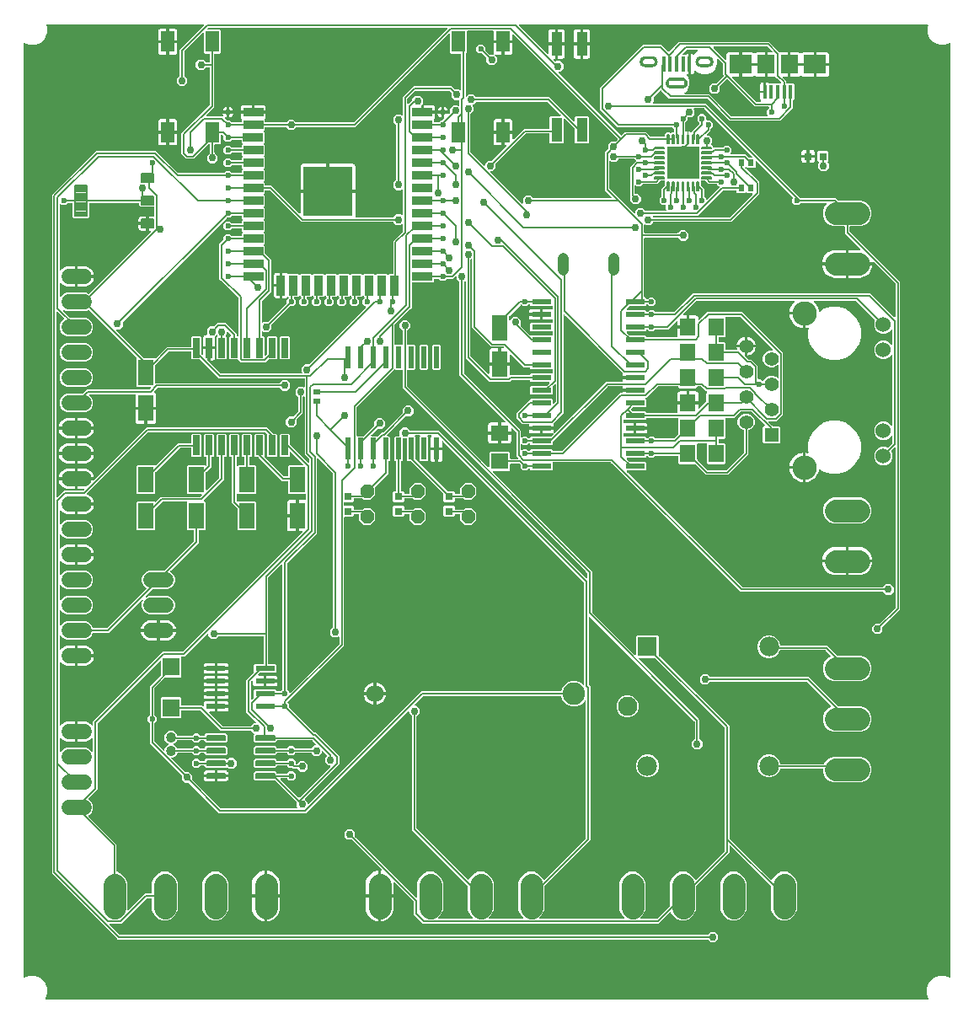
<source format=gbr>
G04 EAGLE Gerber RS-274X export*
G75*
%MOMM*%
%FSLAX34Y34*%
%LPD*%
%INTop Copper*%
%IPPOS*%
%AMOC8*
5,1,8,0,0,1.08239X$1,22.5*%
G01*
%ADD10C,1.755000*%
%ADD11C,2.250000*%
%ADD12R,1.600000X2.600000*%
%ADD13R,1.600000X1.800000*%
%ADD14R,1.700000X1.800000*%
%ADD15C,2.286000*%
%ADD16R,0.600000X2.200000*%
%ADD17R,1.398000X1.398000*%
%ADD18C,1.398000*%
%ADD19C,1.530000*%
%ADD20C,2.445000*%
%ADD21R,0.450000X1.500000*%
%ADD22R,0.100000X0.100000*%
%ADD23R,0.800000X0.800000*%
%ADD24R,0.660400X2.032000*%
%ADD25C,1.117600*%
%ADD26C,1.028000*%
%ADD27R,1.803000X1.600000*%
%ADD28R,1.600000X1.803000*%
%ADD29R,1.980000X1.980000*%
%ADD30C,1.935000*%
%ADD31C,1.980000*%
%ADD32C,1.524000*%
%ADD33R,1.400000X2.100000*%
%ADD34R,1.981200X0.558800*%
%ADD35C,0.135000*%
%ADD36R,3.250000X3.250000*%
%ADD37C,0.139500*%
%ADD38C,0.196500*%
%ADD39C,0.147500*%
%ADD40R,2.000000X0.900000*%
%ADD41R,0.900000X2.000000*%
%ADD42R,5.000000X5.000000*%
%ADD43R,0.600000X0.700000*%
%ADD44P,1.429621X8X292.500000*%
%ADD45R,0.700000X0.600000*%
%ADD46R,1.130000X2.440000*%
%ADD47C,0.600000*%
%ADD48R,0.400000X1.400000*%
%ADD49R,1.800000X1.900000*%
%ADD50R,2.300000X1.900000*%
%ADD51C,0.152400*%
%ADD52C,0.756400*%

G36*
X919628Y10168D02*
X919628Y10168D01*
X919674Y10166D01*
X919749Y10188D01*
X919826Y10200D01*
X919866Y10222D01*
X919910Y10235D01*
X919974Y10279D01*
X920043Y10316D01*
X920075Y10349D01*
X920112Y10375D01*
X920159Y10438D01*
X920212Y10494D01*
X920232Y10536D01*
X920259Y10572D01*
X920283Y10646D01*
X920316Y10717D01*
X920321Y10763D01*
X920335Y10806D01*
X920335Y10884D01*
X920343Y10961D01*
X920333Y11006D01*
X920333Y11052D01*
X920295Y11184D01*
X920291Y11202D01*
X920288Y11206D01*
X920286Y11213D01*
X918289Y16034D01*
X918289Y22066D01*
X920597Y27638D01*
X924862Y31903D01*
X930434Y34211D01*
X936466Y34211D01*
X941087Y32297D01*
X941131Y32286D01*
X941173Y32267D01*
X941250Y32258D01*
X941326Y32240D01*
X941372Y32245D01*
X941417Y32240D01*
X941494Y32256D01*
X941571Y32264D01*
X941613Y32282D01*
X941658Y32292D01*
X941725Y32332D01*
X941796Y32364D01*
X941830Y32395D01*
X941869Y32418D01*
X941920Y32477D01*
X941977Y32530D01*
X941999Y32570D01*
X942029Y32605D01*
X942058Y32677D01*
X942095Y32745D01*
X942104Y32791D01*
X942121Y32833D01*
X942136Y32969D01*
X942139Y32988D01*
X942138Y32992D01*
X942139Y33000D01*
X942139Y970841D01*
X942132Y970887D01*
X942134Y970932D01*
X942112Y971007D01*
X942100Y971084D01*
X942078Y971125D01*
X942065Y971169D01*
X942021Y971233D01*
X941984Y971301D01*
X941951Y971333D01*
X941925Y971371D01*
X941862Y971417D01*
X941806Y971471D01*
X941764Y971490D01*
X941728Y971517D01*
X941654Y971542D01*
X941583Y971574D01*
X941537Y971579D01*
X941494Y971594D01*
X941416Y971593D01*
X941339Y971601D01*
X941294Y971592D01*
X941248Y971591D01*
X941116Y971553D01*
X941098Y971549D01*
X941094Y971547D01*
X941087Y971545D01*
X936366Y969589D01*
X930534Y969589D01*
X925145Y971821D01*
X921021Y975945D01*
X918789Y981334D01*
X918789Y987166D01*
X919461Y988787D01*
X919471Y988831D01*
X919490Y988873D01*
X919499Y988950D01*
X919517Y989026D01*
X919512Y989072D01*
X919517Y989117D01*
X919501Y989194D01*
X919494Y989271D01*
X919475Y989313D01*
X919465Y989358D01*
X919425Y989425D01*
X919394Y989496D01*
X919363Y989530D01*
X919339Y989569D01*
X919280Y989620D01*
X919227Y989677D01*
X919187Y989699D01*
X919152Y989729D01*
X919080Y989758D01*
X919012Y989795D01*
X918967Y989804D01*
X918924Y989821D01*
X918788Y989836D01*
X918770Y989839D01*
X918765Y989838D01*
X918757Y989839D01*
X509070Y989839D01*
X508999Y989828D01*
X508928Y989826D01*
X508879Y989808D01*
X508827Y989800D01*
X508764Y989766D01*
X508697Y989741D01*
X508656Y989709D01*
X508610Y989684D01*
X508561Y989633D01*
X508504Y989588D01*
X508476Y989544D01*
X508440Y989506D01*
X508410Y989441D01*
X508371Y989381D01*
X508359Y989330D01*
X508337Y989283D01*
X508329Y989212D01*
X508311Y989142D01*
X508315Y989090D01*
X508310Y989039D01*
X508325Y988968D01*
X508331Y988897D01*
X508351Y988849D01*
X508362Y988798D01*
X508399Y988737D01*
X508427Y988671D01*
X508472Y988615D01*
X508488Y988587D01*
X508506Y988572D01*
X508532Y988540D01*
X536610Y960462D01*
X536668Y960420D01*
X536720Y960370D01*
X536767Y960348D01*
X536809Y960318D01*
X536878Y960297D01*
X536943Y960267D01*
X536995Y960261D01*
X537045Y960246D01*
X537116Y960248D01*
X537187Y960240D01*
X537238Y960251D01*
X537290Y960252D01*
X537358Y960277D01*
X537428Y960292D01*
X537472Y960319D01*
X537521Y960337D01*
X537577Y960381D01*
X537639Y960418D01*
X537673Y960458D01*
X537713Y960490D01*
X537752Y960551D01*
X537799Y960605D01*
X537818Y960653D01*
X537846Y960697D01*
X537864Y960767D01*
X537891Y960833D01*
X537899Y960905D01*
X537907Y960936D01*
X537905Y960959D01*
X537909Y961000D01*
X537909Y968577D01*
X544577Y968577D01*
X544577Y955359D01*
X543550Y955359D01*
X543479Y955348D01*
X543408Y955346D01*
X543359Y955328D01*
X543307Y955320D01*
X543244Y955286D01*
X543177Y955261D01*
X543136Y955229D01*
X543090Y955204D01*
X543040Y955152D01*
X542985Y955108D01*
X542956Y955064D01*
X542921Y955026D01*
X542890Y954961D01*
X542852Y954901D01*
X542839Y954850D01*
X542817Y954803D01*
X542809Y954732D01*
X542791Y954662D01*
X542796Y954610D01*
X542790Y954559D01*
X542805Y954488D01*
X542811Y954417D01*
X542831Y954369D01*
X542842Y954318D01*
X542879Y954257D01*
X542907Y954191D01*
X542952Y954135D01*
X542968Y954107D01*
X542986Y954092D01*
X543012Y954060D01*
X544220Y952851D01*
X544236Y952840D01*
X544249Y952824D01*
X544336Y952768D01*
X544420Y952708D01*
X544439Y952702D01*
X544456Y952691D01*
X544556Y952666D01*
X544655Y952636D01*
X544675Y952636D01*
X544694Y952631D01*
X544797Y952639D01*
X544901Y952642D01*
X544920Y952649D01*
X544939Y952650D01*
X545034Y952691D01*
X545132Y952726D01*
X545147Y952739D01*
X545166Y952747D01*
X545297Y952851D01*
X545489Y953044D01*
X549886Y953044D01*
X552994Y949936D01*
X552994Y945539D01*
X549886Y942431D01*
X548541Y942431D01*
X548470Y942419D01*
X548399Y942417D01*
X548350Y942399D01*
X548298Y942391D01*
X548235Y942358D01*
X548168Y942333D01*
X548127Y942300D01*
X548081Y942276D01*
X548032Y942224D01*
X547975Y942179D01*
X547947Y942135D01*
X547911Y942098D01*
X547881Y942033D01*
X547842Y941972D01*
X547830Y941922D01*
X547808Y941875D01*
X547800Y941803D01*
X547782Y941734D01*
X547786Y941682D01*
X547781Y941630D01*
X547796Y941560D01*
X547802Y941489D01*
X547822Y941441D01*
X547833Y941390D01*
X547870Y941328D01*
X547898Y941262D01*
X547943Y941206D01*
X547959Y941179D01*
X547977Y941163D01*
X548003Y941131D01*
X610649Y878485D01*
X610665Y878473D01*
X610678Y878458D01*
X610765Y878401D01*
X610849Y878341D01*
X610868Y878335D01*
X610885Y878325D01*
X610985Y878299D01*
X611084Y878269D01*
X611104Y878269D01*
X611123Y878264D01*
X611226Y878272D01*
X611330Y878275D01*
X611349Y878282D01*
X611368Y878284D01*
X611463Y878324D01*
X611561Y878360D01*
X611577Y878372D01*
X611595Y878380D01*
X611726Y878485D01*
X615003Y881762D01*
X635947Y881762D01*
X640487Y877222D01*
X640561Y877169D01*
X640630Y877110D01*
X640660Y877097D01*
X640686Y877079D01*
X640773Y877052D01*
X640858Y877018D01*
X640899Y877013D01*
X640922Y877006D01*
X640954Y877007D01*
X641025Y876999D01*
X654464Y876999D01*
X654484Y877002D01*
X654503Y877000D01*
X654605Y877022D01*
X654707Y877039D01*
X654724Y877048D01*
X654744Y877053D01*
X654833Y877106D01*
X654924Y877154D01*
X654938Y877168D01*
X654955Y877179D01*
X655022Y877257D01*
X655094Y877332D01*
X655102Y877350D01*
X655115Y877366D01*
X655154Y877462D01*
X655197Y877555D01*
X655199Y877575D01*
X655207Y877594D01*
X655225Y877760D01*
X655225Y879786D01*
X656514Y881075D01*
X659686Y881075D01*
X660062Y880699D01*
X660078Y880688D01*
X660090Y880672D01*
X660178Y880616D01*
X660261Y880556D01*
X660280Y880550D01*
X660297Y880539D01*
X660398Y880514D01*
X660497Y880483D01*
X660516Y880484D01*
X660536Y880479D01*
X660639Y880487D01*
X660742Y880490D01*
X660761Y880497D01*
X660781Y880498D01*
X660876Y880538D01*
X660973Y880574D01*
X660989Y880587D01*
X661007Y880594D01*
X661138Y880699D01*
X661514Y881075D01*
X663702Y881075D01*
X663722Y881078D01*
X663741Y881076D01*
X663843Y881098D01*
X663945Y881114D01*
X663962Y881124D01*
X663982Y881128D01*
X664071Y881181D01*
X664162Y881230D01*
X664176Y881244D01*
X664193Y881254D01*
X664260Y881333D01*
X664332Y881408D01*
X664340Y881426D01*
X664353Y881441D01*
X664392Y881537D01*
X664435Y881631D01*
X664437Y881651D01*
X664445Y881669D01*
X664463Y881836D01*
X664463Y884572D01*
X664449Y884663D01*
X664441Y884753D01*
X664429Y884783D01*
X664424Y884815D01*
X664381Y884896D01*
X664345Y884980D01*
X664319Y885012D01*
X664308Y885033D01*
X664285Y885055D01*
X664240Y885111D01*
X662861Y886490D01*
X662787Y886543D01*
X662717Y886603D01*
X662687Y886615D01*
X662661Y886634D01*
X662574Y886661D01*
X662489Y886695D01*
X662448Y886699D01*
X662426Y886706D01*
X662394Y886705D01*
X662322Y886713D01*
X607065Y886713D01*
X589851Y903928D01*
X589851Y926460D01*
X632465Y969074D01*
X651822Y969074D01*
X658274Y962622D01*
X658290Y962611D01*
X658303Y962595D01*
X658390Y962539D01*
X658474Y962479D01*
X658493Y962473D01*
X658510Y962462D01*
X658610Y962437D01*
X658709Y962406D01*
X658729Y962407D01*
X658748Y962402D01*
X658851Y962410D01*
X658955Y962413D01*
X658974Y962420D01*
X658993Y962421D01*
X659088Y962461D01*
X659186Y962497D01*
X659202Y962510D01*
X659220Y962517D01*
X659351Y962622D01*
X668978Y972249D01*
X759772Y972249D01*
X770158Y961864D01*
X770232Y961811D01*
X770301Y961751D01*
X770331Y961739D01*
X770357Y961720D01*
X770444Y961693D01*
X770529Y961659D01*
X770570Y961655D01*
X770593Y961648D01*
X770625Y961649D01*
X770696Y961641D01*
X778327Y961641D01*
X778327Y950362D01*
X778330Y950342D01*
X778328Y950323D01*
X778350Y950221D01*
X778367Y950119D01*
X778376Y950102D01*
X778380Y950082D01*
X778433Y949993D01*
X778482Y949902D01*
X778496Y949888D01*
X778506Y949871D01*
X778585Y949804D01*
X778660Y949733D01*
X778678Y949724D01*
X778693Y949711D01*
X778789Y949672D01*
X778883Y949629D01*
X778903Y949627D01*
X778921Y949619D01*
X779088Y949601D01*
X779851Y949601D01*
X779851Y949599D01*
X779088Y949599D01*
X779068Y949596D01*
X779049Y949598D01*
X778947Y949576D01*
X778845Y949559D01*
X778828Y949550D01*
X778808Y949546D01*
X778719Y949493D01*
X778628Y949444D01*
X778614Y949430D01*
X778597Y949420D01*
X778530Y949341D01*
X778459Y949266D01*
X778450Y949248D01*
X778437Y949233D01*
X778398Y949137D01*
X778355Y949043D01*
X778353Y949023D01*
X778345Y949005D01*
X778327Y948838D01*
X778327Y937559D01*
X774075Y937559D01*
X774004Y937548D01*
X773933Y937546D01*
X773884Y937528D01*
X773832Y937520D01*
X773769Y937486D01*
X773702Y937461D01*
X773661Y937429D01*
X773615Y937404D01*
X773565Y937352D01*
X773509Y937308D01*
X773481Y937264D01*
X773445Y937226D01*
X773415Y937161D01*
X773376Y937101D01*
X773364Y937050D01*
X773342Y937003D01*
X773334Y936932D01*
X773316Y936862D01*
X773320Y936810D01*
X773315Y936759D01*
X773330Y936688D01*
X773336Y936617D01*
X773356Y936569D01*
X773367Y936518D01*
X773404Y936457D01*
X773432Y936391D01*
X773477Y936335D01*
X773493Y936307D01*
X773511Y936292D01*
X773537Y936260D01*
X776987Y932810D01*
X776987Y931386D01*
X776990Y931366D01*
X776988Y931347D01*
X777010Y931245D01*
X777026Y931143D01*
X777036Y931126D01*
X777040Y931106D01*
X777093Y931017D01*
X777142Y930926D01*
X777156Y930912D01*
X777166Y930895D01*
X777245Y930828D01*
X777320Y930756D01*
X777338Y930748D01*
X777353Y930735D01*
X777383Y930723D01*
X777562Y930545D01*
X777578Y930533D01*
X777590Y930517D01*
X777678Y930461D01*
X777761Y930401D01*
X777780Y930395D01*
X777797Y930384D01*
X777898Y930359D01*
X777997Y930329D01*
X778017Y930329D01*
X778036Y930324D01*
X778139Y930332D01*
X778242Y930335D01*
X778261Y930342D01*
X778281Y930343D01*
X778376Y930384D01*
X778473Y930419D01*
X778489Y930432D01*
X778507Y930440D01*
X778638Y930545D01*
X778718Y930625D01*
X783982Y930625D01*
X784875Y929732D01*
X784875Y914468D01*
X783959Y913553D01*
X783957Y913552D01*
X783855Y913536D01*
X783838Y913526D01*
X783818Y913522D01*
X783729Y913469D01*
X783638Y913420D01*
X783624Y913406D01*
X783607Y913396D01*
X783540Y913317D01*
X783468Y913242D01*
X783460Y913224D01*
X783447Y913209D01*
X783408Y913113D01*
X783365Y913019D01*
X783363Y912999D01*
X783355Y912981D01*
X783337Y912814D01*
X783337Y905515D01*
X770885Y893063D01*
X719778Y893063D01*
X697776Y915065D01*
X697702Y915118D01*
X697632Y915178D01*
X697602Y915190D01*
X697576Y915209D01*
X697489Y915236D01*
X697404Y915270D01*
X697363Y915274D01*
X697341Y915281D01*
X697309Y915280D01*
X697237Y915288D01*
X659453Y915288D01*
X651738Y923003D01*
X651413Y923328D01*
X651397Y923339D01*
X651385Y923355D01*
X651298Y923411D01*
X651214Y923471D01*
X651195Y923477D01*
X651178Y923488D01*
X651077Y923513D01*
X650979Y923544D01*
X650959Y923543D01*
X650939Y923548D01*
X650836Y923540D01*
X650733Y923537D01*
X650714Y923530D01*
X650694Y923529D01*
X650599Y923488D01*
X650502Y923453D01*
X650486Y923440D01*
X650468Y923433D01*
X650337Y923328D01*
X643705Y916696D01*
X643652Y916622D01*
X643592Y916552D01*
X643580Y916522D01*
X643561Y916496D01*
X643534Y916409D01*
X643500Y916324D01*
X643496Y916283D01*
X643489Y916261D01*
X643490Y916229D01*
X643482Y916157D01*
X643482Y912202D01*
X642916Y911636D01*
X642874Y911578D01*
X642825Y911526D01*
X642803Y911479D01*
X642773Y911437D01*
X642751Y911368D01*
X642721Y911303D01*
X642716Y911251D01*
X642700Y911201D01*
X642702Y911130D01*
X642694Y911059D01*
X642705Y911008D01*
X642707Y910956D01*
X642731Y910888D01*
X642746Y910818D01*
X642773Y910773D01*
X642791Y910725D01*
X642836Y910669D01*
X642873Y910607D01*
X642912Y910573D01*
X642945Y910533D01*
X643005Y910494D01*
X643060Y910447D01*
X643108Y910428D01*
X643152Y910400D01*
X643221Y910382D01*
X643288Y910355D01*
X643359Y910347D01*
X643390Y910339D01*
X643413Y910341D01*
X643454Y910337D01*
X696272Y910337D01*
X791299Y815310D01*
X791373Y815257D01*
X791443Y815197D01*
X791473Y815185D01*
X791499Y815166D01*
X791586Y815139D01*
X791671Y815105D01*
X791712Y815101D01*
X791734Y815094D01*
X791766Y815095D01*
X791838Y815087D01*
X826447Y815087D01*
X828256Y813278D01*
X828330Y813225D01*
X828400Y813165D01*
X828430Y813153D01*
X828456Y813134D01*
X828543Y813107D01*
X828628Y813073D01*
X828669Y813069D01*
X828691Y813062D01*
X828723Y813063D01*
X828794Y813055D01*
X852207Y813055D01*
X856968Y811082D01*
X860612Y807438D01*
X862585Y802677D01*
X862585Y797523D01*
X860612Y792762D01*
X856968Y789118D01*
X852207Y787145D01*
X841248Y787145D01*
X841228Y787142D01*
X841209Y787144D01*
X841107Y787122D01*
X841005Y787106D01*
X840988Y787096D01*
X840968Y787092D01*
X840879Y787039D01*
X840788Y786990D01*
X840774Y786976D01*
X840757Y786966D01*
X840690Y786887D01*
X840618Y786812D01*
X840610Y786794D01*
X840597Y786779D01*
X840558Y786683D01*
X840515Y786589D01*
X840513Y786569D01*
X840505Y786551D01*
X840487Y786384D01*
X840487Y782313D01*
X840501Y782222D01*
X840509Y782132D01*
X840521Y782102D01*
X840526Y782070D01*
X840569Y781989D01*
X840605Y781905D01*
X840631Y781873D01*
X840642Y781852D01*
X840665Y781830D01*
X840710Y781774D01*
X891287Y731197D01*
X891287Y402278D01*
X873892Y384883D01*
X873839Y384809D01*
X873780Y384740D01*
X873767Y384710D01*
X873749Y384684D01*
X873722Y384597D01*
X873688Y384512D01*
X873683Y384471D01*
X873676Y384448D01*
X873677Y384416D01*
X873669Y384345D01*
X873669Y380389D01*
X870561Y377281D01*
X866164Y377281D01*
X863056Y380389D01*
X863056Y384786D01*
X866164Y387894D01*
X870120Y387894D01*
X870210Y387909D01*
X870301Y387916D01*
X870331Y387929D01*
X870363Y387934D01*
X870443Y387977D01*
X870527Y388012D01*
X870559Y388038D01*
X870580Y388049D01*
X870602Y388072D01*
X870658Y388117D01*
X886490Y403949D01*
X886534Y404010D01*
X886582Y404060D01*
X886589Y404077D01*
X886603Y404093D01*
X886615Y404123D01*
X886634Y404149D01*
X886656Y404220D01*
X886685Y404283D01*
X886687Y404302D01*
X886695Y404321D01*
X886699Y404362D01*
X886706Y404384D01*
X886705Y404416D01*
X886713Y404488D01*
X886713Y564142D01*
X886702Y564212D01*
X886700Y564284D01*
X886682Y564333D01*
X886674Y564384D01*
X886640Y564448D01*
X886615Y564515D01*
X886583Y564556D01*
X886558Y564602D01*
X886507Y564651D01*
X886462Y564707D01*
X886418Y564735D01*
X886380Y564771D01*
X886315Y564801D01*
X886255Y564840D01*
X886204Y564853D01*
X886157Y564875D01*
X886086Y564883D01*
X886016Y564900D01*
X885964Y564896D01*
X885913Y564902D01*
X885842Y564887D01*
X885771Y564881D01*
X885723Y564861D01*
X885672Y564850D01*
X885611Y564813D01*
X885545Y564785D01*
X885489Y564740D01*
X885461Y564723D01*
X885446Y564706D01*
X885414Y564680D01*
X882551Y561817D01*
X882505Y561753D01*
X882487Y561734D01*
X882479Y561717D01*
X882413Y561628D01*
X882411Y561622D01*
X882407Y561617D01*
X882373Y561506D01*
X882337Y561394D01*
X882337Y561388D01*
X882335Y561382D01*
X882338Y561265D01*
X882339Y561148D01*
X882341Y561141D01*
X882341Y561136D01*
X882348Y561118D01*
X882386Y560987D01*
X883675Y557875D01*
X883675Y554225D01*
X882278Y550853D01*
X879697Y548272D01*
X876325Y546875D01*
X872675Y546875D01*
X869303Y548272D01*
X866722Y550853D01*
X865325Y554225D01*
X865325Y557875D01*
X866722Y561247D01*
X869303Y563828D01*
X872675Y565225D01*
X876325Y565225D01*
X878094Y564492D01*
X878207Y564465D01*
X878321Y564437D01*
X878327Y564437D01*
X878333Y564436D01*
X878450Y564447D01*
X878566Y564456D01*
X878572Y564458D01*
X878578Y564459D01*
X878686Y564507D01*
X878792Y564552D01*
X878798Y564557D01*
X878803Y564559D01*
X878816Y564572D01*
X878923Y564657D01*
X883315Y569049D01*
X883368Y569123D01*
X883428Y569193D01*
X883440Y569223D01*
X883459Y569249D01*
X883486Y569336D01*
X883520Y569421D01*
X883524Y569462D01*
X883531Y569484D01*
X883530Y569516D01*
X883538Y569588D01*
X883538Y575675D01*
X883527Y575746D01*
X883525Y575818D01*
X883507Y575867D01*
X883499Y575918D01*
X883465Y575982D01*
X883440Y576049D01*
X883408Y576090D01*
X883383Y576136D01*
X883331Y576185D01*
X883287Y576241D01*
X883243Y576269D01*
X883205Y576305D01*
X883140Y576335D01*
X883080Y576374D01*
X883029Y576387D01*
X882982Y576409D01*
X882911Y576416D01*
X882841Y576434D01*
X882789Y576430D01*
X882738Y576436D01*
X882667Y576420D01*
X882596Y576415D01*
X882548Y576394D01*
X882497Y576383D01*
X882436Y576347D01*
X882370Y576319D01*
X882314Y576274D01*
X882286Y576257D01*
X882271Y576239D01*
X882239Y576214D01*
X879697Y573672D01*
X876325Y572275D01*
X872675Y572275D01*
X869303Y573672D01*
X866722Y576253D01*
X865325Y579625D01*
X865325Y583275D01*
X866722Y586647D01*
X869303Y589228D01*
X872675Y590625D01*
X876325Y590625D01*
X879697Y589228D01*
X882239Y586686D01*
X882297Y586644D01*
X882349Y586595D01*
X882396Y586573D01*
X882438Y586543D01*
X882507Y586522D01*
X882572Y586491D01*
X882624Y586486D01*
X882674Y586470D01*
X882745Y586472D01*
X882816Y586464D01*
X882867Y586475D01*
X882919Y586477D01*
X882987Y586501D01*
X883057Y586517D01*
X883102Y586543D01*
X883150Y586561D01*
X883206Y586606D01*
X883268Y586643D01*
X883302Y586682D01*
X883342Y586715D01*
X883381Y586775D01*
X883428Y586830D01*
X883447Y586878D01*
X883475Y586922D01*
X883493Y586991D01*
X883520Y587058D01*
X883528Y587129D01*
X883536Y587160D01*
X883534Y587184D01*
X883538Y587225D01*
X883538Y657375D01*
X883527Y657446D01*
X883525Y657518D01*
X883507Y657567D01*
X883499Y657618D01*
X883465Y657682D01*
X883440Y657749D01*
X883408Y657790D01*
X883383Y657836D01*
X883331Y657885D01*
X883287Y657941D01*
X883243Y657969D01*
X883205Y658005D01*
X883140Y658035D01*
X883080Y658074D01*
X883029Y658087D01*
X882982Y658109D01*
X882911Y658116D01*
X882841Y658134D01*
X882789Y658130D01*
X882738Y658136D01*
X882667Y658120D01*
X882596Y658115D01*
X882548Y658094D01*
X882497Y658083D01*
X882436Y658047D01*
X882370Y658019D01*
X882314Y657974D01*
X882286Y657957D01*
X882271Y657939D01*
X882239Y657914D01*
X879697Y655372D01*
X876325Y653975D01*
X872675Y653975D01*
X869303Y655372D01*
X866722Y657953D01*
X865325Y661325D01*
X865325Y664975D01*
X866722Y668347D01*
X869303Y670928D01*
X872675Y672325D01*
X876325Y672325D01*
X879697Y670928D01*
X882239Y668386D01*
X882297Y668344D01*
X882349Y668295D01*
X882396Y668273D01*
X882438Y668243D01*
X882507Y668222D01*
X882572Y668191D01*
X882624Y668186D01*
X882674Y668170D01*
X882745Y668172D01*
X882816Y668164D01*
X882867Y668175D01*
X882919Y668177D01*
X882987Y668201D01*
X883057Y668217D01*
X883102Y668243D01*
X883150Y668261D01*
X883206Y668306D01*
X883268Y668343D01*
X883302Y668382D01*
X883342Y668415D01*
X883381Y668475D01*
X883428Y668530D01*
X883447Y668578D01*
X883475Y668622D01*
X883493Y668691D01*
X883520Y668758D01*
X883528Y668829D01*
X883536Y668860D01*
X883534Y668884D01*
X883538Y668925D01*
X883538Y682775D01*
X883527Y682846D01*
X883525Y682918D01*
X883507Y682967D01*
X883499Y683018D01*
X883465Y683082D01*
X883440Y683149D01*
X883408Y683190D01*
X883383Y683236D01*
X883331Y683285D01*
X883287Y683341D01*
X883243Y683369D01*
X883205Y683405D01*
X883140Y683435D01*
X883080Y683474D01*
X883029Y683487D01*
X882982Y683509D01*
X882911Y683516D01*
X882841Y683534D01*
X882789Y683530D01*
X882738Y683536D01*
X882667Y683520D01*
X882596Y683515D01*
X882548Y683494D01*
X882497Y683483D01*
X882436Y683447D01*
X882370Y683419D01*
X882314Y683374D01*
X882286Y683357D01*
X882271Y683339D01*
X882239Y683314D01*
X879697Y680772D01*
X876325Y679375D01*
X872675Y679375D01*
X869303Y680772D01*
X866722Y683353D01*
X865325Y686725D01*
X865325Y690375D01*
X866058Y692144D01*
X866085Y692257D01*
X866113Y692371D01*
X866113Y692377D01*
X866114Y692383D01*
X866103Y692500D01*
X866094Y692616D01*
X866092Y692622D01*
X866091Y692628D01*
X866043Y692736D01*
X865998Y692842D01*
X865993Y692848D01*
X865991Y692853D01*
X865978Y692866D01*
X865893Y692973D01*
X847001Y711865D01*
X846927Y711918D01*
X846857Y711978D01*
X846827Y711990D01*
X846801Y712009D01*
X846714Y712036D01*
X846629Y712070D01*
X846588Y712074D01*
X846566Y712081D01*
X846534Y712080D01*
X846462Y712088D01*
X805381Y712088D01*
X805311Y712077D01*
X805239Y712075D01*
X805190Y712057D01*
X805139Y712049D01*
X805075Y712015D01*
X805008Y711990D01*
X804967Y711958D01*
X804921Y711933D01*
X804872Y711881D01*
X804816Y711837D01*
X804788Y711793D01*
X804752Y711755D01*
X804722Y711690D01*
X804683Y711630D01*
X804670Y711579D01*
X804648Y711532D01*
X804640Y711461D01*
X804623Y711391D01*
X804627Y711339D01*
X804621Y711288D01*
X804636Y711217D01*
X804642Y711146D01*
X804662Y711098D01*
X804673Y711047D01*
X804710Y710986D01*
X804738Y710920D01*
X804783Y710864D01*
X804800Y710836D01*
X804817Y710821D01*
X804843Y710789D01*
X806263Y709369D01*
X807629Y707489D01*
X808684Y705418D01*
X809402Y703208D01*
X809600Y701960D01*
X809611Y701926D01*
X809614Y701891D01*
X809649Y701810D01*
X809677Y701727D01*
X809698Y701698D01*
X809713Y701665D01*
X809772Y701600D01*
X809825Y701530D01*
X809854Y701510D01*
X809878Y701483D01*
X809955Y701441D01*
X810027Y701391D01*
X810062Y701381D01*
X810093Y701363D01*
X810179Y701347D01*
X810264Y701323D01*
X810300Y701325D01*
X810335Y701318D01*
X810422Y701331D01*
X810509Y701335D01*
X810543Y701348D01*
X810579Y701353D01*
X810732Y701420D01*
X815306Y704061D01*
X822023Y705861D01*
X828977Y705861D01*
X835694Y704061D01*
X841717Y700584D01*
X846634Y695667D01*
X850111Y689644D01*
X851911Y682927D01*
X851911Y675973D01*
X850111Y669256D01*
X846634Y663233D01*
X841717Y658316D01*
X835694Y654839D01*
X828977Y653039D01*
X822023Y653039D01*
X815306Y654839D01*
X809283Y658316D01*
X804366Y663233D01*
X800889Y669256D01*
X799089Y675973D01*
X799089Y682927D01*
X799497Y684449D01*
X799509Y684563D01*
X799522Y684678D01*
X799521Y684686D01*
X799522Y684694D01*
X799496Y684806D01*
X799473Y684919D01*
X799469Y684926D01*
X799467Y684934D01*
X799407Y685032D01*
X799349Y685131D01*
X799343Y685136D01*
X799338Y685143D01*
X799249Y685218D01*
X799163Y685293D01*
X799156Y685296D01*
X799150Y685301D01*
X799042Y685343D01*
X798936Y685387D01*
X798928Y685388D01*
X798920Y685391D01*
X798806Y685396D01*
X798691Y685404D01*
X798681Y685402D01*
X798675Y685402D01*
X798654Y685396D01*
X798527Y685370D01*
X798458Y685348D01*
X796523Y685041D01*
X796523Y698988D01*
X796520Y699008D01*
X796522Y699027D01*
X796500Y699129D01*
X796483Y699231D01*
X796474Y699248D01*
X796470Y699268D01*
X796417Y699357D01*
X796368Y699448D01*
X796354Y699462D01*
X796344Y699479D01*
X796265Y699546D01*
X796190Y699617D01*
X796172Y699626D01*
X796157Y699639D01*
X796061Y699677D01*
X795967Y699721D01*
X795947Y699723D01*
X795929Y699731D01*
X795762Y699749D01*
X794999Y699749D01*
X794999Y700512D01*
X794996Y700532D01*
X794998Y700551D01*
X794976Y700653D01*
X794959Y700755D01*
X794950Y700772D01*
X794946Y700792D01*
X794893Y700881D01*
X794844Y700972D01*
X794830Y700986D01*
X794820Y701003D01*
X794741Y701070D01*
X794666Y701141D01*
X794648Y701150D01*
X794633Y701163D01*
X794537Y701202D01*
X794443Y701245D01*
X794423Y701247D01*
X794405Y701255D01*
X794238Y701273D01*
X780291Y701273D01*
X780598Y703208D01*
X781316Y705418D01*
X782371Y707489D01*
X783737Y709369D01*
X785157Y710789D01*
X785199Y710847D01*
X785248Y710899D01*
X785270Y710946D01*
X785300Y710988D01*
X785321Y711057D01*
X785352Y711122D01*
X785357Y711174D01*
X785373Y711224D01*
X785371Y711295D01*
X785379Y711366D01*
X785368Y711417D01*
X785366Y711469D01*
X785342Y711537D01*
X785327Y711607D01*
X785300Y711652D01*
X785282Y711700D01*
X785237Y711756D01*
X785200Y711818D01*
X785161Y711852D01*
X785128Y711892D01*
X785068Y711931D01*
X785013Y711978D01*
X784965Y711997D01*
X784921Y712025D01*
X784852Y712043D01*
X784785Y712070D01*
X784714Y712078D01*
X784683Y712086D01*
X784659Y712084D01*
X784619Y712088D01*
X687063Y712088D01*
X686972Y712074D01*
X686882Y712066D01*
X686852Y712054D01*
X686820Y712049D01*
X686739Y712006D01*
X686655Y711970D01*
X686623Y711944D01*
X686602Y711933D01*
X686580Y711910D01*
X686524Y711865D01*
X673299Y698640D01*
X673257Y698582D01*
X673208Y698530D01*
X673186Y698483D01*
X673156Y698441D01*
X673135Y698372D01*
X673104Y698307D01*
X673099Y698255D01*
X673083Y698205D01*
X673085Y698134D01*
X673077Y698063D01*
X673088Y698012D01*
X673090Y697960D01*
X673114Y697892D01*
X673129Y697822D01*
X673156Y697777D01*
X673174Y697729D01*
X673219Y697673D01*
X673256Y697611D01*
X673295Y697577D01*
X673328Y697537D01*
X673388Y697498D01*
X673443Y697451D01*
X673491Y697432D01*
X673535Y697404D01*
X673604Y697386D01*
X673671Y697359D01*
X673742Y697351D01*
X673773Y697343D01*
X673797Y697345D01*
X673837Y697341D01*
X676627Y697341D01*
X676627Y687323D01*
X667609Y687323D01*
X667609Y691113D01*
X667598Y691183D01*
X667596Y691255D01*
X667578Y691304D01*
X667570Y691355D01*
X667536Y691419D01*
X667511Y691486D01*
X667479Y691527D01*
X667454Y691573D01*
X667402Y691622D01*
X667358Y691678D01*
X667314Y691706D01*
X667276Y691742D01*
X667211Y691772D01*
X667151Y691811D01*
X667100Y691824D01*
X667053Y691846D01*
X666982Y691854D01*
X666912Y691871D01*
X666860Y691867D01*
X666809Y691873D01*
X666738Y691858D01*
X666667Y691852D01*
X666619Y691832D01*
X666568Y691821D01*
X666507Y691784D01*
X666441Y691756D01*
X666385Y691711D01*
X666357Y691694D01*
X666342Y691677D01*
X666310Y691651D01*
X658172Y683513D01*
X645778Y683513D01*
X645687Y683499D01*
X645597Y683491D01*
X645567Y683479D01*
X645535Y683474D01*
X645454Y683431D01*
X645370Y683395D01*
X645338Y683369D01*
X645317Y683358D01*
X645295Y683335D01*
X645239Y683290D01*
X643224Y681275D01*
X639476Y681275D01*
X637570Y683181D01*
X637512Y683223D01*
X637460Y683272D01*
X637413Y683294D01*
X637371Y683324D01*
X637302Y683345D01*
X637237Y683376D01*
X637185Y683381D01*
X637135Y683397D01*
X637064Y683395D01*
X636993Y683403D01*
X636942Y683392D01*
X636890Y683390D01*
X636822Y683366D01*
X636752Y683350D01*
X636707Y683324D01*
X636659Y683306D01*
X636603Y683261D01*
X636541Y683224D01*
X636507Y683185D01*
X636467Y683152D01*
X636428Y683092D01*
X636381Y683037D01*
X636362Y682989D01*
X636334Y682945D01*
X636316Y682876D01*
X636289Y682809D01*
X636281Y682738D01*
X636273Y682707D01*
X636275Y682683D01*
X636271Y682643D01*
X636271Y682374D01*
X635378Y681481D01*
X617403Y681481D01*
X617332Y681470D01*
X617261Y681468D01*
X617212Y681450D01*
X617160Y681442D01*
X617097Y681408D01*
X617030Y681383D01*
X616989Y681351D01*
X616943Y681326D01*
X616894Y681275D01*
X616837Y681230D01*
X616809Y681186D01*
X616773Y681148D01*
X616743Y681083D01*
X616704Y681023D01*
X616692Y680972D01*
X616670Y680925D01*
X616662Y680854D01*
X616644Y680784D01*
X616648Y680732D01*
X616643Y680681D01*
X616658Y680610D01*
X616664Y680539D01*
X616684Y680491D01*
X616695Y680440D01*
X616732Y680379D01*
X616760Y680313D01*
X616805Y680257D01*
X616821Y680229D01*
X616839Y680214D01*
X616865Y680182D01*
X619405Y677642D01*
X619479Y677589D01*
X619548Y677529D01*
X619578Y677517D01*
X619604Y677498D01*
X619691Y677471D01*
X619776Y677437D01*
X619817Y677433D01*
X619840Y677426D01*
X619872Y677427D01*
X619943Y677419D01*
X635378Y677419D01*
X636271Y676526D01*
X636271Y676148D01*
X636274Y676128D01*
X636272Y676109D01*
X636294Y676007D01*
X636310Y675905D01*
X636320Y675888D01*
X636324Y675868D01*
X636377Y675779D01*
X636426Y675688D01*
X636440Y675674D01*
X636450Y675657D01*
X636529Y675590D01*
X636604Y675518D01*
X636622Y675510D01*
X636637Y675497D01*
X636733Y675458D01*
X636827Y675415D01*
X636847Y675413D01*
X636865Y675405D01*
X637032Y675387D01*
X666906Y675387D01*
X667022Y675406D01*
X667141Y675424D01*
X667145Y675426D01*
X667149Y675426D01*
X667253Y675482D01*
X667360Y675537D01*
X667363Y675540D01*
X667366Y675542D01*
X667448Y675628D01*
X667531Y675713D01*
X667533Y675717D01*
X667536Y675720D01*
X667586Y675828D01*
X667637Y675935D01*
X667638Y675939D01*
X667639Y675943D01*
X667653Y676062D01*
X667667Y676179D01*
X667666Y676184D01*
X667666Y676187D01*
X667664Y676201D01*
X667642Y676345D01*
X667609Y676466D01*
X667609Y684277D01*
X677388Y684277D01*
X677408Y684280D01*
X677427Y684278D01*
X677529Y684300D01*
X677631Y684317D01*
X677648Y684326D01*
X677668Y684330D01*
X677757Y684383D01*
X677848Y684432D01*
X677862Y684446D01*
X677879Y684456D01*
X677946Y684535D01*
X678017Y684610D01*
X678026Y684628D01*
X678039Y684643D01*
X678078Y684739D01*
X678121Y684833D01*
X678123Y684853D01*
X678131Y684871D01*
X678149Y685038D01*
X678149Y685801D01*
X678912Y685801D01*
X678932Y685804D01*
X678951Y685802D01*
X679053Y685824D01*
X679155Y685841D01*
X679172Y685850D01*
X679192Y685854D01*
X679281Y685907D01*
X679372Y685956D01*
X679386Y685970D01*
X679403Y685980D01*
X679470Y686059D01*
X679541Y686134D01*
X679550Y686152D01*
X679563Y686167D01*
X679602Y686263D01*
X679645Y686357D01*
X679647Y686377D01*
X679655Y686395D01*
X679673Y686562D01*
X679673Y697341D01*
X686484Y697341D01*
X687131Y697168D01*
X687710Y696833D01*
X688183Y696360D01*
X688518Y695781D01*
X688691Y695134D01*
X688691Y693762D01*
X688694Y693743D01*
X688692Y693724D01*
X688703Y693673D01*
X688704Y693620D01*
X688722Y693571D01*
X688730Y693520D01*
X688740Y693502D01*
X688744Y693483D01*
X688770Y693440D01*
X688789Y693389D01*
X688821Y693348D01*
X688846Y693302D01*
X688861Y693288D01*
X688870Y693272D01*
X688908Y693240D01*
X688942Y693197D01*
X688986Y693169D01*
X689024Y693133D01*
X689044Y693124D01*
X689057Y693112D01*
X689102Y693094D01*
X689149Y693064D01*
X689200Y693051D01*
X689247Y693029D01*
X689269Y693027D01*
X689285Y693020D01*
X689351Y693013D01*
X689388Y693004D01*
X689415Y693006D01*
X689452Y693002D01*
X689453Y693002D01*
X689469Y693005D01*
X689491Y693002D01*
X689562Y693017D01*
X689633Y693023D01*
X689665Y693037D01*
X689696Y693042D01*
X689711Y693050D01*
X689732Y693054D01*
X689793Y693091D01*
X689859Y693119D01*
X689893Y693146D01*
X689913Y693157D01*
X689926Y693170D01*
X689943Y693181D01*
X689958Y693198D01*
X689990Y693224D01*
X697553Y700787D01*
X732785Y700787D01*
X773812Y659760D01*
X773812Y597540D01*
X767710Y591438D01*
X759833Y591438D01*
X759763Y591427D01*
X759691Y591425D01*
X759642Y591407D01*
X759591Y591399D01*
X759527Y591365D01*
X759460Y591340D01*
X759419Y591308D01*
X759373Y591283D01*
X759324Y591231D01*
X759268Y591187D01*
X759240Y591143D01*
X759204Y591105D01*
X759174Y591040D01*
X759135Y590980D01*
X759122Y590929D01*
X759100Y590882D01*
X759092Y590811D01*
X759075Y590741D01*
X759079Y590689D01*
X759073Y590638D01*
X759088Y590567D01*
X759094Y590496D01*
X759114Y590448D01*
X759125Y590397D01*
X759162Y590336D01*
X759190Y590270D01*
X759235Y590214D01*
X759252Y590186D01*
X759269Y590171D01*
X759295Y590139D01*
X762724Y586710D01*
X762896Y586538D01*
X762970Y586484D01*
X763040Y586425D01*
X763070Y586413D01*
X763096Y586394D01*
X763183Y586367D01*
X763268Y586333D01*
X763309Y586329D01*
X763331Y586322D01*
X763363Y586323D01*
X763434Y586315D01*
X769622Y586315D01*
X770515Y585422D01*
X770515Y570178D01*
X769622Y569285D01*
X754378Y569285D01*
X753485Y570178D01*
X753485Y585422D01*
X754378Y586315D01*
X754814Y586315D01*
X754884Y586326D01*
X754956Y586328D01*
X755005Y586346D01*
X755056Y586354D01*
X755120Y586388D01*
X755187Y586413D01*
X755228Y586445D01*
X755274Y586470D01*
X755323Y586522D01*
X755379Y586566D01*
X755407Y586610D01*
X755443Y586648D01*
X755473Y586713D01*
X755512Y586773D01*
X755525Y586824D01*
X755547Y586871D01*
X755555Y586942D01*
X755572Y587012D01*
X755568Y587064D01*
X755574Y587115D01*
X755559Y587186D01*
X755553Y587257D01*
X755533Y587305D01*
X755522Y587356D01*
X755485Y587417D01*
X755457Y587483D01*
X755412Y587539D01*
X755395Y587567D01*
X755378Y587582D01*
X755352Y587614D01*
X742226Y600740D01*
X742152Y600793D01*
X742082Y600853D01*
X742052Y600865D01*
X742026Y600884D01*
X741939Y600911D01*
X741854Y600945D01*
X741813Y600949D01*
X741791Y600956D01*
X741759Y600955D01*
X741687Y600963D01*
X731512Y600963D01*
X731422Y600949D01*
X731331Y600941D01*
X731302Y600929D01*
X731270Y600924D01*
X731189Y600881D01*
X731105Y600845D01*
X731073Y600819D01*
X731052Y600808D01*
X731030Y600785D01*
X730974Y600740D01*
X726410Y596176D01*
X724847Y594613D01*
X716656Y594613D01*
X716636Y594610D01*
X716617Y594612D01*
X716515Y594590D01*
X716413Y594574D01*
X716396Y594564D01*
X716376Y594560D01*
X716287Y594507D01*
X716196Y594458D01*
X716182Y594444D01*
X716165Y594434D01*
X716098Y594355D01*
X716026Y594280D01*
X716018Y594262D01*
X716005Y594247D01*
X715966Y594151D01*
X715923Y594057D01*
X715921Y594037D01*
X715913Y594019D01*
X715895Y593852D01*
X715895Y574553D01*
X715002Y573660D01*
X709485Y573660D01*
X709466Y573657D01*
X709446Y573659D01*
X709345Y573637D01*
X709243Y573621D01*
X709225Y573611D01*
X709206Y573607D01*
X709117Y573554D01*
X709025Y573505D01*
X709012Y573491D01*
X708995Y573481D01*
X708927Y573402D01*
X708856Y573327D01*
X708848Y573309D01*
X708835Y573294D01*
X708796Y573198D01*
X708752Y573104D01*
X708750Y573084D01*
X708743Y573066D01*
X708724Y572899D01*
X708724Y570101D01*
X708727Y570081D01*
X708725Y570062D01*
X708747Y569960D01*
X708764Y569858D01*
X708773Y569841D01*
X708778Y569821D01*
X708831Y569732D01*
X708879Y569641D01*
X708893Y569627D01*
X708904Y569610D01*
X708982Y569543D01*
X709057Y569471D01*
X709075Y569463D01*
X709091Y569450D01*
X709187Y569411D01*
X709280Y569368D01*
X709300Y569366D01*
X709319Y569358D01*
X709485Y569340D01*
X715002Y569340D01*
X715895Y568447D01*
X715895Y549153D01*
X715002Y548260D01*
X697738Y548260D01*
X696845Y549153D01*
X696845Y568452D01*
X696842Y568472D01*
X696844Y568491D01*
X696822Y568593D01*
X696806Y568695D01*
X696796Y568712D01*
X696792Y568732D01*
X696739Y568821D01*
X696690Y568912D01*
X696676Y568926D01*
X696666Y568943D01*
X696587Y569010D01*
X696512Y569082D01*
X696494Y569090D01*
X696479Y569103D01*
X696383Y569142D01*
X696289Y569185D01*
X696269Y569187D01*
X696251Y569195D01*
X696084Y569213D01*
X688216Y569213D01*
X688196Y569210D01*
X688177Y569212D01*
X688075Y569190D01*
X687973Y569174D01*
X687956Y569164D01*
X687936Y569160D01*
X687847Y569107D01*
X687756Y569058D01*
X687742Y569044D01*
X687725Y569034D01*
X687658Y568955D01*
X687586Y568880D01*
X687578Y568862D01*
X687565Y568847D01*
X687526Y568751D01*
X687483Y568657D01*
X687481Y568637D01*
X687473Y568619D01*
X687455Y568452D01*
X687455Y552824D01*
X687469Y552734D01*
X687477Y552643D01*
X687489Y552614D01*
X687494Y552582D01*
X687537Y552501D01*
X687573Y552417D01*
X687599Y552385D01*
X687610Y552364D01*
X687633Y552342D01*
X687678Y552286D01*
X697704Y542260D01*
X697778Y542207D01*
X697848Y542147D01*
X697878Y542135D01*
X697904Y542116D01*
X697991Y542089D01*
X698076Y542055D01*
X698117Y542051D01*
X698139Y542044D01*
X698171Y542045D01*
X698243Y542037D01*
X716287Y542037D01*
X716378Y542051D01*
X716468Y542059D01*
X716498Y542071D01*
X716530Y542076D01*
X716611Y542119D01*
X716695Y542155D01*
X716727Y542181D01*
X716748Y542192D01*
X716770Y542215D01*
X716826Y542260D01*
X734090Y559524D01*
X734143Y559598D01*
X734203Y559668D01*
X734215Y559698D01*
X734234Y559724D01*
X734261Y559811D01*
X734295Y559896D01*
X734299Y559937D01*
X734306Y559959D01*
X734305Y559991D01*
X734313Y560063D01*
X734313Y581722D01*
X734294Y581837D01*
X734277Y581953D01*
X734275Y581959D01*
X734274Y581965D01*
X734219Y582068D01*
X734166Y582172D01*
X734161Y582177D01*
X734158Y582182D01*
X734074Y582262D01*
X733990Y582345D01*
X733984Y582348D01*
X733980Y582352D01*
X733963Y582360D01*
X733843Y582426D01*
X731777Y583282D01*
X729382Y585677D01*
X728085Y588806D01*
X728085Y592194D01*
X729382Y595323D01*
X731777Y597718D01*
X734906Y599015D01*
X738294Y599015D01*
X741423Y597718D01*
X743818Y595323D01*
X745115Y592194D01*
X745115Y588806D01*
X743818Y585677D01*
X741423Y583282D01*
X739357Y582426D01*
X739257Y582364D01*
X739157Y582304D01*
X739153Y582299D01*
X739148Y582296D01*
X739073Y582206D01*
X738997Y582117D01*
X738995Y582111D01*
X738991Y582106D01*
X738949Y581998D01*
X738905Y581889D01*
X738904Y581881D01*
X738903Y581877D01*
X738902Y581859D01*
X738887Y581722D01*
X738887Y557853D01*
X718497Y537463D01*
X696033Y537463D01*
X694470Y539026D01*
X685459Y548037D01*
X685385Y548090D01*
X685315Y548150D01*
X685285Y548162D01*
X685259Y548181D01*
X685172Y548208D01*
X685087Y548242D01*
X685046Y548246D01*
X685024Y548253D01*
X684992Y548252D01*
X684921Y548260D01*
X669298Y548260D01*
X668405Y549153D01*
X668405Y555752D01*
X668402Y555772D01*
X668404Y555791D01*
X668382Y555893D01*
X668366Y555995D01*
X668356Y556012D01*
X668352Y556032D01*
X668299Y556121D01*
X668250Y556212D01*
X668236Y556226D01*
X668226Y556243D01*
X668147Y556310D01*
X668072Y556382D01*
X668054Y556390D01*
X668039Y556403D01*
X667943Y556442D01*
X667849Y556485D01*
X667829Y556487D01*
X667811Y556495D01*
X667644Y556513D01*
X645778Y556513D01*
X645687Y556499D01*
X645597Y556491D01*
X645567Y556479D01*
X645535Y556474D01*
X645454Y556431D01*
X645370Y556395D01*
X645338Y556369D01*
X645317Y556358D01*
X645295Y556335D01*
X645239Y556290D01*
X643224Y554275D01*
X639476Y554275D01*
X637570Y556181D01*
X637512Y556223D01*
X637460Y556272D01*
X637413Y556294D01*
X637371Y556324D01*
X637302Y556345D01*
X637237Y556376D01*
X637185Y556381D01*
X637135Y556397D01*
X637064Y556395D01*
X636993Y556403D01*
X636942Y556392D01*
X636890Y556390D01*
X636822Y556366D01*
X636752Y556350D01*
X636707Y556324D01*
X636659Y556306D01*
X636603Y556261D01*
X636541Y556224D01*
X636507Y556185D01*
X636467Y556152D01*
X636428Y556092D01*
X636381Y556037D01*
X636362Y555989D01*
X636334Y555945D01*
X636316Y555876D01*
X636289Y555809D01*
X636281Y555738D01*
X636273Y555707D01*
X636275Y555683D01*
X636271Y555643D01*
X636271Y555374D01*
X635378Y554481D01*
X617403Y554481D01*
X617332Y554470D01*
X617261Y554468D01*
X617212Y554450D01*
X617160Y554442D01*
X617097Y554408D01*
X617030Y554383D01*
X616989Y554351D01*
X616943Y554326D01*
X616894Y554275D01*
X616837Y554230D01*
X616809Y554186D01*
X616773Y554148D01*
X616743Y554083D01*
X616704Y554023D01*
X616692Y553972D01*
X616670Y553925D01*
X616662Y553854D01*
X616644Y553784D01*
X616648Y553732D01*
X616643Y553681D01*
X616658Y553610D01*
X616664Y553539D01*
X616684Y553491D01*
X616695Y553440D01*
X616732Y553379D01*
X616760Y553313D01*
X616805Y553257D01*
X616821Y553229D01*
X616839Y553214D01*
X616847Y553204D01*
X616848Y553202D01*
X616849Y553202D01*
X616865Y553182D01*
X619405Y550642D01*
X619479Y550589D01*
X619548Y550529D01*
X619578Y550517D01*
X619604Y550498D01*
X619691Y550471D01*
X619776Y550437D01*
X619817Y550433D01*
X619840Y550426D01*
X619872Y550427D01*
X619943Y550419D01*
X635378Y550419D01*
X636271Y549526D01*
X636271Y542674D01*
X635378Y541781D01*
X617403Y541781D01*
X617332Y541770D01*
X617261Y541768D01*
X617212Y541750D01*
X617160Y541742D01*
X617097Y541708D01*
X617030Y541683D01*
X616989Y541651D01*
X616943Y541626D01*
X616894Y541575D01*
X616837Y541530D01*
X616809Y541486D01*
X616773Y541448D01*
X616743Y541383D01*
X616704Y541323D01*
X616692Y541272D01*
X616670Y541225D01*
X616662Y541154D01*
X616644Y541084D01*
X616648Y541032D01*
X616643Y540981D01*
X616658Y540910D01*
X616664Y540839D01*
X616684Y540791D01*
X616695Y540740D01*
X616732Y540679D01*
X616760Y540613D01*
X616805Y540557D01*
X616821Y540529D01*
X616839Y540514D01*
X616865Y540482D01*
X732562Y424785D01*
X732636Y424732D01*
X732705Y424672D01*
X732735Y424660D01*
X732761Y424641D01*
X732848Y424614D01*
X732933Y424580D01*
X732974Y424576D01*
X732997Y424569D01*
X733029Y424570D01*
X733100Y424562D01*
X873942Y424562D01*
X874032Y424576D01*
X874123Y424584D01*
X874152Y424596D01*
X874184Y424601D01*
X874265Y424644D01*
X874349Y424680D01*
X874381Y424706D01*
X874402Y424717D01*
X874424Y424740D01*
X874480Y424785D01*
X877277Y427582D01*
X881673Y427582D01*
X884782Y424473D01*
X884782Y420077D01*
X881673Y416968D01*
X877277Y416968D01*
X874480Y419765D01*
X874406Y419818D01*
X874336Y419878D01*
X874306Y419890D01*
X874280Y419909D01*
X874193Y419936D01*
X874108Y419970D01*
X874067Y419974D01*
X874045Y419981D01*
X874013Y419980D01*
X873942Y419988D01*
X730890Y419988D01*
X729328Y421551D01*
X600938Y549940D01*
X600864Y549993D01*
X600795Y550053D01*
X600765Y550065D01*
X600739Y550084D01*
X600652Y550111D01*
X600567Y550145D01*
X600526Y550149D01*
X600503Y550156D01*
X600471Y550155D01*
X600400Y550163D01*
X543052Y550163D01*
X543032Y550160D01*
X543013Y550162D01*
X542911Y550140D01*
X542809Y550124D01*
X542792Y550114D01*
X542772Y550110D01*
X542683Y550057D01*
X542592Y550008D01*
X542578Y549994D01*
X542561Y549984D01*
X542494Y549905D01*
X542422Y549830D01*
X542414Y549812D01*
X542401Y549797D01*
X542362Y549701D01*
X542319Y549607D01*
X542317Y549587D01*
X542309Y549569D01*
X542291Y549402D01*
X542291Y542674D01*
X541398Y541781D01*
X520322Y541781D01*
X519429Y542674D01*
X519429Y542943D01*
X519418Y543013D01*
X519416Y543085D01*
X519398Y543134D01*
X519390Y543185D01*
X519356Y543249D01*
X519331Y543316D01*
X519299Y543357D01*
X519274Y543403D01*
X519222Y543452D01*
X519178Y543508D01*
X519134Y543536D01*
X519096Y543572D01*
X519031Y543602D01*
X518971Y543641D01*
X518920Y543654D01*
X518873Y543676D01*
X518802Y543684D01*
X518732Y543701D01*
X518680Y543697D01*
X518629Y543703D01*
X518558Y543687D01*
X518487Y543682D01*
X518439Y543662D01*
X518388Y543650D01*
X518327Y543614D01*
X518261Y543586D01*
X518205Y543541D01*
X518177Y543524D01*
X518162Y543507D01*
X518130Y543481D01*
X516224Y541575D01*
X512476Y541575D01*
X509825Y544226D01*
X509825Y547075D01*
X509811Y547166D01*
X509803Y547256D01*
X509791Y547286D01*
X509786Y547318D01*
X509743Y547399D01*
X509707Y547483D01*
X509681Y547515D01*
X509670Y547536D01*
X509647Y547558D01*
X509602Y547614D01*
X508863Y548353D01*
X508789Y548406D01*
X508720Y548465D01*
X508690Y548478D01*
X508664Y548496D01*
X508577Y548523D01*
X508492Y548557D01*
X508451Y548562D01*
X508428Y548569D01*
X508396Y548568D01*
X508325Y548576D01*
X500251Y548576D01*
X500231Y548573D01*
X500212Y548575D01*
X500110Y548553D01*
X500008Y548536D01*
X499991Y548527D01*
X499971Y548522D01*
X499882Y548469D01*
X499791Y548421D01*
X499777Y548407D01*
X499760Y548396D01*
X499693Y548318D01*
X499621Y548243D01*
X499613Y548225D01*
X499600Y548209D01*
X499561Y548113D01*
X499518Y548020D01*
X499516Y548000D01*
X499508Y547981D01*
X499490Y547815D01*
X499490Y542298D01*
X498597Y541405D01*
X482841Y541405D01*
X482771Y541394D01*
X482699Y541392D01*
X482650Y541374D01*
X482599Y541366D01*
X482535Y541332D01*
X482468Y541307D01*
X482427Y541275D01*
X482381Y541250D01*
X482332Y541198D01*
X482276Y541154D01*
X482248Y541110D01*
X482212Y541072D01*
X482182Y541007D01*
X482143Y540947D01*
X482130Y540896D01*
X482108Y540849D01*
X482100Y540778D01*
X482083Y540708D01*
X482087Y540656D01*
X482081Y540605D01*
X482096Y540534D01*
X482102Y540463D01*
X482122Y540415D01*
X482133Y540364D01*
X482170Y540303D01*
X482198Y540237D01*
X482243Y540181D01*
X482260Y540153D01*
X482277Y540138D01*
X482303Y540106D01*
X581724Y440685D01*
X581724Y399725D01*
X581739Y399635D01*
X581746Y399544D01*
X581759Y399514D01*
X581764Y399482D01*
X581807Y399402D01*
X581842Y399318D01*
X581868Y399286D01*
X581879Y399265D01*
X581902Y399243D01*
X581947Y399187D01*
X624776Y356358D01*
X624834Y356316D01*
X624886Y356267D01*
X624933Y356245D01*
X624975Y356215D01*
X625044Y356194D01*
X625109Y356163D01*
X625161Y356158D01*
X625211Y356142D01*
X625282Y356144D01*
X625353Y356136D01*
X625404Y356147D01*
X625456Y356149D01*
X625524Y356173D01*
X625594Y356188D01*
X625639Y356215D01*
X625687Y356233D01*
X625743Y356278D01*
X625805Y356315D01*
X625839Y356354D01*
X625879Y356387D01*
X625918Y356447D01*
X625965Y356502D01*
X625984Y356550D01*
X626012Y356594D01*
X626030Y356663D01*
X626057Y356730D01*
X626065Y356801D01*
X626073Y356832D01*
X626071Y356856D01*
X626075Y356896D01*
X626075Y375332D01*
X626968Y376225D01*
X648032Y376225D01*
X648925Y375332D01*
X648925Y356337D01*
X648939Y356247D01*
X648947Y356156D01*
X648959Y356126D01*
X648964Y356094D01*
X649007Y356014D01*
X649043Y355930D01*
X649069Y355898D01*
X649080Y355877D01*
X649103Y355855D01*
X649148Y355799D01*
X719837Y285110D01*
X719837Y172713D01*
X719851Y172622D01*
X719859Y172532D01*
X719871Y172502D01*
X719876Y172470D01*
X719919Y172389D01*
X719955Y172305D01*
X719981Y172273D01*
X719992Y172252D01*
X720015Y172230D01*
X720060Y172174D01*
X761579Y130655D01*
X761616Y130629D01*
X761647Y130595D01*
X761690Y130571D01*
X761716Y130549D01*
X761741Y130539D01*
X761778Y130512D01*
X761822Y130498D01*
X761863Y130476D01*
X761924Y130465D01*
X761944Y130457D01*
X761964Y130454D01*
X762014Y130439D01*
X762059Y130441D01*
X762105Y130432D01*
X762182Y130444D01*
X762259Y130446D01*
X762303Y130461D01*
X762348Y130468D01*
X762417Y130503D01*
X762490Y130530D01*
X762526Y130559D01*
X762567Y130580D01*
X762622Y130635D01*
X762682Y130684D01*
X762707Y130722D01*
X762739Y130755D01*
X762747Y130770D01*
X762749Y130771D01*
X762753Y130779D01*
X762805Y130875D01*
X762815Y130891D01*
X762817Y130896D01*
X762820Y130902D01*
X763718Y133068D01*
X767362Y136712D01*
X772123Y138685D01*
X777277Y138685D01*
X782038Y136712D01*
X785682Y133068D01*
X787655Y128307D01*
X787655Y100293D01*
X785682Y95532D01*
X782038Y91888D01*
X777277Y89915D01*
X772123Y89915D01*
X767362Y91888D01*
X763718Y95532D01*
X761745Y100293D01*
X761745Y123705D01*
X761731Y123796D01*
X761723Y123886D01*
X761711Y123916D01*
X761706Y123948D01*
X761663Y124029D01*
X761627Y124113D01*
X761601Y124145D01*
X761590Y124166D01*
X761567Y124188D01*
X761522Y124244D01*
X721136Y164630D01*
X721078Y164672D01*
X721026Y164721D01*
X720979Y164743D01*
X720937Y164773D01*
X720868Y164794D01*
X720803Y164825D01*
X720751Y164830D01*
X720701Y164846D01*
X720630Y164844D01*
X720559Y164852D01*
X720508Y164841D01*
X720456Y164839D01*
X720388Y164815D01*
X720318Y164800D01*
X720273Y164773D01*
X720225Y164755D01*
X720169Y164710D01*
X720107Y164673D01*
X720073Y164634D01*
X720033Y164601D01*
X719994Y164541D01*
X719947Y164486D01*
X719928Y164438D01*
X719900Y164394D01*
X719882Y164325D01*
X719855Y164258D01*
X719847Y164187D01*
X719839Y164156D01*
X719841Y164132D01*
X719837Y164092D01*
X719837Y157803D01*
X686278Y124244D01*
X686225Y124170D01*
X686165Y124100D01*
X686153Y124070D01*
X686134Y124044D01*
X686107Y123957D01*
X686073Y123872D01*
X686069Y123831D01*
X686062Y123809D01*
X686063Y123777D01*
X686055Y123705D01*
X686055Y100293D01*
X684082Y95532D01*
X680438Y91888D01*
X675677Y89915D01*
X670523Y89915D01*
X665762Y91888D01*
X662118Y95532D01*
X661220Y97698D01*
X661196Y97737D01*
X661180Y97780D01*
X661132Y97841D01*
X661091Y97907D01*
X661055Y97936D01*
X661027Y97972D01*
X660961Y98014D01*
X660901Y98064D01*
X660858Y98080D01*
X660820Y98105D01*
X660744Y98124D01*
X660672Y98152D01*
X660626Y98154D01*
X660581Y98165D01*
X660504Y98159D01*
X660426Y98162D01*
X660382Y98149D01*
X660336Y98146D01*
X660264Y98115D01*
X660190Y98094D01*
X660152Y98068D01*
X660110Y98050D01*
X660003Y97964D01*
X659988Y97954D01*
X659985Y97949D01*
X659979Y97945D01*
X648647Y86613D01*
X411803Y86613D01*
X402526Y95890D01*
X402526Y108275D01*
X402511Y108365D01*
X402504Y108456D01*
X402491Y108486D01*
X402486Y108518D01*
X402443Y108598D01*
X402408Y108682D01*
X402382Y108714D01*
X402371Y108735D01*
X402348Y108757D01*
X402303Y108813D01*
X383548Y127568D01*
X383542Y127573D01*
X383537Y127579D01*
X383441Y127645D01*
X383348Y127712D01*
X383341Y127714D01*
X383334Y127718D01*
X383223Y127750D01*
X383113Y127784D01*
X383105Y127784D01*
X383098Y127786D01*
X382983Y127781D01*
X382867Y127778D01*
X382860Y127775D01*
X382852Y127774D01*
X382745Y127733D01*
X382636Y127693D01*
X382630Y127688D01*
X382623Y127685D01*
X382535Y127612D01*
X382444Y127539D01*
X382440Y127533D01*
X382434Y127528D01*
X382373Y127429D01*
X382311Y127333D01*
X382309Y127325D01*
X382305Y127318D01*
X382279Y127205D01*
X382251Y127094D01*
X382252Y127086D01*
X382250Y127078D01*
X382258Y126911D01*
X382271Y126830D01*
X382271Y115823D01*
X369823Y115823D01*
X369823Y139722D01*
X369851Y139732D01*
X369959Y139769D01*
X369966Y139774D01*
X369973Y139776D01*
X370064Y139849D01*
X370155Y139919D01*
X370159Y139925D01*
X370165Y139930D01*
X370228Y140028D01*
X370292Y140123D01*
X370294Y140130D01*
X370298Y140137D01*
X370326Y140249D01*
X370357Y140360D01*
X370356Y140368D01*
X370358Y140376D01*
X370349Y140491D01*
X370343Y140605D01*
X370340Y140613D01*
X370339Y140621D01*
X370294Y140726D01*
X370251Y140834D01*
X370246Y140840D01*
X370243Y140847D01*
X370138Y140978D01*
X340433Y170683D01*
X340359Y170736D01*
X340290Y170795D01*
X340260Y170808D01*
X340234Y170826D01*
X340147Y170853D01*
X340062Y170887D01*
X340021Y170892D01*
X339998Y170899D01*
X339966Y170898D01*
X339895Y170906D01*
X335939Y170906D01*
X332831Y174014D01*
X332831Y178411D01*
X335939Y181519D01*
X340336Y181519D01*
X343444Y178411D01*
X343444Y174455D01*
X343459Y174365D01*
X343466Y174274D01*
X343479Y174244D01*
X343484Y174212D01*
X343527Y174132D01*
X343562Y174048D01*
X343588Y174016D01*
X343599Y173995D01*
X343622Y173973D01*
X343667Y173917D01*
X404846Y112738D01*
X404904Y112696D01*
X404956Y112647D01*
X405003Y112625D01*
X405045Y112595D01*
X405114Y112574D01*
X405179Y112543D01*
X405231Y112538D01*
X405281Y112522D01*
X405352Y112524D01*
X405423Y112516D01*
X405474Y112527D01*
X405526Y112529D01*
X405594Y112553D01*
X405664Y112568D01*
X405708Y112595D01*
X405757Y112613D01*
X405813Y112658D01*
X405875Y112695D01*
X405909Y112734D01*
X405949Y112767D01*
X405988Y112827D01*
X406035Y112882D01*
X406054Y112930D01*
X406082Y112974D01*
X406100Y113043D01*
X406127Y113110D01*
X406135Y113181D01*
X406143Y113212D01*
X406141Y113236D01*
X406145Y113276D01*
X406145Y128307D01*
X408118Y133068D01*
X411762Y136712D01*
X416523Y138685D01*
X421677Y138685D01*
X426438Y136712D01*
X430082Y133068D01*
X432055Y128307D01*
X432055Y100293D01*
X430082Y95532D01*
X427037Y92486D01*
X426995Y92428D01*
X426946Y92376D01*
X426924Y92329D01*
X426893Y92287D01*
X426872Y92218D01*
X426842Y92153D01*
X426836Y92101D01*
X426821Y92051D01*
X426823Y91980D01*
X426815Y91909D01*
X426826Y91858D01*
X426827Y91806D01*
X426852Y91738D01*
X426867Y91668D01*
X426894Y91623D01*
X426912Y91575D01*
X426957Y91519D01*
X426994Y91457D01*
X427033Y91423D01*
X427066Y91383D01*
X427126Y91344D01*
X427180Y91297D01*
X427229Y91278D01*
X427273Y91250D01*
X427342Y91232D01*
X427409Y91205D01*
X427480Y91197D01*
X427511Y91189D01*
X427534Y91191D01*
X427575Y91187D01*
X461425Y91187D01*
X461495Y91198D01*
X461567Y91200D01*
X461616Y91218D01*
X461667Y91226D01*
X461731Y91260D01*
X461798Y91285D01*
X461839Y91317D01*
X461885Y91342D01*
X461934Y91394D01*
X461990Y91438D01*
X462018Y91482D01*
X462054Y91520D01*
X462084Y91585D01*
X462123Y91645D01*
X462136Y91696D01*
X462158Y91743D01*
X462166Y91814D01*
X462183Y91884D01*
X462179Y91936D01*
X462185Y91987D01*
X462170Y92058D01*
X462164Y92129D01*
X462144Y92177D01*
X462133Y92228D01*
X462096Y92289D01*
X462068Y92355D01*
X462023Y92411D01*
X462006Y92439D01*
X461989Y92454D01*
X461963Y92486D01*
X458918Y95532D01*
X456945Y100293D01*
X456945Y123706D01*
X456931Y123796D01*
X456923Y123887D01*
X456911Y123916D01*
X456906Y123948D01*
X456863Y124029D01*
X456827Y124113D01*
X456801Y124145D01*
X456790Y124166D01*
X456767Y124188D01*
X456722Y124244D01*
X402501Y178465D01*
X400938Y180028D01*
X400938Y294504D01*
X400924Y294594D01*
X400916Y294685D01*
X400904Y294715D01*
X400899Y294747D01*
X400856Y294827D01*
X400820Y294911D01*
X400794Y294944D01*
X400783Y294964D01*
X400760Y294986D01*
X400715Y295042D01*
X397918Y297839D01*
X397918Y299184D01*
X397907Y299255D01*
X397905Y299326D01*
X397887Y299375D01*
X397879Y299427D01*
X397845Y299490D01*
X397820Y299557D01*
X397788Y299598D01*
X397763Y299644D01*
X397711Y299694D01*
X397667Y299750D01*
X397623Y299778D01*
X397585Y299814D01*
X397520Y299844D01*
X397460Y299883D01*
X397409Y299895D01*
X397362Y299917D01*
X397291Y299925D01*
X397221Y299943D01*
X397169Y299939D01*
X397118Y299944D01*
X397047Y299929D01*
X396976Y299923D01*
X396928Y299903D01*
X396877Y299892D01*
X396816Y299855D01*
X396750Y299827D01*
X396694Y299782D01*
X396666Y299766D01*
X396651Y299748D01*
X396619Y299722D01*
X296197Y199301D01*
X294635Y197738D01*
X207015Y197738D01*
X176921Y227833D01*
X176847Y227886D01*
X176777Y227945D01*
X176747Y227958D01*
X176721Y227976D01*
X176634Y228003D01*
X176549Y228037D01*
X176508Y228042D01*
X176486Y228049D01*
X176454Y228048D01*
X176382Y228056D01*
X172427Y228056D01*
X169318Y231164D01*
X169318Y235120D01*
X169304Y235210D01*
X169296Y235301D01*
X169284Y235331D01*
X169279Y235363D01*
X169236Y235443D01*
X169200Y235527D01*
X169174Y235559D01*
X169163Y235580D01*
X169140Y235602D01*
X169095Y235658D01*
X137413Y267340D01*
X137413Y287672D01*
X137399Y287763D01*
X137391Y287853D01*
X137379Y287883D01*
X137374Y287915D01*
X137331Y287996D01*
X137295Y288080D01*
X137269Y288112D01*
X137258Y288133D01*
X137235Y288155D01*
X137190Y288211D01*
X135175Y290226D01*
X135175Y293974D01*
X137190Y295989D01*
X137243Y296063D01*
X137303Y296133D01*
X137315Y296163D01*
X137334Y296189D01*
X137361Y296276D01*
X137395Y296361D01*
X137399Y296402D01*
X137406Y296424D01*
X137405Y296456D01*
X137413Y296528D01*
X137413Y324797D01*
X148502Y335886D01*
X148555Y335960D01*
X148615Y336030D01*
X148627Y336060D01*
X148646Y336086D01*
X148673Y336173D01*
X148707Y336258D01*
X148711Y336299D01*
X148718Y336321D01*
X148717Y336353D01*
X148725Y336425D01*
X148725Y350029D01*
X148714Y350099D01*
X148712Y350171D01*
X148694Y350220D01*
X148686Y350271D01*
X148652Y350335D01*
X148627Y350402D01*
X148595Y350443D01*
X148570Y350489D01*
X148518Y350538D01*
X148474Y350594D01*
X148430Y350622D01*
X148392Y350658D01*
X148327Y350688D01*
X148267Y350727D01*
X148216Y350740D01*
X148169Y350762D01*
X148098Y350770D01*
X148028Y350787D01*
X147976Y350783D01*
X147925Y350789D01*
X147854Y350774D01*
X147783Y350768D01*
X147735Y350748D01*
X147684Y350737D01*
X147623Y350700D01*
X147557Y350672D01*
X147501Y350627D01*
X147473Y350610D01*
X147458Y350593D01*
X147426Y350567D01*
X85060Y288201D01*
X85007Y288127D01*
X84947Y288057D01*
X84935Y288027D01*
X84916Y288001D01*
X84889Y287914D01*
X84855Y287829D01*
X84851Y287788D01*
X84844Y287766D01*
X84845Y287734D01*
X84837Y287662D01*
X84837Y221303D01*
X75823Y212289D01*
X75796Y212252D01*
X75763Y212221D01*
X75725Y212153D01*
X75680Y212090D01*
X75666Y212046D01*
X75644Y212005D01*
X75630Y211929D01*
X75607Y211855D01*
X75609Y211809D01*
X75600Y211763D01*
X75612Y211686D01*
X75614Y211609D01*
X75629Y211566D01*
X75636Y211520D01*
X75671Y211451D01*
X75698Y211378D01*
X75727Y211342D01*
X75748Y211301D01*
X75803Y211246D01*
X75852Y211186D01*
X75891Y211161D01*
X75923Y211129D01*
X76043Y211063D01*
X76059Y211053D01*
X76064Y211051D01*
X76070Y211048D01*
X76300Y210953D01*
X78873Y208380D01*
X80265Y205019D01*
X80265Y201381D01*
X78873Y198020D01*
X76300Y195447D01*
X76070Y195352D01*
X76031Y195328D01*
X75988Y195312D01*
X75927Y195264D01*
X75861Y195223D01*
X75832Y195187D01*
X75796Y195159D01*
X75754Y195093D01*
X75704Y195033D01*
X75688Y194990D01*
X75663Y194952D01*
X75644Y194876D01*
X75616Y194804D01*
X75614Y194758D01*
X75603Y194713D01*
X75609Y194636D01*
X75606Y194558D01*
X75619Y194514D01*
X75622Y194468D01*
X75653Y194396D01*
X75674Y194322D01*
X75700Y194284D01*
X75718Y194242D01*
X75804Y194135D01*
X75815Y194120D01*
X75819Y194117D01*
X75823Y194111D01*
X103887Y166047D01*
X103887Y139314D01*
X103906Y139199D01*
X103923Y139083D01*
X103925Y139077D01*
X103926Y139071D01*
X103981Y138968D01*
X104034Y138863D01*
X104039Y138859D01*
X104042Y138853D01*
X104126Y138774D01*
X104210Y138691D01*
X104216Y138687D01*
X104220Y138684D01*
X104237Y138676D01*
X104357Y138610D01*
X108938Y136712D01*
X112582Y133068D01*
X114555Y128307D01*
X114555Y100576D01*
X114566Y100506D01*
X114568Y100434D01*
X114586Y100385D01*
X114594Y100334D01*
X114628Y100270D01*
X114653Y100203D01*
X114685Y100162D01*
X114710Y100116D01*
X114762Y100067D01*
X114806Y100011D01*
X114850Y99983D01*
X114888Y99947D01*
X114953Y99917D01*
X115013Y99878D01*
X115064Y99865D01*
X115111Y99843D01*
X115182Y99835D01*
X115252Y99818D01*
X115304Y99822D01*
X115355Y99816D01*
X115426Y99831D01*
X115497Y99837D01*
X115545Y99857D01*
X115596Y99868D01*
X115657Y99905D01*
X115723Y99933D01*
X115779Y99978D01*
X115807Y99995D01*
X115822Y100012D01*
X115854Y100038D01*
X132403Y116587D01*
X138684Y116587D01*
X138704Y116590D01*
X138723Y116588D01*
X138825Y116610D01*
X138927Y116626D01*
X138944Y116636D01*
X138964Y116640D01*
X139053Y116693D01*
X139144Y116742D01*
X139158Y116756D01*
X139175Y116766D01*
X139242Y116845D01*
X139314Y116920D01*
X139322Y116938D01*
X139335Y116953D01*
X139374Y117049D01*
X139417Y117143D01*
X139419Y117163D01*
X139427Y117181D01*
X139445Y117348D01*
X139445Y128307D01*
X141418Y133068D01*
X145062Y136712D01*
X149823Y138685D01*
X154977Y138685D01*
X159738Y136712D01*
X163382Y133068D01*
X165355Y128307D01*
X165355Y100293D01*
X163382Y95532D01*
X159738Y91888D01*
X154977Y89915D01*
X149823Y89915D01*
X145062Y91888D01*
X141418Y95532D01*
X139445Y100293D01*
X139445Y111252D01*
X139442Y111272D01*
X139444Y111291D01*
X139422Y111393D01*
X139406Y111495D01*
X139396Y111512D01*
X139392Y111532D01*
X139339Y111621D01*
X139290Y111712D01*
X139276Y111726D01*
X139266Y111743D01*
X139187Y111810D01*
X139112Y111882D01*
X139094Y111890D01*
X139079Y111903D01*
X138983Y111942D01*
X138889Y111985D01*
X138869Y111987D01*
X138851Y111995D01*
X138684Y112013D01*
X134613Y112013D01*
X134522Y111999D01*
X134432Y111991D01*
X134402Y111979D01*
X134370Y111974D01*
X134289Y111931D01*
X134205Y111895D01*
X134173Y111869D01*
X134152Y111858D01*
X134130Y111835D01*
X134074Y111790D01*
X108897Y86613D01*
X97846Y86613D01*
X97775Y86602D01*
X97704Y86600D01*
X97655Y86582D01*
X97603Y86574D01*
X97540Y86540D01*
X97473Y86515D01*
X97432Y86483D01*
X97386Y86458D01*
X97336Y86406D01*
X97280Y86362D01*
X97252Y86318D01*
X97216Y86280D01*
X97186Y86215D01*
X97147Y86155D01*
X97135Y86104D01*
X97113Y86057D01*
X97105Y85986D01*
X97087Y85916D01*
X97091Y85864D01*
X97086Y85813D01*
X97101Y85742D01*
X97107Y85671D01*
X97127Y85623D01*
X97138Y85572D01*
X97175Y85511D01*
X97203Y85445D01*
X97248Y85389D01*
X97264Y85361D01*
X97282Y85346D01*
X97308Y85314D01*
X107087Y75535D01*
X107161Y75482D01*
X107230Y75422D01*
X107260Y75410D01*
X107286Y75391D01*
X107373Y75364D01*
X107458Y75330D01*
X107499Y75326D01*
X107522Y75319D01*
X107554Y75320D01*
X107625Y75312D01*
X697729Y75312D01*
X697819Y75326D01*
X697910Y75334D01*
X697940Y75346D01*
X697972Y75351D01*
X698052Y75394D01*
X698136Y75430D01*
X698168Y75456D01*
X698189Y75467D01*
X698211Y75490D01*
X698267Y75535D01*
X701064Y78332D01*
X705461Y78332D01*
X708569Y75223D01*
X708569Y70827D01*
X705461Y67718D01*
X701064Y67718D01*
X698267Y70515D01*
X698193Y70568D01*
X698124Y70628D01*
X698094Y70640D01*
X698068Y70659D01*
X697981Y70686D01*
X697896Y70720D01*
X697855Y70724D01*
X697833Y70731D01*
X697800Y70730D01*
X697729Y70738D01*
X105415Y70738D01*
X38988Y137165D01*
X38988Y818510D01*
X83190Y862712D01*
X143822Y862712D01*
X165824Y840710D01*
X165898Y840657D01*
X165968Y840597D01*
X165998Y840585D01*
X166024Y840566D01*
X166111Y840539D01*
X166196Y840505D01*
X166237Y840501D01*
X166259Y840494D01*
X166291Y840495D01*
X166363Y840487D01*
X211472Y840487D01*
X211563Y840501D01*
X211653Y840509D01*
X211683Y840521D01*
X211715Y840526D01*
X211796Y840569D01*
X211880Y840605D01*
X211912Y840631D01*
X211933Y840642D01*
X211955Y840665D01*
X212011Y840710D01*
X214026Y842725D01*
X217774Y842725D01*
X219789Y840710D01*
X219863Y840657D01*
X219933Y840597D01*
X219963Y840585D01*
X219989Y840566D01*
X220076Y840539D01*
X220161Y840505D01*
X220202Y840501D01*
X220224Y840494D01*
X220256Y840495D01*
X220328Y840487D01*
X229014Y840487D01*
X229034Y840490D01*
X229053Y840488D01*
X229155Y840510D01*
X229257Y840526D01*
X229274Y840536D01*
X229294Y840540D01*
X229383Y840593D01*
X229474Y840642D01*
X229488Y840656D01*
X229505Y840666D01*
X229572Y840745D01*
X229644Y840820D01*
X229652Y840838D01*
X229665Y840853D01*
X229704Y840949D01*
X229747Y841043D01*
X229749Y841063D01*
X229757Y841081D01*
X229775Y841248D01*
X229775Y843332D01*
X230455Y844012D01*
X230467Y844028D01*
X230483Y844040D01*
X230539Y844128D01*
X230599Y844211D01*
X230605Y844230D01*
X230616Y844247D01*
X230641Y844348D01*
X230671Y844447D01*
X230671Y844466D01*
X230676Y844486D01*
X230668Y844589D01*
X230665Y844692D01*
X230658Y844711D01*
X230657Y844731D01*
X230616Y844826D01*
X230581Y844923D01*
X230568Y844939D01*
X230560Y844957D01*
X230455Y845088D01*
X229775Y845768D01*
X229775Y847852D01*
X229772Y847872D01*
X229774Y847891D01*
X229752Y847993D01*
X229736Y848095D01*
X229726Y848112D01*
X229722Y848132D01*
X229669Y848221D01*
X229620Y848312D01*
X229606Y848326D01*
X229596Y848343D01*
X229517Y848410D01*
X229442Y848482D01*
X229424Y848490D01*
X229409Y848503D01*
X229313Y848542D01*
X229219Y848585D01*
X229199Y848587D01*
X229181Y848595D01*
X229014Y848613D01*
X220328Y848613D01*
X220237Y848599D01*
X220147Y848591D01*
X220117Y848579D01*
X220085Y848574D01*
X220004Y848531D01*
X219920Y848495D01*
X219888Y848469D01*
X219867Y848458D01*
X219845Y848435D01*
X219789Y848390D01*
X217774Y846375D01*
X214026Y846375D01*
X211375Y849026D01*
X211375Y852774D01*
X214026Y855425D01*
X217774Y855425D01*
X219789Y853410D01*
X219863Y853357D01*
X219933Y853297D01*
X219963Y853285D01*
X219989Y853266D01*
X220076Y853239D01*
X220161Y853205D01*
X220202Y853201D01*
X220224Y853194D01*
X220256Y853195D01*
X220328Y853187D01*
X229014Y853187D01*
X229034Y853190D01*
X229053Y853188D01*
X229155Y853210D01*
X229257Y853226D01*
X229274Y853236D01*
X229294Y853240D01*
X229383Y853293D01*
X229474Y853342D01*
X229488Y853356D01*
X229505Y853366D01*
X229572Y853445D01*
X229644Y853520D01*
X229652Y853538D01*
X229665Y853553D01*
X229704Y853649D01*
X229747Y853743D01*
X229749Y853763D01*
X229757Y853781D01*
X229775Y853948D01*
X229775Y856032D01*
X230305Y856562D01*
X230317Y856578D01*
X230333Y856590D01*
X230389Y856678D01*
X230449Y856761D01*
X230455Y856780D01*
X230466Y856797D01*
X230491Y856898D01*
X230521Y856997D01*
X230521Y857016D01*
X230526Y857036D01*
X230518Y857139D01*
X230515Y857242D01*
X230508Y857261D01*
X230507Y857281D01*
X230466Y857376D01*
X230431Y857473D01*
X230418Y857489D01*
X230410Y857507D01*
X230305Y857638D01*
X229775Y858168D01*
X229775Y860552D01*
X229772Y860572D01*
X229774Y860591D01*
X229752Y860693D01*
X229736Y860795D01*
X229726Y860812D01*
X229722Y860832D01*
X229669Y860921D01*
X229620Y861012D01*
X229606Y861026D01*
X229596Y861043D01*
X229517Y861110D01*
X229442Y861182D01*
X229424Y861190D01*
X229409Y861203D01*
X229313Y861242D01*
X229219Y861285D01*
X229199Y861287D01*
X229181Y861295D01*
X229014Y861313D01*
X220328Y861313D01*
X220237Y861299D01*
X220147Y861291D01*
X220117Y861279D01*
X220085Y861274D01*
X220004Y861231D01*
X219920Y861195D01*
X219888Y861169D01*
X219867Y861158D01*
X219845Y861135D01*
X219789Y861090D01*
X217774Y859075D01*
X214026Y859075D01*
X211375Y861726D01*
X211375Y865474D01*
X214026Y868125D01*
X217774Y868125D01*
X219789Y866110D01*
X219863Y866057D01*
X219933Y865997D01*
X219963Y865985D01*
X219989Y865966D01*
X220076Y865939D01*
X220161Y865905D01*
X220202Y865901D01*
X220224Y865894D01*
X220256Y865895D01*
X220328Y865887D01*
X229014Y865887D01*
X229034Y865890D01*
X229053Y865888D01*
X229155Y865910D01*
X229257Y865926D01*
X229274Y865936D01*
X229294Y865940D01*
X229383Y865993D01*
X229474Y866042D01*
X229488Y866056D01*
X229505Y866066D01*
X229572Y866145D01*
X229644Y866220D01*
X229652Y866238D01*
X229665Y866253D01*
X229704Y866349D01*
X229747Y866443D01*
X229749Y866463D01*
X229757Y866481D01*
X229775Y866648D01*
X229775Y868432D01*
X230555Y869212D01*
X230567Y869228D01*
X230583Y869240D01*
X230639Y869328D01*
X230699Y869411D01*
X230705Y869430D01*
X230716Y869447D01*
X230741Y869548D01*
X230771Y869647D01*
X230771Y869666D01*
X230776Y869686D01*
X230768Y869789D01*
X230765Y869892D01*
X230758Y869911D01*
X230757Y869931D01*
X230716Y870026D01*
X230681Y870123D01*
X230668Y870139D01*
X230660Y870157D01*
X230555Y870288D01*
X229675Y871168D01*
X229675Y873252D01*
X229672Y873272D01*
X229674Y873291D01*
X229652Y873393D01*
X229636Y873495D01*
X229626Y873512D01*
X229622Y873532D01*
X229569Y873621D01*
X229520Y873712D01*
X229506Y873726D01*
X229496Y873743D01*
X229417Y873810D01*
X229342Y873882D01*
X229324Y873890D01*
X229309Y873903D01*
X229213Y873942D01*
X229119Y873985D01*
X229099Y873987D01*
X229081Y873995D01*
X228914Y874013D01*
X220328Y874013D01*
X220237Y873999D01*
X220147Y873991D01*
X220117Y873979D01*
X220085Y873974D01*
X220004Y873931D01*
X219920Y873895D01*
X219888Y873869D01*
X219867Y873858D01*
X219845Y873835D01*
X219789Y873790D01*
X217774Y871775D01*
X214026Y871775D01*
X211375Y874426D01*
X211375Y877275D01*
X211361Y877366D01*
X211353Y877456D01*
X211341Y877486D01*
X211336Y877518D01*
X211293Y877599D01*
X211257Y877683D01*
X211231Y877715D01*
X211220Y877736D01*
X211197Y877758D01*
X211152Y877814D01*
X210413Y878553D01*
X210339Y878606D01*
X210270Y878665D01*
X210240Y878678D01*
X210214Y878696D01*
X210127Y878723D01*
X210042Y878757D01*
X210001Y878762D01*
X209978Y878769D01*
X209946Y878768D01*
X209875Y878776D01*
X209586Y878776D01*
X209566Y878773D01*
X209547Y878775D01*
X209445Y878753D01*
X209343Y878736D01*
X209326Y878727D01*
X209306Y878722D01*
X209217Y878669D01*
X209126Y878621D01*
X209112Y878607D01*
X209095Y878596D01*
X209028Y878518D01*
X208956Y878443D01*
X208948Y878425D01*
X208935Y878409D01*
X208896Y878313D01*
X208853Y878220D01*
X208851Y878200D01*
X208843Y878181D01*
X208825Y878015D01*
X208825Y870468D01*
X207932Y869575D01*
X203073Y869575D01*
X203053Y869572D01*
X203034Y869574D01*
X202932Y869552D01*
X202830Y869536D01*
X202813Y869526D01*
X202793Y869522D01*
X202704Y869469D01*
X202613Y869420D01*
X202599Y869406D01*
X202582Y869396D01*
X202515Y869317D01*
X202443Y869242D01*
X202435Y869224D01*
X202422Y869209D01*
X202383Y869113D01*
X202340Y869019D01*
X202338Y868999D01*
X202330Y868981D01*
X202312Y868814D01*
X202312Y861196D01*
X202326Y861106D01*
X202334Y861015D01*
X202346Y860985D01*
X202351Y860953D01*
X202394Y860873D01*
X202430Y860789D01*
X202456Y860757D01*
X202467Y860736D01*
X202490Y860714D01*
X202535Y860658D01*
X205332Y857861D01*
X205332Y853464D01*
X202223Y850356D01*
X197827Y850356D01*
X194718Y853464D01*
X194718Y857861D01*
X197515Y860658D01*
X197568Y860732D01*
X197628Y860801D01*
X197640Y860831D01*
X197659Y860857D01*
X197686Y860944D01*
X197720Y861029D01*
X197724Y861070D01*
X197731Y861092D01*
X197730Y861125D01*
X197738Y861196D01*
X197738Y868814D01*
X197735Y868834D01*
X197737Y868853D01*
X197715Y868955D01*
X197699Y869057D01*
X197689Y869074D01*
X197685Y869094D01*
X197632Y869183D01*
X197583Y869274D01*
X197569Y869288D01*
X197559Y869305D01*
X197480Y869372D01*
X197405Y869444D01*
X197387Y869452D01*
X197372Y869465D01*
X197276Y869504D01*
X197182Y869547D01*
X197162Y869549D01*
X197144Y869557D01*
X196977Y869575D01*
X196849Y869575D01*
X196759Y869561D01*
X196668Y869553D01*
X196639Y869541D01*
X196607Y869536D01*
X196526Y869493D01*
X196442Y869457D01*
X196410Y869431D01*
X196389Y869420D01*
X196367Y869397D01*
X196311Y869352D01*
X181922Y854963D01*
X173678Y854963D01*
X169163Y859478D01*
X169163Y880422D01*
X197515Y908774D01*
X197568Y908848D01*
X197628Y908918D01*
X197640Y908948D01*
X197659Y908974D01*
X197686Y909061D01*
X197720Y909146D01*
X197724Y909187D01*
X197731Y909209D01*
X197730Y909241D01*
X197738Y909313D01*
X197738Y946277D01*
X197735Y946297D01*
X197737Y946316D01*
X197715Y946418D01*
X197699Y946520D01*
X197689Y946537D01*
X197685Y946557D01*
X197632Y946646D01*
X197583Y946737D01*
X197569Y946751D01*
X197559Y946768D01*
X197480Y946835D01*
X197405Y946907D01*
X197387Y946915D01*
X197372Y946928D01*
X197276Y946967D01*
X197182Y947010D01*
X197162Y947012D01*
X197144Y947020D01*
X196977Y947038D01*
X194446Y947038D01*
X194356Y947024D01*
X194265Y947016D01*
X194235Y947004D01*
X194203Y946999D01*
X194123Y946956D01*
X194039Y946920D01*
X194007Y946894D01*
X193986Y946883D01*
X193964Y946860D01*
X193908Y946815D01*
X191111Y944018D01*
X186714Y944018D01*
X183606Y947127D01*
X183606Y951523D01*
X186714Y954632D01*
X191111Y954632D01*
X193908Y951835D01*
X193982Y951782D01*
X194051Y951722D01*
X194081Y951710D01*
X194107Y951691D01*
X194194Y951664D01*
X194279Y951630D01*
X194320Y951626D01*
X194342Y951619D01*
X194375Y951620D01*
X194446Y951612D01*
X196977Y951612D01*
X196997Y951615D01*
X197016Y951613D01*
X197118Y951635D01*
X197220Y951651D01*
X197237Y951661D01*
X197257Y951665D01*
X197346Y951718D01*
X197437Y951767D01*
X197451Y951781D01*
X197468Y951791D01*
X197535Y951870D01*
X197607Y951945D01*
X197615Y951963D01*
X197628Y951978D01*
X197667Y952074D01*
X197710Y952168D01*
X197712Y952188D01*
X197720Y952206D01*
X197738Y952373D01*
X197738Y959814D01*
X197735Y959834D01*
X197737Y959853D01*
X197715Y959955D01*
X197699Y960057D01*
X197689Y960074D01*
X197685Y960094D01*
X197632Y960183D01*
X197583Y960274D01*
X197569Y960288D01*
X197559Y960305D01*
X197480Y960372D01*
X197405Y960444D01*
X197387Y960452D01*
X197372Y960465D01*
X197276Y960504D01*
X197182Y960547D01*
X197162Y960549D01*
X197144Y960557D01*
X196977Y960575D01*
X192668Y960575D01*
X191775Y961468D01*
X191775Y980454D01*
X191764Y980524D01*
X191762Y980596D01*
X191744Y980645D01*
X191736Y980696D01*
X191702Y980760D01*
X191677Y980827D01*
X191645Y980868D01*
X191620Y980914D01*
X191568Y980963D01*
X191524Y981019D01*
X191480Y981047D01*
X191442Y981083D01*
X191377Y981113D01*
X191317Y981152D01*
X191266Y981165D01*
X191219Y981187D01*
X191148Y981195D01*
X191078Y981212D01*
X191026Y981208D01*
X190975Y981214D01*
X190904Y981199D01*
X190833Y981193D01*
X190785Y981173D01*
X190734Y981162D01*
X190673Y981125D01*
X190607Y981097D01*
X190551Y981052D01*
X190523Y981035D01*
X190508Y981018D01*
X190476Y980992D01*
X172372Y962888D01*
X172319Y962814D01*
X172260Y962745D01*
X172247Y962715D01*
X172229Y962689D01*
X172202Y962602D01*
X172168Y962517D01*
X172163Y962476D01*
X172156Y962453D01*
X172157Y962421D01*
X172149Y962350D01*
X172149Y938983D01*
X172164Y938893D01*
X172171Y938802D01*
X172184Y938773D01*
X172189Y938741D01*
X172232Y938660D01*
X172267Y938576D01*
X172293Y938544D01*
X172304Y938523D01*
X172327Y938501D01*
X172372Y938445D01*
X175169Y935648D01*
X175169Y931252D01*
X172061Y928143D01*
X167664Y928143D01*
X164556Y931252D01*
X164556Y935648D01*
X167353Y938445D01*
X167406Y938519D01*
X167465Y938589D01*
X167477Y938619D01*
X167496Y938645D01*
X167523Y938732D01*
X167557Y938817D01*
X167562Y938858D01*
X167569Y938880D01*
X167568Y938912D01*
X167576Y938983D01*
X167576Y964560D01*
X191556Y988540D01*
X191598Y988598D01*
X191647Y988650D01*
X191669Y988697D01*
X191699Y988739D01*
X191720Y988808D01*
X191751Y988873D01*
X191756Y988925D01*
X191772Y988975D01*
X191770Y989046D01*
X191778Y989117D01*
X191767Y989168D01*
X191765Y989220D01*
X191741Y989288D01*
X191726Y989358D01*
X191699Y989403D01*
X191681Y989451D01*
X191636Y989507D01*
X191599Y989569D01*
X191560Y989603D01*
X191527Y989643D01*
X191467Y989682D01*
X191412Y989729D01*
X191364Y989748D01*
X191320Y989776D01*
X191251Y989794D01*
X191184Y989821D01*
X191113Y989829D01*
X191082Y989837D01*
X191058Y989835D01*
X191018Y989839D01*
X34284Y989839D01*
X34239Y989832D01*
X34193Y989834D01*
X34118Y989812D01*
X34041Y989800D01*
X34001Y989778D01*
X33957Y989765D01*
X33893Y989721D01*
X33824Y989684D01*
X33792Y989651D01*
X33755Y989625D01*
X33708Y989563D01*
X33654Y989506D01*
X33635Y989464D01*
X33608Y989428D01*
X33584Y989354D01*
X33551Y989283D01*
X33546Y989237D01*
X33532Y989194D01*
X33532Y989116D01*
X33524Y989039D01*
X33534Y988994D01*
X33534Y988948D01*
X33572Y988816D01*
X33576Y988798D01*
X33579Y988794D01*
X33581Y988787D01*
X34211Y987266D01*
X34211Y981234D01*
X31903Y975662D01*
X27638Y971397D01*
X22066Y969089D01*
X16034Y969089D01*
X11213Y971086D01*
X11169Y971097D01*
X11127Y971116D01*
X11050Y971125D01*
X10974Y971142D01*
X10928Y971138D01*
X10883Y971143D01*
X10806Y971127D01*
X10729Y971119D01*
X10687Y971101D01*
X10642Y971091D01*
X10575Y971051D01*
X10504Y971019D01*
X10470Y970988D01*
X10431Y970965D01*
X10380Y970906D01*
X10323Y970853D01*
X10301Y970813D01*
X10271Y970778D01*
X10242Y970706D01*
X10205Y970637D01*
X10196Y970592D01*
X10179Y970550D01*
X10164Y970414D01*
X10161Y970395D01*
X10162Y970390D01*
X10161Y970383D01*
X10161Y32917D01*
X10168Y32872D01*
X10166Y32826D01*
X10188Y32751D01*
X10200Y32674D01*
X10222Y32634D01*
X10235Y32590D01*
X10279Y32526D01*
X10316Y32457D01*
X10349Y32425D01*
X10375Y32388D01*
X10438Y32341D01*
X10494Y32288D01*
X10536Y32268D01*
X10572Y32241D01*
X10646Y32217D01*
X10717Y32184D01*
X10763Y32179D01*
X10806Y32165D01*
X10884Y32165D01*
X10961Y32157D01*
X11006Y32167D01*
X11052Y32167D01*
X11184Y32205D01*
X11202Y32209D01*
X11206Y32212D01*
X11213Y32214D01*
X16034Y34211D01*
X22066Y34211D01*
X27638Y31903D01*
X31903Y27638D01*
X34211Y22066D01*
X34211Y16034D01*
X32214Y11213D01*
X32203Y11169D01*
X32184Y11127D01*
X32175Y11050D01*
X32158Y10974D01*
X32162Y10928D01*
X32157Y10883D01*
X32173Y10806D01*
X32181Y10729D01*
X32199Y10687D01*
X32209Y10642D01*
X32249Y10575D01*
X32281Y10504D01*
X32312Y10470D01*
X32335Y10431D01*
X32394Y10380D01*
X32447Y10323D01*
X32487Y10301D01*
X32522Y10271D01*
X32594Y10242D01*
X32663Y10205D01*
X32708Y10196D01*
X32750Y10179D01*
X32886Y10164D01*
X32905Y10161D01*
X32910Y10162D01*
X32917Y10161D01*
X919583Y10161D01*
X919628Y10168D01*
G37*
G36*
X64282Y279404D02*
X64282Y279404D01*
X64301Y279402D01*
X64403Y279424D01*
X64505Y279441D01*
X64522Y279450D01*
X64542Y279454D01*
X64631Y279507D01*
X64722Y279556D01*
X64736Y279570D01*
X64753Y279580D01*
X64820Y279659D01*
X64891Y279734D01*
X64900Y279752D01*
X64913Y279767D01*
X64952Y279863D01*
X64995Y279957D01*
X64997Y279977D01*
X65005Y279995D01*
X65023Y280162D01*
X65023Y289561D01*
X71920Y289561D01*
X73499Y289311D01*
X75020Y288816D01*
X76445Y288090D01*
X77739Y287150D01*
X78870Y286019D01*
X78886Y285997D01*
X78892Y285992D01*
X78896Y285985D01*
X78979Y285905D01*
X79061Y285824D01*
X79068Y285821D01*
X79074Y285815D01*
X79178Y285767D01*
X79282Y285716D01*
X79290Y285715D01*
X79297Y285712D01*
X79411Y285699D01*
X79525Y285684D01*
X79533Y285685D01*
X79541Y285684D01*
X79654Y285709D01*
X79767Y285731D01*
X79774Y285735D01*
X79782Y285737D01*
X79881Y285796D01*
X79981Y285853D01*
X79986Y285859D01*
X79993Y285863D01*
X80068Y285950D01*
X80144Y286036D01*
X80148Y286044D01*
X80153Y286050D01*
X80196Y286157D01*
X80241Y286262D01*
X80242Y286270D01*
X80245Y286278D01*
X80263Y286445D01*
X80263Y289872D01*
X149865Y359474D01*
X170187Y359474D01*
X170278Y359489D01*
X170368Y359496D01*
X170398Y359509D01*
X170430Y359514D01*
X170511Y359557D01*
X170595Y359592D01*
X170627Y359618D01*
X170648Y359629D01*
X170670Y359652D01*
X170726Y359697D01*
X290538Y479510D01*
X290580Y479568D01*
X290630Y479620D01*
X290652Y479667D01*
X290682Y479709D01*
X290703Y479778D01*
X290733Y479843D01*
X290739Y479895D01*
X290754Y479945D01*
X290752Y480016D01*
X290760Y480087D01*
X290749Y480138D01*
X290748Y480190D01*
X290723Y480258D01*
X290708Y480328D01*
X290681Y480372D01*
X290663Y480421D01*
X290619Y480477D01*
X290582Y480539D01*
X290542Y480573D01*
X290510Y480613D01*
X290449Y480652D01*
X290395Y480699D01*
X290347Y480718D01*
X290303Y480746D01*
X290233Y480764D01*
X290167Y480791D01*
X290095Y480799D01*
X290064Y480807D01*
X290041Y480805D01*
X290000Y480809D01*
X287273Y480809D01*
X287273Y495588D01*
X287270Y495608D01*
X287272Y495627D01*
X287250Y495729D01*
X287233Y495831D01*
X287224Y495848D01*
X287220Y495868D01*
X287167Y495957D01*
X287118Y496048D01*
X287104Y496062D01*
X287094Y496079D01*
X287015Y496146D01*
X286940Y496217D01*
X286922Y496226D01*
X286907Y496239D01*
X286811Y496278D01*
X286717Y496321D01*
X286697Y496323D01*
X286679Y496331D01*
X286512Y496349D01*
X285749Y496349D01*
X285749Y496351D01*
X286512Y496351D01*
X286532Y496354D01*
X286551Y496352D01*
X286653Y496374D01*
X286755Y496391D01*
X286772Y496400D01*
X286792Y496404D01*
X286881Y496457D01*
X286972Y496506D01*
X286986Y496520D01*
X287003Y496530D01*
X287070Y496609D01*
X287141Y496684D01*
X287150Y496702D01*
X287163Y496717D01*
X287202Y496813D01*
X287245Y496907D01*
X287247Y496927D01*
X287255Y496945D01*
X287273Y497112D01*
X287273Y511891D01*
X293815Y511891D01*
X293834Y511894D01*
X293854Y511892D01*
X293955Y511914D01*
X294057Y511930D01*
X294075Y511940D01*
X294094Y511944D01*
X294183Y511997D01*
X294275Y512046D01*
X294288Y512060D01*
X294305Y512070D01*
X294373Y512149D01*
X294444Y512224D01*
X294452Y512242D01*
X294465Y512257D01*
X294504Y512353D01*
X294548Y512447D01*
X294550Y512467D01*
X294557Y512485D01*
X294576Y512652D01*
X294576Y517064D01*
X294573Y517084D01*
X294575Y517103D01*
X294553Y517205D01*
X294536Y517307D01*
X294527Y517324D01*
X294522Y517344D01*
X294469Y517433D01*
X294421Y517524D01*
X294407Y517538D01*
X294396Y517555D01*
X294318Y517622D01*
X294243Y517694D01*
X294225Y517702D01*
X294209Y517715D01*
X294113Y517754D01*
X294020Y517797D01*
X294000Y517799D01*
X293981Y517807D01*
X293815Y517825D01*
X277118Y517825D01*
X276225Y518718D01*
X276225Y530352D01*
X276222Y530372D01*
X276224Y530391D01*
X276202Y530493D01*
X276186Y530595D01*
X276176Y530612D01*
X276172Y530632D01*
X276119Y530721D01*
X276070Y530812D01*
X276056Y530826D01*
X276046Y530843D01*
X275967Y530910D01*
X275892Y530982D01*
X275874Y530990D01*
X275859Y531003D01*
X275763Y531042D01*
X275669Y531085D01*
X275649Y531087D01*
X275631Y531095D01*
X275464Y531113D01*
X270515Y531113D01*
X246608Y555020D01*
X246534Y555073D01*
X246465Y555133D01*
X246435Y555145D01*
X246409Y555164D01*
X246322Y555191D01*
X246237Y555225D01*
X246196Y555229D01*
X246173Y555236D01*
X246141Y555235D01*
X246070Y555243D01*
X243716Y555243D01*
X242823Y556136D01*
X242823Y577720D01*
X243716Y578613D01*
X251584Y578613D01*
X252477Y577720D01*
X252477Y555935D01*
X252491Y555845D01*
X252499Y555754D01*
X252511Y555724D01*
X252516Y555692D01*
X252559Y555612D01*
X252595Y555528D01*
X252621Y555496D01*
X252632Y555475D01*
X252655Y555453D01*
X252700Y555397D01*
X272187Y535910D01*
X272261Y535857D01*
X272330Y535797D01*
X272360Y535785D01*
X272386Y535766D01*
X272473Y535739D01*
X272558Y535705D01*
X272599Y535701D01*
X272622Y535694D01*
X272654Y535695D01*
X272725Y535687D01*
X275464Y535687D01*
X275484Y535690D01*
X275503Y535688D01*
X275605Y535710D01*
X275707Y535726D01*
X275724Y535736D01*
X275744Y535740D01*
X275833Y535793D01*
X275924Y535842D01*
X275938Y535856D01*
X275955Y535866D01*
X276022Y535945D01*
X276094Y536020D01*
X276102Y536038D01*
X276115Y536053D01*
X276154Y536149D01*
X276197Y536243D01*
X276199Y536263D01*
X276207Y536281D01*
X276225Y536448D01*
X276225Y545982D01*
X277118Y546875D01*
X291016Y546875D01*
X291087Y546886D01*
X291158Y546888D01*
X291207Y546906D01*
X291259Y546914D01*
X291322Y546948D01*
X291389Y546973D01*
X291430Y547005D01*
X291476Y547030D01*
X291525Y547081D01*
X291582Y547126D01*
X291610Y547170D01*
X291646Y547208D01*
X291676Y547273D01*
X291715Y547333D01*
X291727Y547384D01*
X291749Y547431D01*
X291757Y547502D01*
X291775Y547572D01*
X291771Y547624D01*
X291776Y547675D01*
X291761Y547746D01*
X291755Y547817D01*
X291735Y547865D01*
X291724Y547916D01*
X291687Y547977D01*
X291659Y548043D01*
X291614Y548099D01*
X291598Y548127D01*
X291580Y548142D01*
X291554Y548174D01*
X279176Y560552D01*
X279118Y560594D01*
X279066Y560644D01*
X279019Y560666D01*
X278977Y560696D01*
X278908Y560717D01*
X278843Y560747D01*
X278791Y560753D01*
X278741Y560768D01*
X278670Y560766D01*
X278599Y560774D01*
X278548Y560763D01*
X278496Y560762D01*
X278428Y560737D01*
X278358Y560722D01*
X278314Y560695D01*
X278265Y560677D01*
X278209Y560633D01*
X278147Y560596D01*
X278113Y560556D01*
X278073Y560524D01*
X278034Y560463D01*
X277987Y560409D01*
X277968Y560361D01*
X277940Y560317D01*
X277922Y560247D01*
X277895Y560181D01*
X277887Y560109D01*
X277879Y560078D01*
X277881Y560055D01*
X277877Y560014D01*
X277877Y556136D01*
X276984Y555243D01*
X269116Y555243D01*
X268223Y556136D01*
X268223Y577720D01*
X269116Y578613D01*
X276984Y578613D01*
X277877Y577720D01*
X277877Y568635D01*
X277891Y568545D01*
X277899Y568454D01*
X277911Y568424D01*
X277916Y568392D01*
X277959Y568312D01*
X277995Y568228D01*
X278021Y568196D01*
X278032Y568175D01*
X278055Y568153D01*
X278100Y568097D01*
X296451Y549745D01*
X296509Y549703D01*
X296561Y549654D01*
X296609Y549632D01*
X296651Y549602D01*
X296719Y549581D01*
X296785Y549550D01*
X296836Y549545D01*
X296886Y549529D01*
X296958Y549531D01*
X297029Y549523D01*
X297080Y549534D01*
X297132Y549536D01*
X297199Y549560D01*
X297269Y549575D01*
X297314Y549602D01*
X297363Y549620D01*
X297419Y549665D01*
X297480Y549702D01*
X297514Y549741D01*
X297555Y549774D01*
X297594Y549834D01*
X297640Y549889D01*
X297660Y549937D01*
X297688Y549981D01*
X297705Y550050D01*
X297732Y550117D01*
X297740Y550188D01*
X297748Y550219D01*
X297746Y550243D01*
X297751Y550283D01*
X297751Y552775D01*
X297736Y552865D01*
X297729Y552956D01*
X297716Y552986D01*
X297711Y553018D01*
X297668Y553098D01*
X297633Y553182D01*
X297607Y553214D01*
X297596Y553235D01*
X297573Y553257D01*
X297528Y553313D01*
X292988Y557853D01*
X292988Y615433D01*
X292977Y615504D01*
X292975Y615576D01*
X292957Y615625D01*
X292949Y615676D01*
X292915Y615739D01*
X292890Y615807D01*
X292858Y615847D01*
X292833Y615893D01*
X292782Y615943D01*
X292737Y615999D01*
X292693Y616027D01*
X292655Y616063D01*
X292590Y616093D01*
X292530Y616132D01*
X292479Y616144D01*
X292432Y616166D01*
X292361Y616174D01*
X292291Y616192D01*
X292239Y616188D01*
X292188Y616193D01*
X292117Y616178D01*
X292046Y616173D01*
X291998Y616152D01*
X291947Y616141D01*
X291886Y616104D01*
X291820Y616076D01*
X291764Y616031D01*
X291736Y616015D01*
X291721Y615997D01*
X291689Y615971D01*
X291435Y615717D01*
X291382Y615643D01*
X291322Y615574D01*
X291310Y615544D01*
X291291Y615518D01*
X291264Y615431D01*
X291230Y615346D01*
X291226Y615305D01*
X291219Y615282D01*
X291220Y615250D01*
X291212Y615179D01*
X291212Y599128D01*
X284930Y592846D01*
X284877Y592772D01*
X284817Y592702D01*
X284805Y592672D01*
X284786Y592646D01*
X284759Y592559D01*
X284725Y592474D01*
X284721Y592433D01*
X284714Y592411D01*
X284715Y592379D01*
X284707Y592307D01*
X284707Y588352D01*
X281598Y585243D01*
X277202Y585243D01*
X274093Y588352D01*
X274093Y592748D01*
X277202Y595857D01*
X281157Y595857D01*
X281248Y595871D01*
X281338Y595879D01*
X281368Y595891D01*
X281400Y595896D01*
X281481Y595939D01*
X281565Y595975D01*
X281597Y596001D01*
X281618Y596012D01*
X281640Y596035D01*
X281696Y596080D01*
X286415Y600799D01*
X286468Y600873D01*
X286528Y600943D01*
X286540Y600973D01*
X286559Y600999D01*
X286586Y601086D01*
X286620Y601171D01*
X286624Y601212D01*
X286631Y601234D01*
X286630Y601266D01*
X286638Y601338D01*
X286638Y615179D01*
X286624Y615269D01*
X286616Y615360D01*
X286604Y615390D01*
X286599Y615422D01*
X286556Y615502D01*
X286520Y615586D01*
X286494Y615618D01*
X286483Y615639D01*
X286460Y615661D01*
X286415Y615717D01*
X283618Y618514D01*
X283618Y622911D01*
X286727Y626019D01*
X291123Y626019D01*
X291689Y625454D01*
X291747Y625412D01*
X291799Y625362D01*
X291846Y625340D01*
X291888Y625310D01*
X291957Y625289D01*
X292022Y625259D01*
X292074Y625253D01*
X292124Y625238D01*
X292195Y625240D01*
X292266Y625232D01*
X292317Y625243D01*
X292369Y625244D01*
X292437Y625269D01*
X292507Y625284D01*
X292552Y625311D01*
X292600Y625329D01*
X292656Y625373D01*
X292718Y625410D01*
X292752Y625450D01*
X292792Y625482D01*
X292831Y625543D01*
X292878Y625597D01*
X292897Y625645D01*
X292925Y625689D01*
X292943Y625759D01*
X292970Y625825D01*
X292978Y625896D01*
X292986Y625928D01*
X292984Y625951D01*
X292988Y625992D01*
X292988Y633540D01*
X292985Y633559D01*
X292987Y633579D01*
X292965Y633680D01*
X292949Y633782D01*
X292939Y633800D01*
X292935Y633819D01*
X292882Y633908D01*
X292833Y634000D01*
X292819Y634013D01*
X292809Y634030D01*
X292730Y634098D01*
X292655Y634169D01*
X292637Y634177D01*
X292622Y634190D01*
X292526Y634229D01*
X292432Y634273D01*
X292412Y634275D01*
X292394Y634282D01*
X292227Y634301D01*
X207015Y634301D01*
X188252Y653064D01*
X188178Y653117D01*
X188108Y653177D01*
X188078Y653189D01*
X188052Y653208D01*
X187965Y653235D01*
X187880Y653269D01*
X187839Y653273D01*
X187817Y653280D01*
X187785Y653279D01*
X187713Y653287D01*
X180216Y653287D01*
X179323Y654180D01*
X179323Y660527D01*
X179320Y660547D01*
X179322Y660566D01*
X179300Y660668D01*
X179284Y660770D01*
X179274Y660787D01*
X179270Y660807D01*
X179217Y660896D01*
X179168Y660987D01*
X179154Y661001D01*
X179144Y661018D01*
X179065Y661085D01*
X178990Y661157D01*
X178972Y661165D01*
X178957Y661178D01*
X178861Y661217D01*
X178767Y661260D01*
X178747Y661262D01*
X178729Y661270D01*
X178562Y661288D01*
X156838Y661288D01*
X156747Y661274D01*
X156657Y661266D01*
X156627Y661254D01*
X156595Y661249D01*
X156514Y661206D01*
X156430Y661170D01*
X156398Y661144D01*
X156377Y661133D01*
X156355Y661110D01*
X156299Y661065D01*
X143098Y647864D01*
X143056Y647805D01*
X143008Y647755D01*
X143000Y647738D01*
X142985Y647720D01*
X142973Y647690D01*
X142954Y647664D01*
X142932Y647591D01*
X142904Y647532D01*
X142902Y647515D01*
X142893Y647492D01*
X142889Y647451D01*
X142882Y647429D01*
X142883Y647397D01*
X142875Y647326D01*
X142875Y630110D01*
X142878Y630091D01*
X142876Y630071D01*
X142898Y629970D01*
X142914Y629868D01*
X142924Y629850D01*
X142928Y629831D01*
X142981Y629742D01*
X143030Y629650D01*
X143044Y629637D01*
X143054Y629620D01*
X143133Y629552D01*
X143208Y629481D01*
X143226Y629473D01*
X143241Y629460D01*
X143337Y629421D01*
X143431Y629377D01*
X143451Y629375D01*
X143469Y629368D01*
X143636Y629349D01*
X267517Y629349D01*
X267607Y629364D01*
X267698Y629371D01*
X267727Y629384D01*
X267759Y629389D01*
X267840Y629432D01*
X267924Y629467D01*
X267956Y629493D01*
X267977Y629504D01*
X267999Y629527D01*
X268055Y629572D01*
X270852Y632369D01*
X275248Y632369D01*
X278357Y629261D01*
X278357Y624864D01*
X275248Y621756D01*
X270852Y621756D01*
X268055Y624553D01*
X267981Y624606D01*
X267911Y624665D01*
X267881Y624678D01*
X267855Y624696D01*
X267768Y624723D01*
X267683Y624757D01*
X267642Y624762D01*
X267620Y624769D01*
X267588Y624768D01*
X267517Y624776D01*
X145725Y624776D01*
X145635Y624761D01*
X145544Y624754D01*
X145514Y624741D01*
X145482Y624736D01*
X145402Y624693D01*
X145318Y624658D01*
X145286Y624632D01*
X145265Y624621D01*
X145243Y624598D01*
X145187Y624553D01*
X141663Y621029D01*
X141607Y620951D01*
X141546Y620878D01*
X141536Y620852D01*
X141519Y620829D01*
X141491Y620738D01*
X141456Y620649D01*
X141455Y620621D01*
X141447Y620594D01*
X141449Y620499D01*
X141445Y620403D01*
X141452Y620376D01*
X141453Y620348D01*
X141486Y620259D01*
X141512Y620167D01*
X141528Y620144D01*
X141538Y620117D01*
X141597Y620043D01*
X141651Y619964D01*
X141674Y619947D01*
X141691Y619925D01*
X141772Y619873D01*
X141848Y619816D01*
X141881Y619803D01*
X141898Y619792D01*
X141930Y619784D01*
X142004Y619755D01*
X142331Y619668D01*
X142910Y619333D01*
X143383Y618860D01*
X143718Y618281D01*
X143891Y617634D01*
X143891Y605823D01*
X134112Y605823D01*
X134092Y605820D01*
X134073Y605822D01*
X133971Y605800D01*
X133869Y605783D01*
X133852Y605774D01*
X133832Y605770D01*
X133743Y605717D01*
X133652Y605668D01*
X133638Y605654D01*
X133621Y605644D01*
X133554Y605565D01*
X133483Y605490D01*
X133474Y605472D01*
X133461Y605457D01*
X133422Y605361D01*
X133379Y605267D01*
X133377Y605247D01*
X133369Y605229D01*
X133351Y605062D01*
X133351Y604299D01*
X133349Y604299D01*
X133349Y605062D01*
X133346Y605082D01*
X133348Y605101D01*
X133326Y605203D01*
X133309Y605305D01*
X133300Y605322D01*
X133296Y605342D01*
X133243Y605431D01*
X133194Y605522D01*
X133180Y605536D01*
X133170Y605553D01*
X133091Y605620D01*
X133016Y605691D01*
X132998Y605700D01*
X132983Y605713D01*
X132887Y605752D01*
X132793Y605795D01*
X132773Y605797D01*
X132755Y605805D01*
X132588Y605823D01*
X122809Y605823D01*
X122809Y617665D01*
X122808Y617674D01*
X122808Y617678D01*
X122806Y617687D01*
X122808Y617704D01*
X122786Y617805D01*
X122770Y617907D01*
X122760Y617925D01*
X122756Y617944D01*
X122703Y618033D01*
X122654Y618125D01*
X122640Y618138D01*
X122630Y618155D01*
X122551Y618223D01*
X122476Y618294D01*
X122458Y618302D01*
X122443Y618315D01*
X122347Y618354D01*
X122253Y618398D01*
X122233Y618400D01*
X122215Y618407D01*
X122048Y618426D01*
X77065Y618426D01*
X76994Y618414D01*
X76922Y618412D01*
X76873Y618394D01*
X76822Y618386D01*
X76759Y618352D01*
X76691Y618328D01*
X76651Y618295D01*
X76605Y618271D01*
X76555Y618219D01*
X76499Y618174D01*
X76471Y618130D01*
X76435Y618093D01*
X76405Y618028D01*
X76366Y617967D01*
X76353Y617917D01*
X76332Y617870D01*
X76324Y617798D01*
X76306Y617729D01*
X76310Y617677D01*
X76304Y617625D01*
X76320Y617555D01*
X76325Y617484D01*
X76346Y617436D01*
X76357Y617385D01*
X76393Y617323D01*
X76422Y617257D01*
X76466Y617201D01*
X76483Y617174D01*
X76501Y617158D01*
X76508Y617149D01*
X76509Y617147D01*
X76510Y617146D01*
X76526Y617126D01*
X78873Y614780D01*
X80265Y611419D01*
X80265Y607781D01*
X78873Y604420D01*
X76300Y601847D01*
X72939Y600455D01*
X54061Y600455D01*
X50700Y601847D01*
X48127Y604420D01*
X46735Y607781D01*
X46735Y611419D01*
X48127Y614780D01*
X50700Y617353D01*
X54061Y618745D01*
X69095Y618745D01*
X69186Y618759D01*
X69276Y618767D01*
X69306Y618779D01*
X69338Y618784D01*
X69419Y618827D01*
X69503Y618863D01*
X69535Y618889D01*
X69556Y618900D01*
X69578Y618923D01*
X69634Y618968D01*
X73665Y622999D01*
X136850Y622999D01*
X136940Y623014D01*
X137031Y623021D01*
X137061Y623034D01*
X137093Y623039D01*
X137173Y623082D01*
X137257Y623117D01*
X137289Y623143D01*
X137310Y623154D01*
X137332Y623177D01*
X137388Y623222D01*
X138642Y624476D01*
X138684Y624534D01*
X138733Y624586D01*
X138755Y624633D01*
X138785Y624675D01*
X138806Y624744D01*
X138837Y624809D01*
X138842Y624861D01*
X138858Y624911D01*
X138856Y624982D01*
X138864Y625053D01*
X138853Y625104D01*
X138851Y625156D01*
X138827Y625224D01*
X138812Y625294D01*
X138785Y625339D01*
X138767Y625387D01*
X138722Y625443D01*
X138685Y625505D01*
X138646Y625539D01*
X138613Y625579D01*
X138553Y625618D01*
X138498Y625665D01*
X138450Y625684D01*
X138406Y625712D01*
X138337Y625730D01*
X138270Y625757D01*
X138199Y625765D01*
X138168Y625773D01*
X138144Y625771D01*
X138104Y625775D01*
X124718Y625775D01*
X123825Y626668D01*
X123825Y653932D01*
X124110Y654217D01*
X124122Y654233D01*
X124138Y654245D01*
X124194Y654332D01*
X124254Y654416D01*
X124260Y654435D01*
X124271Y654452D01*
X124296Y654553D01*
X124326Y654651D01*
X124326Y654671D01*
X124331Y654691D01*
X124323Y654794D01*
X124320Y654897D01*
X124313Y654916D01*
X124311Y654936D01*
X124271Y655031D01*
X124235Y655128D01*
X124223Y655144D01*
X124215Y655162D01*
X124110Y655293D01*
X76417Y702987D01*
X76323Y703055D01*
X76228Y703125D01*
X76222Y703127D01*
X76217Y703131D01*
X76106Y703165D01*
X75994Y703201D01*
X75988Y703201D01*
X75982Y703203D01*
X75865Y703200D01*
X75748Y703199D01*
X75741Y703197D01*
X75736Y703197D01*
X75718Y703190D01*
X75587Y703152D01*
X72939Y702055D01*
X54061Y702055D01*
X51481Y703124D01*
X51386Y703146D01*
X51293Y703175D01*
X51267Y703174D01*
X51242Y703180D01*
X51145Y703171D01*
X51048Y703168D01*
X51023Y703159D01*
X50997Y703157D01*
X50908Y703117D01*
X50817Y703084D01*
X50796Y703068D01*
X50772Y703057D01*
X50700Y702991D01*
X50624Y702930D01*
X50610Y702908D01*
X50591Y702890D01*
X50544Y702805D01*
X50491Y702723D01*
X50485Y702698D01*
X50472Y702675D01*
X50455Y702579D01*
X50431Y702485D01*
X50433Y702459D01*
X50429Y702433D01*
X50443Y702336D01*
X50451Y702240D01*
X50461Y702216D01*
X50465Y702190D01*
X50509Y702103D01*
X50547Y702013D01*
X50567Y701988D01*
X50576Y701970D01*
X50600Y701947D01*
X50652Y701882D01*
X57366Y695168D01*
X57440Y695115D01*
X57510Y695055D01*
X57540Y695043D01*
X57566Y695024D01*
X57653Y694997D01*
X57738Y694963D01*
X57779Y694959D01*
X57801Y694952D01*
X57833Y694953D01*
X57905Y694945D01*
X72939Y694945D01*
X76300Y693553D01*
X78873Y690980D01*
X80265Y687619D01*
X80265Y683981D01*
X78873Y680620D01*
X76300Y678047D01*
X72939Y676655D01*
X54061Y676655D01*
X50700Y678047D01*
X48127Y680620D01*
X46735Y683981D01*
X46735Y687619D01*
X48127Y690980D01*
X50700Y693553D01*
X50930Y693648D01*
X50969Y693672D01*
X51012Y693688D01*
X51073Y693736D01*
X51139Y693777D01*
X51168Y693813D01*
X51204Y693841D01*
X51246Y693907D01*
X51296Y693967D01*
X51312Y694010D01*
X51337Y694048D01*
X51356Y694124D01*
X51384Y694196D01*
X51386Y694242D01*
X51397Y694287D01*
X51391Y694364D01*
X51394Y694442D01*
X51381Y694486D01*
X51378Y694532D01*
X51347Y694604D01*
X51326Y694678D01*
X51300Y694716D01*
X51282Y694758D01*
X51196Y694865D01*
X51185Y694880D01*
X51181Y694883D01*
X51177Y694889D01*
X44861Y701205D01*
X44803Y701247D01*
X44751Y701296D01*
X44704Y701318D01*
X44662Y701348D01*
X44593Y701369D01*
X44528Y701400D01*
X44476Y701405D01*
X44426Y701421D01*
X44355Y701419D01*
X44284Y701427D01*
X44233Y701416D01*
X44181Y701414D01*
X44113Y701390D01*
X44043Y701375D01*
X43999Y701348D01*
X43950Y701330D01*
X43894Y701285D01*
X43832Y701248D01*
X43798Y701209D01*
X43758Y701176D01*
X43719Y701116D01*
X43672Y701061D01*
X43653Y701013D01*
X43625Y700969D01*
X43607Y700900D01*
X43580Y700833D01*
X43572Y700762D01*
X43564Y700731D01*
X43566Y700707D01*
X43562Y700667D01*
X43562Y515358D01*
X43573Y515288D01*
X43575Y515216D01*
X43593Y515167D01*
X43601Y515116D01*
X43635Y515052D01*
X43660Y514985D01*
X43692Y514944D01*
X43717Y514898D01*
X43769Y514849D01*
X43813Y514793D01*
X43857Y514765D01*
X43895Y514729D01*
X43960Y514699D01*
X44020Y514660D01*
X44071Y514647D01*
X44118Y514625D01*
X44189Y514617D01*
X44259Y514600D01*
X44311Y514604D01*
X44362Y514598D01*
X44433Y514613D01*
X44504Y514619D01*
X44552Y514639D01*
X44603Y514650D01*
X44664Y514687D01*
X44730Y514715D01*
X44786Y514760D01*
X44814Y514777D01*
X44829Y514794D01*
X44861Y514820D01*
X51440Y521399D01*
X70175Y521399D01*
X70265Y521414D01*
X70356Y521421D01*
X70386Y521434D01*
X70418Y521439D01*
X70498Y521482D01*
X70582Y521517D01*
X70614Y521543D01*
X70635Y521554D01*
X70657Y521577D01*
X70713Y521622D01*
X71031Y521940D01*
X71073Y521998D01*
X71122Y522050D01*
X71144Y522097D01*
X71174Y522139D01*
X71195Y522208D01*
X71226Y522273D01*
X71231Y522325D01*
X71247Y522375D01*
X71245Y522446D01*
X71253Y522517D01*
X71242Y522568D01*
X71240Y522620D01*
X71216Y522688D01*
X71201Y522758D01*
X71174Y522803D01*
X71156Y522851D01*
X71111Y522907D01*
X71074Y522969D01*
X71035Y523003D01*
X71002Y523043D01*
X70942Y523082D01*
X70887Y523129D01*
X70839Y523148D01*
X70795Y523176D01*
X70726Y523194D01*
X70659Y523221D01*
X70588Y523229D01*
X70557Y523237D01*
X70533Y523235D01*
X70493Y523239D01*
X65023Y523239D01*
X65023Y531877D01*
X80653Y531877D01*
X80743Y531892D01*
X80834Y531899D01*
X80863Y531911D01*
X80895Y531917D01*
X80976Y531959D01*
X81060Y531995D01*
X81092Y532021D01*
X81113Y532032D01*
X81135Y532055D01*
X81191Y532100D01*
X133990Y584899D01*
X254947Y584899D01*
X261011Y578836D01*
X261085Y578783D01*
X261154Y578723D01*
X261184Y578711D01*
X261210Y578692D01*
X261297Y578665D01*
X261382Y578631D01*
X261423Y578627D01*
X261446Y578620D01*
X261478Y578621D01*
X261549Y578613D01*
X264284Y578613D01*
X265177Y577720D01*
X265177Y556136D01*
X264284Y555243D01*
X256416Y555243D01*
X255523Y556136D01*
X255523Y577540D01*
X255509Y577630D01*
X255501Y577721D01*
X255489Y577751D01*
X255484Y577783D01*
X255441Y577863D01*
X255405Y577947D01*
X255379Y577979D01*
X255368Y578000D01*
X255345Y578022D01*
X255300Y578078D01*
X253276Y580103D01*
X253202Y580156D01*
X253132Y580215D01*
X253102Y580228D01*
X253076Y580246D01*
X252989Y580273D01*
X252904Y580307D01*
X252863Y580312D01*
X252841Y580319D01*
X252809Y580318D01*
X252737Y580326D01*
X136200Y580326D01*
X136110Y580311D01*
X136019Y580304D01*
X135989Y580291D01*
X135957Y580286D01*
X135877Y580243D01*
X135793Y580208D01*
X135761Y580182D01*
X135740Y580171D01*
X135718Y580148D01*
X135662Y580103D01*
X74355Y518796D01*
X74311Y518735D01*
X74260Y518679D01*
X74240Y518636D01*
X74212Y518597D01*
X74189Y518524D01*
X74158Y518455D01*
X74153Y518407D01*
X74139Y518361D01*
X74141Y518286D01*
X74134Y518211D01*
X74144Y518164D01*
X74146Y518116D01*
X74172Y518044D01*
X74188Y517971D01*
X74214Y517930D01*
X74230Y517885D01*
X74277Y517825D01*
X74317Y517761D01*
X74354Y517730D01*
X74384Y517693D01*
X74447Y517652D01*
X74505Y517603D01*
X74565Y517576D01*
X74591Y517560D01*
X74616Y517553D01*
X74658Y517534D01*
X75020Y517416D01*
X76445Y516690D01*
X77739Y515750D01*
X78870Y514619D01*
X79810Y513325D01*
X80536Y511900D01*
X81031Y510379D01*
X81166Y509523D01*
X64262Y509523D01*
X64242Y509520D01*
X64223Y509522D01*
X64121Y509500D01*
X64019Y509483D01*
X64002Y509474D01*
X63982Y509470D01*
X63893Y509417D01*
X63802Y509368D01*
X63788Y509354D01*
X63771Y509344D01*
X63704Y509265D01*
X63633Y509190D01*
X63624Y509172D01*
X63611Y509157D01*
X63573Y509061D01*
X63529Y508967D01*
X63527Y508947D01*
X63519Y508929D01*
X63501Y508762D01*
X63501Y507999D01*
X62738Y507999D01*
X62718Y507996D01*
X62699Y507998D01*
X62597Y507976D01*
X62495Y507959D01*
X62478Y507950D01*
X62458Y507946D01*
X62369Y507893D01*
X62278Y507844D01*
X62264Y507830D01*
X62247Y507820D01*
X62180Y507741D01*
X62109Y507666D01*
X62100Y507648D01*
X62087Y507633D01*
X62048Y507537D01*
X62005Y507443D01*
X62003Y507423D01*
X61995Y507405D01*
X61977Y507238D01*
X61977Y497839D01*
X55080Y497839D01*
X53501Y498089D01*
X51980Y498584D01*
X50555Y499310D01*
X49261Y500250D01*
X48130Y501381D01*
X48114Y501403D01*
X48108Y501408D01*
X48104Y501415D01*
X48021Y501495D01*
X47939Y501576D01*
X47932Y501579D01*
X47926Y501585D01*
X47822Y501633D01*
X47718Y501684D01*
X47710Y501685D01*
X47703Y501688D01*
X47589Y501701D01*
X47475Y501716D01*
X47467Y501715D01*
X47459Y501716D01*
X47346Y501691D01*
X47233Y501669D01*
X47226Y501665D01*
X47218Y501663D01*
X47119Y501604D01*
X47019Y501547D01*
X47014Y501541D01*
X47007Y501537D01*
X46932Y501450D01*
X46856Y501364D01*
X46852Y501356D01*
X46847Y501350D01*
X46804Y501243D01*
X46759Y501138D01*
X46758Y501130D01*
X46755Y501122D01*
X46737Y500955D01*
X46737Y488227D01*
X46748Y488156D01*
X46750Y488085D01*
X46768Y488036D01*
X46776Y487984D01*
X46810Y487921D01*
X46835Y487854D01*
X46867Y487813D01*
X46892Y487767D01*
X46944Y487718D01*
X46988Y487662D01*
X47032Y487633D01*
X47070Y487598D01*
X47135Y487567D01*
X47195Y487529D01*
X47246Y487516D01*
X47293Y487494D01*
X47364Y487486D01*
X47434Y487469D01*
X47486Y487473D01*
X47537Y487467D01*
X47608Y487482D01*
X47679Y487488D01*
X47727Y487508D01*
X47778Y487519D01*
X47839Y487556D01*
X47905Y487584D01*
X47961Y487629D01*
X47989Y487645D01*
X48004Y487663D01*
X48036Y487689D01*
X50700Y490353D01*
X54061Y491745D01*
X72939Y491745D01*
X76300Y490353D01*
X78873Y487780D01*
X80265Y484419D01*
X80265Y480781D01*
X78873Y477420D01*
X76300Y474847D01*
X72939Y473455D01*
X54061Y473455D01*
X50700Y474847D01*
X48036Y477511D01*
X47978Y477553D01*
X47926Y477602D01*
X47879Y477624D01*
X47837Y477655D01*
X47768Y477676D01*
X47703Y477706D01*
X47651Y477712D01*
X47601Y477727D01*
X47530Y477725D01*
X47459Y477733D01*
X47408Y477722D01*
X47356Y477721D01*
X47288Y477696D01*
X47218Y477681D01*
X47173Y477654D01*
X47125Y477636D01*
X47069Y477591D01*
X47007Y477555D01*
X46973Y477515D01*
X46933Y477483D01*
X46894Y477422D01*
X46847Y477368D01*
X46828Y477319D01*
X46800Y477276D01*
X46782Y477206D01*
X46755Y477140D01*
X46747Y477068D01*
X46739Y477037D01*
X46741Y477014D01*
X46737Y476973D01*
X46737Y464245D01*
X46738Y464237D01*
X46737Y464229D01*
X46758Y464115D01*
X46776Y464002D01*
X46780Y463995D01*
X46782Y463987D01*
X46838Y463886D01*
X46892Y463785D01*
X46897Y463779D01*
X46901Y463772D01*
X46987Y463694D01*
X47070Y463615D01*
X47077Y463612D01*
X47083Y463606D01*
X47189Y463560D01*
X47293Y463512D01*
X47301Y463511D01*
X47308Y463507D01*
X47423Y463497D01*
X47537Y463484D01*
X47545Y463486D01*
X47553Y463485D01*
X47665Y463512D01*
X47778Y463537D01*
X47785Y463541D01*
X47793Y463543D01*
X47890Y463604D01*
X47989Y463663D01*
X47994Y463669D01*
X48001Y463673D01*
X48114Y463797D01*
X48130Y463819D01*
X49261Y464950D01*
X50555Y465890D01*
X51980Y466616D01*
X53501Y467111D01*
X55080Y467361D01*
X61977Y467361D01*
X61977Y457962D01*
X61980Y457942D01*
X61978Y457923D01*
X62000Y457821D01*
X62017Y457719D01*
X62026Y457702D01*
X62030Y457682D01*
X62083Y457593D01*
X62132Y457502D01*
X62146Y457488D01*
X62156Y457471D01*
X62235Y457404D01*
X62310Y457333D01*
X62328Y457324D01*
X62343Y457311D01*
X62439Y457273D01*
X62533Y457229D01*
X62553Y457227D01*
X62571Y457219D01*
X62738Y457201D01*
X63501Y457201D01*
X63501Y457199D01*
X62738Y457199D01*
X62718Y457196D01*
X62699Y457198D01*
X62597Y457176D01*
X62495Y457159D01*
X62478Y457150D01*
X62458Y457146D01*
X62369Y457093D01*
X62278Y457044D01*
X62264Y457030D01*
X62247Y457020D01*
X62180Y456941D01*
X62109Y456866D01*
X62100Y456848D01*
X62087Y456833D01*
X62048Y456737D01*
X62005Y456643D01*
X62003Y456623D01*
X61995Y456605D01*
X61977Y456438D01*
X61977Y447039D01*
X55080Y447039D01*
X53501Y447289D01*
X51980Y447784D01*
X50555Y448510D01*
X49261Y449450D01*
X48130Y450581D01*
X48114Y450603D01*
X48108Y450608D01*
X48104Y450615D01*
X48021Y450695D01*
X47939Y450776D01*
X47932Y450779D01*
X47926Y450785D01*
X47822Y450833D01*
X47718Y450884D01*
X47710Y450885D01*
X47703Y450888D01*
X47589Y450901D01*
X47475Y450916D01*
X47467Y450915D01*
X47459Y450916D01*
X47346Y450891D01*
X47233Y450869D01*
X47226Y450865D01*
X47218Y450863D01*
X47119Y450804D01*
X47019Y450747D01*
X47014Y450741D01*
X47007Y450737D01*
X46932Y450650D01*
X46856Y450564D01*
X46852Y450556D01*
X46847Y450550D01*
X46804Y450443D01*
X46759Y450338D01*
X46758Y450330D01*
X46755Y450322D01*
X46737Y450155D01*
X46737Y437427D01*
X46748Y437356D01*
X46750Y437285D01*
X46768Y437236D01*
X46776Y437184D01*
X46810Y437121D01*
X46835Y437054D01*
X46867Y437013D01*
X46892Y436967D01*
X46944Y436918D01*
X46988Y436862D01*
X47032Y436833D01*
X47070Y436798D01*
X47135Y436767D01*
X47195Y436729D01*
X47246Y436716D01*
X47293Y436694D01*
X47364Y436686D01*
X47434Y436669D01*
X47486Y436673D01*
X47537Y436667D01*
X47608Y436682D01*
X47679Y436688D01*
X47727Y436708D01*
X47778Y436719D01*
X47839Y436756D01*
X47905Y436784D01*
X47961Y436829D01*
X47989Y436845D01*
X48004Y436863D01*
X48036Y436889D01*
X50700Y439553D01*
X54061Y440945D01*
X72939Y440945D01*
X76300Y439553D01*
X78873Y436980D01*
X80265Y433619D01*
X80265Y429981D01*
X78873Y426620D01*
X76300Y424047D01*
X72939Y422655D01*
X54061Y422655D01*
X50700Y424047D01*
X48036Y426711D01*
X47978Y426753D01*
X47926Y426802D01*
X47879Y426824D01*
X47837Y426855D01*
X47768Y426876D01*
X47703Y426906D01*
X47651Y426912D01*
X47601Y426927D01*
X47530Y426925D01*
X47459Y426933D01*
X47408Y426922D01*
X47356Y426921D01*
X47288Y426896D01*
X47218Y426881D01*
X47173Y426854D01*
X47125Y426836D01*
X47069Y426791D01*
X47007Y426755D01*
X46973Y426715D01*
X46933Y426683D01*
X46894Y426622D01*
X46847Y426568D01*
X46828Y426519D01*
X46800Y426476D01*
X46782Y426406D01*
X46755Y426340D01*
X46747Y426268D01*
X46739Y426237D01*
X46741Y426214D01*
X46737Y426173D01*
X46737Y412027D01*
X46748Y411956D01*
X46750Y411885D01*
X46768Y411836D01*
X46776Y411784D01*
X46810Y411721D01*
X46835Y411654D01*
X46867Y411613D01*
X46892Y411567D01*
X46944Y411518D01*
X46988Y411462D01*
X47032Y411433D01*
X47070Y411398D01*
X47135Y411367D01*
X47195Y411329D01*
X47246Y411316D01*
X47293Y411294D01*
X47364Y411286D01*
X47434Y411269D01*
X47486Y411273D01*
X47537Y411267D01*
X47608Y411282D01*
X47679Y411288D01*
X47727Y411308D01*
X47778Y411319D01*
X47839Y411356D01*
X47905Y411384D01*
X47961Y411429D01*
X47989Y411445D01*
X48004Y411463D01*
X48036Y411489D01*
X50700Y414153D01*
X54061Y415545D01*
X72939Y415545D01*
X76300Y414153D01*
X78873Y411580D01*
X80265Y408219D01*
X80265Y404581D01*
X78873Y401220D01*
X76300Y398647D01*
X72939Y397255D01*
X54061Y397255D01*
X50700Y398647D01*
X48036Y401311D01*
X47978Y401353D01*
X47926Y401402D01*
X47879Y401424D01*
X47837Y401455D01*
X47768Y401476D01*
X47703Y401506D01*
X47651Y401512D01*
X47601Y401527D01*
X47530Y401525D01*
X47459Y401533D01*
X47408Y401522D01*
X47356Y401521D01*
X47288Y401496D01*
X47218Y401481D01*
X47173Y401454D01*
X47125Y401436D01*
X47069Y401391D01*
X47007Y401355D01*
X46973Y401315D01*
X46933Y401283D01*
X46894Y401222D01*
X46847Y401168D01*
X46828Y401119D01*
X46800Y401076D01*
X46782Y401006D01*
X46755Y400940D01*
X46747Y400868D01*
X46739Y400837D01*
X46741Y400814D01*
X46737Y400773D01*
X46737Y386627D01*
X46748Y386556D01*
X46750Y386485D01*
X46768Y386436D01*
X46776Y386384D01*
X46810Y386321D01*
X46835Y386254D01*
X46867Y386213D01*
X46892Y386167D01*
X46944Y386118D01*
X46988Y386062D01*
X47032Y386033D01*
X47070Y385998D01*
X47135Y385967D01*
X47195Y385929D01*
X47246Y385916D01*
X47293Y385894D01*
X47364Y385886D01*
X47434Y385869D01*
X47486Y385873D01*
X47537Y385867D01*
X47608Y385882D01*
X47679Y385888D01*
X47727Y385908D01*
X47778Y385919D01*
X47839Y385956D01*
X47905Y385984D01*
X47961Y386029D01*
X47989Y386045D01*
X48004Y386063D01*
X48036Y386089D01*
X50700Y388753D01*
X54061Y390145D01*
X72939Y390145D01*
X76300Y388753D01*
X78873Y386180D01*
X79876Y383757D01*
X79938Y383657D01*
X79998Y383557D01*
X80003Y383553D01*
X80006Y383548D01*
X80096Y383473D01*
X80185Y383397D01*
X80191Y383395D01*
X80195Y383391D01*
X80304Y383349D01*
X80413Y383305D01*
X80420Y383304D01*
X80425Y383303D01*
X80443Y383302D01*
X80580Y383287D01*
X93988Y383287D01*
X94078Y383301D01*
X94169Y383309D01*
X94198Y383321D01*
X94230Y383326D01*
X94311Y383369D01*
X94395Y383405D01*
X94427Y383431D01*
X94448Y383442D01*
X94470Y383465D01*
X94526Y383510D01*
X133727Y422711D01*
X133754Y422748D01*
X133787Y422779D01*
X133825Y422847D01*
X133870Y422910D01*
X133884Y422954D01*
X133906Y422995D01*
X133920Y423071D01*
X133943Y423145D01*
X133941Y423191D01*
X133950Y423237D01*
X133938Y423314D01*
X133936Y423391D01*
X133921Y423435D01*
X133914Y423480D01*
X133879Y423549D01*
X133852Y423622D01*
X133823Y423658D01*
X133802Y423699D01*
X133747Y423754D01*
X133698Y423814D01*
X133659Y423839D01*
X133627Y423871D01*
X133507Y423937D01*
X133491Y423947D01*
X133486Y423949D01*
X133480Y423952D01*
X133250Y424047D01*
X130677Y426620D01*
X129285Y429981D01*
X129285Y433619D01*
X130677Y436980D01*
X133250Y439553D01*
X136611Y440945D01*
X151645Y440945D01*
X151736Y440959D01*
X151826Y440967D01*
X151856Y440979D01*
X151888Y440984D01*
X151969Y441027D01*
X152053Y441063D01*
X152085Y441089D01*
X152106Y441100D01*
X152128Y441123D01*
X152184Y441168D01*
X181640Y470624D01*
X181693Y470698D01*
X181753Y470768D01*
X181765Y470798D01*
X181784Y470824D01*
X181811Y470911D01*
X181845Y470996D01*
X181849Y471037D01*
X181856Y471059D01*
X181855Y471091D01*
X181863Y471163D01*
X181863Y481064D01*
X181860Y481084D01*
X181862Y481103D01*
X181840Y481205D01*
X181824Y481307D01*
X181814Y481324D01*
X181810Y481344D01*
X181757Y481433D01*
X181708Y481524D01*
X181694Y481538D01*
X181684Y481555D01*
X181605Y481622D01*
X181530Y481694D01*
X181512Y481702D01*
X181497Y481715D01*
X181401Y481754D01*
X181307Y481797D01*
X181287Y481799D01*
X181269Y481807D01*
X181102Y481825D01*
X175518Y481825D01*
X174625Y482718D01*
X174625Y509715D01*
X174622Y509734D01*
X174624Y509754D01*
X174602Y509855D01*
X174586Y509957D01*
X174576Y509975D01*
X174572Y509994D01*
X174519Y510083D01*
X174470Y510175D01*
X174456Y510188D01*
X174446Y510205D01*
X174367Y510273D01*
X174292Y510344D01*
X174274Y510352D01*
X174259Y510365D01*
X174163Y510404D01*
X174069Y510448D01*
X174049Y510450D01*
X174031Y510457D01*
X173864Y510476D01*
X150488Y510476D01*
X150397Y510461D01*
X150307Y510454D01*
X150277Y510441D01*
X150245Y510436D01*
X150164Y510393D01*
X150080Y510358D01*
X150048Y510332D01*
X150027Y510321D01*
X150005Y510298D01*
X149949Y510253D01*
X143098Y503401D01*
X143045Y503327D01*
X142985Y503258D01*
X142973Y503228D01*
X142954Y503202D01*
X142927Y503115D01*
X142893Y503030D01*
X142889Y502989D01*
X142882Y502966D01*
X142883Y502934D01*
X142875Y502863D01*
X142875Y482718D01*
X141982Y481825D01*
X124718Y481825D01*
X123825Y482718D01*
X123825Y509982D01*
X124718Y510875D01*
X141982Y510875D01*
X142504Y510352D01*
X142520Y510341D01*
X142533Y510325D01*
X142620Y510269D01*
X142704Y510209D01*
X142723Y510203D01*
X142740Y510192D01*
X142840Y510167D01*
X142939Y510136D01*
X142959Y510137D01*
X142978Y510132D01*
X143081Y510140D01*
X143185Y510143D01*
X143204Y510149D01*
X143223Y510151D01*
X143318Y510191D01*
X143416Y510227D01*
X143432Y510240D01*
X143450Y510247D01*
X143581Y510352D01*
X148278Y515049D01*
X187650Y515049D01*
X187740Y515064D01*
X187831Y515071D01*
X187861Y515084D01*
X187893Y515089D01*
X187973Y515132D01*
X188057Y515167D01*
X188089Y515193D01*
X188110Y515204D01*
X188132Y515227D01*
X188188Y515272D01*
X189442Y516526D01*
X189484Y516584D01*
X189533Y516636D01*
X189555Y516683D01*
X189585Y516725D01*
X189606Y516794D01*
X189637Y516859D01*
X189642Y516911D01*
X189658Y516961D01*
X189656Y517032D01*
X189664Y517103D01*
X189653Y517154D01*
X189651Y517206D01*
X189627Y517274D01*
X189612Y517344D01*
X189585Y517389D01*
X189567Y517437D01*
X189522Y517493D01*
X189485Y517555D01*
X189446Y517589D01*
X189413Y517629D01*
X189353Y517668D01*
X189298Y517715D01*
X189250Y517734D01*
X189206Y517762D01*
X189137Y517780D01*
X189070Y517807D01*
X188999Y517815D01*
X188968Y517823D01*
X188944Y517821D01*
X188904Y517825D01*
X175518Y517825D01*
X174625Y518718D01*
X174625Y545982D01*
X175518Y546875D01*
X192782Y546875D01*
X193048Y546608D01*
X193064Y546597D01*
X193077Y546581D01*
X193164Y546525D01*
X193248Y546465D01*
X193267Y546459D01*
X193283Y546448D01*
X193384Y546423D01*
X193483Y546392D01*
X193503Y546393D01*
X193522Y546388D01*
X193625Y546396D01*
X193729Y546399D01*
X193747Y546406D01*
X193767Y546407D01*
X193862Y546448D01*
X193960Y546483D01*
X193975Y546496D01*
X193993Y546504D01*
X194124Y546608D01*
X194340Y546824D01*
X194393Y546898D01*
X194453Y546968D01*
X194465Y546998D01*
X194484Y547024D01*
X194511Y547111D01*
X194545Y547196D01*
X194549Y547237D01*
X194556Y547259D01*
X194555Y547291D01*
X194563Y547363D01*
X194563Y554482D01*
X194562Y554491D01*
X194562Y554494D01*
X194560Y554503D01*
X194562Y554521D01*
X194540Y554623D01*
X194524Y554725D01*
X194514Y554742D01*
X194510Y554762D01*
X194457Y554851D01*
X194408Y554942D01*
X194394Y554956D01*
X194384Y554973D01*
X194305Y555040D01*
X194230Y555112D01*
X194212Y555120D01*
X194197Y555133D01*
X194101Y555172D01*
X194007Y555215D01*
X193987Y555217D01*
X193969Y555225D01*
X193802Y555243D01*
X192916Y555243D01*
X192023Y556136D01*
X192023Y577720D01*
X192916Y578613D01*
X200784Y578613D01*
X201677Y577720D01*
X201677Y556136D01*
X200784Y555243D01*
X199898Y555243D01*
X199878Y555240D01*
X199859Y555242D01*
X199757Y555220D01*
X199655Y555204D01*
X199638Y555194D01*
X199618Y555190D01*
X199529Y555137D01*
X199438Y555088D01*
X199424Y555074D01*
X199407Y555064D01*
X199340Y554985D01*
X199268Y554910D01*
X199260Y554892D01*
X199247Y554877D01*
X199208Y554781D01*
X199165Y554687D01*
X199163Y554667D01*
X199155Y554649D01*
X199137Y554482D01*
X199137Y545153D01*
X193898Y539914D01*
X193845Y539840D01*
X193785Y539770D01*
X193773Y539740D01*
X193754Y539714D01*
X193727Y539627D01*
X193693Y539542D01*
X193689Y539501D01*
X193682Y539479D01*
X193683Y539447D01*
X193675Y539375D01*
X193675Y522596D01*
X193686Y522526D01*
X193688Y522454D01*
X193706Y522405D01*
X193714Y522354D01*
X193748Y522290D01*
X193773Y522223D01*
X193805Y522182D01*
X193830Y522136D01*
X193882Y522087D01*
X193926Y522031D01*
X193970Y522003D01*
X194008Y521967D01*
X194073Y521937D01*
X194133Y521898D01*
X194184Y521885D01*
X194231Y521863D01*
X194302Y521855D01*
X194372Y521838D01*
X194424Y521842D01*
X194475Y521836D01*
X194546Y521851D01*
X194617Y521857D01*
X194665Y521877D01*
X194716Y521888D01*
X194777Y521925D01*
X194843Y521953D01*
X194899Y521998D01*
X194927Y522015D01*
X194942Y522032D01*
X194974Y522058D01*
X207040Y534124D01*
X207082Y534182D01*
X207131Y534234D01*
X207139Y534252D01*
X207153Y534268D01*
X207165Y534298D01*
X207184Y534324D01*
X207205Y534394D01*
X207235Y534457D01*
X207237Y534476D01*
X207245Y534496D01*
X207249Y534537D01*
X207256Y534559D01*
X207255Y534591D01*
X207263Y534663D01*
X207263Y554482D01*
X207262Y554491D01*
X207262Y554494D01*
X207260Y554503D01*
X207262Y554521D01*
X207240Y554623D01*
X207224Y554725D01*
X207214Y554742D01*
X207210Y554762D01*
X207157Y554851D01*
X207108Y554942D01*
X207094Y554956D01*
X207084Y554973D01*
X207005Y555040D01*
X206930Y555112D01*
X206912Y555120D01*
X206897Y555133D01*
X206801Y555172D01*
X206707Y555215D01*
X206687Y555217D01*
X206669Y555225D01*
X206502Y555243D01*
X205616Y555243D01*
X204723Y556136D01*
X204723Y577720D01*
X205616Y578613D01*
X213484Y578613D01*
X214377Y577720D01*
X214377Y556136D01*
X213484Y555243D01*
X212598Y555243D01*
X212578Y555240D01*
X212559Y555242D01*
X212457Y555220D01*
X212355Y555204D01*
X212338Y555194D01*
X212318Y555190D01*
X212229Y555137D01*
X212138Y555088D01*
X212124Y555074D01*
X212107Y555064D01*
X212040Y554985D01*
X211968Y554910D01*
X211960Y554892D01*
X211947Y554877D01*
X211908Y554781D01*
X211865Y554687D01*
X211863Y554667D01*
X211855Y554649D01*
X211837Y554482D01*
X211837Y532453D01*
X191558Y512174D01*
X191516Y512116D01*
X191467Y512064D01*
X191445Y512017D01*
X191415Y511975D01*
X191394Y511906D01*
X191363Y511841D01*
X191358Y511789D01*
X191342Y511739D01*
X191344Y511668D01*
X191336Y511597D01*
X191347Y511546D01*
X191349Y511494D01*
X191373Y511426D01*
X191388Y511356D01*
X191415Y511311D01*
X191433Y511263D01*
X191478Y511207D01*
X191515Y511145D01*
X191554Y511111D01*
X191587Y511071D01*
X191647Y511032D01*
X191702Y510985D01*
X191750Y510966D01*
X191794Y510938D01*
X191863Y510920D01*
X191930Y510893D01*
X192001Y510885D01*
X192032Y510877D01*
X192056Y510879D01*
X192096Y510875D01*
X192782Y510875D01*
X193675Y509982D01*
X193675Y482718D01*
X192782Y481825D01*
X187198Y481825D01*
X187178Y481822D01*
X187159Y481824D01*
X187057Y481802D01*
X186955Y481786D01*
X186938Y481776D01*
X186918Y481772D01*
X186829Y481719D01*
X186738Y481670D01*
X186724Y481656D01*
X186707Y481646D01*
X186640Y481567D01*
X186568Y481492D01*
X186560Y481474D01*
X186547Y481459D01*
X186508Y481363D01*
X186465Y481269D01*
X186463Y481249D01*
X186455Y481231D01*
X186437Y481064D01*
X186437Y468953D01*
X158373Y440889D01*
X158346Y440852D01*
X158313Y440821D01*
X158275Y440753D01*
X158230Y440690D01*
X158216Y440646D01*
X158194Y440605D01*
X158180Y440529D01*
X158157Y440455D01*
X158159Y440409D01*
X158150Y440363D01*
X158162Y440286D01*
X158164Y440209D01*
X158179Y440166D01*
X158186Y440120D01*
X158221Y440051D01*
X158248Y439978D01*
X158277Y439942D01*
X158298Y439901D01*
X158353Y439846D01*
X158402Y439786D01*
X158441Y439761D01*
X158473Y439729D01*
X158593Y439663D01*
X158609Y439653D01*
X158614Y439651D01*
X158620Y439648D01*
X158850Y439553D01*
X161423Y436980D01*
X162815Y433619D01*
X162815Y429981D01*
X161423Y426620D01*
X158850Y424047D01*
X155489Y422655D01*
X140454Y422655D01*
X140364Y422641D01*
X140273Y422633D01*
X140244Y422621D01*
X140212Y422616D01*
X140131Y422573D01*
X140047Y422537D01*
X140015Y422511D01*
X139994Y422500D01*
X139972Y422477D01*
X139916Y422432D01*
X133202Y415718D01*
X133145Y415639D01*
X133083Y415564D01*
X133073Y415539D01*
X133058Y415518D01*
X133029Y415425D01*
X132995Y415334D01*
X132993Y415308D01*
X132986Y415283D01*
X132988Y415185D01*
X132984Y415088D01*
X132991Y415063D01*
X132992Y415037D01*
X133026Y414945D01*
X133053Y414852D01*
X133068Y414831D01*
X133077Y414806D01*
X133137Y414730D01*
X133193Y414650D01*
X133214Y414634D01*
X133230Y414614D01*
X133312Y414561D01*
X133390Y414503D01*
X133415Y414495D01*
X133437Y414481D01*
X133532Y414457D01*
X133624Y414427D01*
X133650Y414427D01*
X133676Y414421D01*
X133773Y414428D01*
X133870Y414429D01*
X133902Y414439D01*
X133921Y414440D01*
X133951Y414453D01*
X134031Y414476D01*
X136611Y415545D01*
X155489Y415545D01*
X158850Y414153D01*
X161423Y411580D01*
X162815Y408219D01*
X162815Y404581D01*
X161423Y401220D01*
X158850Y398647D01*
X155489Y397255D01*
X136611Y397255D01*
X133250Y398647D01*
X130677Y401220D01*
X129285Y404581D01*
X129285Y408219D01*
X130354Y410799D01*
X130376Y410894D01*
X130405Y410987D01*
X130404Y411013D01*
X130410Y411038D01*
X130401Y411135D01*
X130398Y411233D01*
X130389Y411257D01*
X130387Y411283D01*
X130347Y411372D01*
X130314Y411464D01*
X130298Y411484D01*
X130287Y411508D01*
X130221Y411579D01*
X130160Y411656D01*
X130138Y411670D01*
X130121Y411689D01*
X130035Y411736D01*
X129953Y411789D01*
X129928Y411795D01*
X129905Y411808D01*
X129809Y411825D01*
X129715Y411849D01*
X129689Y411847D01*
X129663Y411851D01*
X129566Y411837D01*
X129470Y411829D01*
X129446Y411819D01*
X129420Y411815D01*
X129333Y411771D01*
X129243Y411733D01*
X129218Y411713D01*
X129200Y411704D01*
X129177Y411680D01*
X129112Y411628D01*
X97760Y380276D01*
X96197Y378713D01*
X80580Y378713D01*
X80465Y378694D01*
X80349Y378677D01*
X80343Y378675D01*
X80337Y378674D01*
X80234Y378619D01*
X80129Y378566D01*
X80125Y378561D01*
X80120Y378558D01*
X80040Y378474D01*
X79957Y378390D01*
X79954Y378384D01*
X79950Y378380D01*
X79942Y378363D01*
X79876Y378243D01*
X78873Y375820D01*
X76300Y373247D01*
X72939Y371855D01*
X54061Y371855D01*
X50700Y373247D01*
X48036Y375911D01*
X47978Y375953D01*
X47926Y376002D01*
X47879Y376024D01*
X47837Y376055D01*
X47768Y376076D01*
X47703Y376106D01*
X47651Y376112D01*
X47601Y376127D01*
X47530Y376125D01*
X47459Y376133D01*
X47408Y376122D01*
X47356Y376121D01*
X47288Y376096D01*
X47218Y376081D01*
X47173Y376054D01*
X47125Y376036D01*
X47069Y375991D01*
X47007Y375955D01*
X46973Y375915D01*
X46933Y375883D01*
X46894Y375822D01*
X46847Y375768D01*
X46828Y375719D01*
X46800Y375676D01*
X46782Y375606D01*
X46755Y375540D01*
X46747Y375468D01*
X46739Y375437D01*
X46741Y375414D01*
X46737Y375373D01*
X46737Y362645D01*
X46738Y362637D01*
X46737Y362629D01*
X46758Y362515D01*
X46776Y362402D01*
X46780Y362395D01*
X46782Y362387D01*
X46838Y362286D01*
X46892Y362185D01*
X46897Y362179D01*
X46901Y362172D01*
X46987Y362094D01*
X47070Y362015D01*
X47077Y362012D01*
X47083Y362006D01*
X47189Y361960D01*
X47293Y361912D01*
X47301Y361911D01*
X47308Y361907D01*
X47424Y361897D01*
X47537Y361885D01*
X47545Y361886D01*
X47553Y361885D01*
X47665Y361912D01*
X47778Y361937D01*
X47785Y361941D01*
X47792Y361943D01*
X47890Y362004D01*
X47989Y362063D01*
X47994Y362069D01*
X48001Y362073D01*
X48114Y362197D01*
X48130Y362219D01*
X49261Y363350D01*
X50555Y364290D01*
X51980Y365016D01*
X53501Y365511D01*
X55080Y365761D01*
X61977Y365761D01*
X61977Y356362D01*
X61980Y356342D01*
X61978Y356323D01*
X62000Y356221D01*
X62017Y356119D01*
X62026Y356102D01*
X62030Y356082D01*
X62083Y355993D01*
X62132Y355902D01*
X62146Y355888D01*
X62156Y355871D01*
X62235Y355804D01*
X62310Y355733D01*
X62328Y355724D01*
X62343Y355711D01*
X62439Y355673D01*
X62533Y355629D01*
X62553Y355627D01*
X62571Y355619D01*
X62738Y355601D01*
X63501Y355601D01*
X63501Y355599D01*
X62738Y355599D01*
X62718Y355596D01*
X62699Y355598D01*
X62597Y355576D01*
X62495Y355559D01*
X62478Y355550D01*
X62458Y355546D01*
X62369Y355493D01*
X62278Y355444D01*
X62264Y355430D01*
X62247Y355420D01*
X62180Y355341D01*
X62109Y355266D01*
X62100Y355248D01*
X62087Y355233D01*
X62048Y355137D01*
X62005Y355043D01*
X62003Y355023D01*
X61995Y355005D01*
X61977Y354838D01*
X61977Y345439D01*
X55080Y345439D01*
X53501Y345689D01*
X51980Y346184D01*
X50555Y346910D01*
X49261Y347850D01*
X48130Y348981D01*
X48114Y349003D01*
X48108Y349008D01*
X48104Y349015D01*
X48021Y349095D01*
X47939Y349176D01*
X47932Y349179D01*
X47926Y349185D01*
X47822Y349233D01*
X47718Y349284D01*
X47710Y349285D01*
X47703Y349288D01*
X47588Y349301D01*
X47474Y349316D01*
X47467Y349315D01*
X47459Y349315D01*
X47345Y349291D01*
X47233Y349269D01*
X47226Y349265D01*
X47218Y349263D01*
X47119Y349204D01*
X47019Y349147D01*
X47014Y349141D01*
X47007Y349137D01*
X46932Y349049D01*
X46856Y348964D01*
X46852Y348956D01*
X46847Y348950D01*
X46804Y348843D01*
X46759Y348737D01*
X46758Y348729D01*
X46755Y348722D01*
X46737Y348555D01*
X46737Y286445D01*
X46738Y286437D01*
X46737Y286429D01*
X46758Y286315D01*
X46776Y286202D01*
X46780Y286195D01*
X46782Y286187D01*
X46838Y286086D01*
X46892Y285985D01*
X46897Y285979D01*
X46901Y285972D01*
X46987Y285894D01*
X47070Y285815D01*
X47077Y285812D01*
X47083Y285806D01*
X47189Y285760D01*
X47293Y285712D01*
X47301Y285711D01*
X47308Y285707D01*
X47423Y285697D01*
X47537Y285684D01*
X47545Y285686D01*
X47553Y285685D01*
X47665Y285712D01*
X47778Y285737D01*
X47785Y285741D01*
X47793Y285743D01*
X47890Y285804D01*
X47989Y285863D01*
X47994Y285869D01*
X48001Y285873D01*
X48114Y285997D01*
X48130Y286019D01*
X49261Y287150D01*
X50555Y288090D01*
X51980Y288816D01*
X53501Y289311D01*
X55080Y289561D01*
X61977Y289561D01*
X61977Y280162D01*
X61980Y280142D01*
X61978Y280123D01*
X62000Y280021D01*
X62017Y279919D01*
X62026Y279902D01*
X62030Y279882D01*
X62083Y279793D01*
X62132Y279702D01*
X62146Y279688D01*
X62156Y279671D01*
X62235Y279604D01*
X62310Y279533D01*
X62328Y279524D01*
X62343Y279511D01*
X62439Y279473D01*
X62533Y279429D01*
X62553Y279427D01*
X62571Y279419D01*
X62738Y279401D01*
X64262Y279401D01*
X64282Y279404D01*
G37*
G36*
X296690Y206483D02*
X296690Y206483D01*
X296761Y206489D01*
X296809Y206509D01*
X296860Y206520D01*
X296922Y206557D01*
X296988Y206585D01*
X297044Y206630D01*
X297071Y206647D01*
X297087Y206664D01*
X297119Y206690D01*
X410215Y319787D01*
X550161Y319787D01*
X550276Y319806D01*
X550392Y319823D01*
X550398Y319825D01*
X550404Y319826D01*
X550507Y319881D01*
X550611Y319934D01*
X550616Y319939D01*
X550621Y319942D01*
X550701Y320026D01*
X550784Y320110D01*
X550787Y320116D01*
X550791Y320120D01*
X550799Y320137D01*
X550865Y320257D01*
X552720Y324736D01*
X556314Y328330D01*
X561009Y330275D01*
X566091Y330275D01*
X570786Y328330D01*
X572676Y326440D01*
X572734Y326398D01*
X572786Y326349D01*
X572834Y326327D01*
X572876Y326296D01*
X572944Y326275D01*
X573010Y326245D01*
X573061Y326239D01*
X573111Y326224D01*
X573183Y326226D01*
X573254Y326218D01*
X573305Y326229D01*
X573357Y326230D01*
X573424Y326255D01*
X573494Y326270D01*
X573539Y326297D01*
X573588Y326315D01*
X573644Y326360D01*
X573705Y326396D01*
X573739Y326436D01*
X573780Y326469D01*
X573819Y326529D01*
X573865Y326583D01*
X573885Y326632D01*
X573913Y326675D01*
X573930Y326745D01*
X573957Y326812D01*
X573965Y326883D01*
X573973Y326914D01*
X573971Y326937D01*
X573976Y326978D01*
X573976Y428950D01*
X573961Y429040D01*
X573954Y429131D01*
X573941Y429161D01*
X573936Y429193D01*
X573893Y429273D01*
X573858Y429357D01*
X573832Y429389D01*
X573821Y429410D01*
X573798Y429432D01*
X573753Y429488D01*
X432290Y570951D01*
X432232Y570993D01*
X432180Y571042D01*
X432133Y571064D01*
X432091Y571094D01*
X432022Y571115D01*
X431957Y571146D01*
X431905Y571151D01*
X431855Y571167D01*
X431784Y571165D01*
X431713Y571173D01*
X431662Y571162D01*
X431610Y571160D01*
X431542Y571136D01*
X431472Y571121D01*
X431428Y571094D01*
X431379Y571076D01*
X431323Y571031D01*
X431261Y570994D01*
X431227Y570955D01*
X431187Y570922D01*
X431148Y570862D01*
X431101Y570807D01*
X431082Y570759D01*
X431054Y570715D01*
X431036Y570646D01*
X431009Y570579D01*
X431001Y570508D01*
X430993Y570477D01*
X430995Y570453D01*
X430991Y570413D01*
X430991Y565099D01*
X426188Y565099D01*
X426169Y565096D01*
X426149Y565098D01*
X426047Y565076D01*
X425945Y565060D01*
X425928Y565050D01*
X425908Y565046D01*
X425819Y564993D01*
X425728Y564944D01*
X425714Y564930D01*
X425697Y564920D01*
X425630Y564841D01*
X425559Y564766D01*
X425550Y564748D01*
X425537Y564733D01*
X425499Y564637D01*
X425455Y564543D01*
X425453Y564523D01*
X425446Y564505D01*
X425433Y564581D01*
X425424Y564598D01*
X425420Y564618D01*
X425367Y564707D01*
X425318Y564798D01*
X425304Y564812D01*
X425294Y564829D01*
X425215Y564896D01*
X425140Y564968D01*
X425122Y564976D01*
X425107Y564989D01*
X425010Y565028D01*
X424917Y565071D01*
X424897Y565073D01*
X424879Y565081D01*
X424712Y565099D01*
X419909Y565099D01*
X419909Y574934D01*
X420082Y575581D01*
X420330Y576009D01*
X420363Y576098D01*
X420404Y576185D01*
X420407Y576213D01*
X420417Y576239D01*
X420420Y576334D01*
X420431Y576429D01*
X420425Y576456D01*
X420426Y576485D01*
X420399Y576576D01*
X420378Y576669D01*
X420364Y576694D01*
X420356Y576721D01*
X420301Y576799D01*
X420252Y576880D01*
X420231Y576899D01*
X420215Y576922D01*
X420138Y576978D01*
X420065Y577040D01*
X420039Y577051D01*
X420016Y577068D01*
X419926Y577097D01*
X419837Y577132D01*
X419802Y577136D01*
X419782Y577143D01*
X419749Y577142D01*
X419670Y577151D01*
X417193Y577151D01*
X417123Y577139D01*
X417051Y577137D01*
X417002Y577119D01*
X416951Y577111D01*
X416887Y577077D01*
X416820Y577053D01*
X416779Y577020D01*
X416733Y576996D01*
X416684Y576944D01*
X416628Y576899D01*
X416600Y576855D01*
X416564Y576818D01*
X416534Y576753D01*
X416495Y576692D01*
X416482Y576642D01*
X416460Y576595D01*
X416452Y576523D01*
X416435Y576454D01*
X416439Y576402D01*
X416433Y576350D01*
X416448Y576280D01*
X416454Y576209D01*
X416474Y576161D01*
X416485Y576110D01*
X416522Y576048D01*
X416550Y575982D01*
X416595Y575926D01*
X416612Y575899D01*
X416629Y575883D01*
X416655Y575851D01*
X417275Y575232D01*
X417275Y551968D01*
X416382Y551075D01*
X409118Y551075D01*
X408225Y551968D01*
X408225Y575232D01*
X408845Y575851D01*
X408887Y575909D01*
X408936Y575961D01*
X408958Y576009D01*
X408988Y576051D01*
X409010Y576119D01*
X409040Y576185D01*
X409046Y576236D01*
X409061Y576286D01*
X409059Y576358D01*
X409067Y576429D01*
X409056Y576480D01*
X409054Y576532D01*
X409030Y576599D01*
X409015Y576669D01*
X408988Y576714D01*
X408970Y576763D01*
X408925Y576819D01*
X408888Y576880D01*
X408849Y576914D01*
X408816Y576955D01*
X408756Y576994D01*
X408702Y577040D01*
X408653Y577060D01*
X408609Y577088D01*
X408540Y577105D01*
X408473Y577132D01*
X408402Y577140D01*
X408371Y577148D01*
X408348Y577146D01*
X408307Y577151D01*
X404493Y577151D01*
X404423Y577139D01*
X404351Y577137D01*
X404302Y577119D01*
X404251Y577111D01*
X404187Y577077D01*
X404120Y577053D01*
X404079Y577020D01*
X404033Y576996D01*
X403984Y576944D01*
X403928Y576899D01*
X403900Y576855D01*
X403864Y576818D01*
X403834Y576753D01*
X403795Y576692D01*
X403782Y576642D01*
X403760Y576595D01*
X403752Y576523D01*
X403735Y576454D01*
X403739Y576402D01*
X403733Y576350D01*
X403748Y576280D01*
X403754Y576209D01*
X403774Y576161D01*
X403785Y576110D01*
X403822Y576048D01*
X403850Y575982D01*
X403895Y575926D01*
X403912Y575899D01*
X403929Y575883D01*
X403955Y575851D01*
X404575Y575232D01*
X404575Y553062D01*
X404590Y552972D01*
X404597Y552881D01*
X404609Y552851D01*
X404614Y552819D01*
X404657Y552739D01*
X404693Y552655D01*
X404719Y552623D01*
X404730Y552602D01*
X404753Y552580D01*
X404798Y552524D01*
X436074Y521248D01*
X436148Y521195D01*
X436217Y521135D01*
X436247Y521123D01*
X436273Y521104D01*
X436360Y521077D01*
X436445Y521043D01*
X436486Y521039D01*
X436509Y521032D01*
X436541Y521033D01*
X436612Y521025D01*
X442782Y521025D01*
X443675Y520132D01*
X443675Y518985D01*
X443678Y518966D01*
X443676Y518946D01*
X443698Y518845D01*
X443714Y518743D01*
X443724Y518725D01*
X443728Y518706D01*
X443781Y518617D01*
X443830Y518525D01*
X443844Y518512D01*
X443854Y518495D01*
X443933Y518427D01*
X444008Y518356D01*
X444026Y518348D01*
X444041Y518335D01*
X444137Y518296D01*
X444231Y518252D01*
X444251Y518250D01*
X444269Y518243D01*
X444436Y518224D01*
X448310Y518224D01*
X448330Y518227D01*
X448349Y518225D01*
X448451Y518247D01*
X448553Y518264D01*
X448570Y518273D01*
X448590Y518278D01*
X448679Y518331D01*
X448770Y518379D01*
X448784Y518393D01*
X448801Y518404D01*
X448868Y518482D01*
X448940Y518557D01*
X448948Y518575D01*
X448961Y518591D01*
X449000Y518687D01*
X449043Y518780D01*
X449045Y518800D01*
X449053Y518819D01*
X449071Y518985D01*
X449071Y524067D01*
X453833Y528829D01*
X460567Y528829D01*
X465329Y524067D01*
X465329Y517333D01*
X460567Y512571D01*
X453833Y512571D01*
X452976Y513428D01*
X452902Y513481D01*
X452833Y513540D01*
X452803Y513553D01*
X452777Y513571D01*
X452690Y513598D01*
X452605Y513632D01*
X452564Y513637D01*
X452542Y513644D01*
X452509Y513643D01*
X452438Y513651D01*
X444436Y513651D01*
X444416Y513648D01*
X444397Y513650D01*
X444295Y513628D01*
X444193Y513611D01*
X444176Y513602D01*
X444156Y513597D01*
X444067Y513544D01*
X443976Y513496D01*
X443962Y513482D01*
X443945Y513471D01*
X443878Y513393D01*
X443806Y513318D01*
X443798Y513300D01*
X443785Y513284D01*
X443746Y513188D01*
X443703Y513095D01*
X443701Y513075D01*
X443693Y513056D01*
X443675Y512890D01*
X443675Y510868D01*
X442782Y509975D01*
X433518Y509975D01*
X432625Y510868D01*
X432625Y517913D01*
X432621Y517939D01*
X432623Y517954D01*
X432610Y518014D01*
X432603Y518094D01*
X432591Y518124D01*
X432586Y518156D01*
X432574Y518177D01*
X432570Y518194D01*
X432537Y518251D01*
X432507Y518320D01*
X432481Y518352D01*
X432470Y518373D01*
X432455Y518388D01*
X432444Y518405D01*
X432427Y518420D01*
X432402Y518451D01*
X400001Y550852D01*
X399927Y550905D01*
X399858Y550965D01*
X399828Y550977D01*
X399802Y550996D01*
X399715Y551023D01*
X399630Y551057D01*
X399589Y551061D01*
X399566Y551068D01*
X399534Y551067D01*
X399463Y551075D01*
X396418Y551075D01*
X395525Y551968D01*
X395525Y573370D01*
X395522Y573389D01*
X395524Y573409D01*
X395502Y573510D01*
X395486Y573612D01*
X395476Y573630D01*
X395472Y573649D01*
X395419Y573738D01*
X395370Y573830D01*
X395356Y573843D01*
X395346Y573860D01*
X395267Y573928D01*
X395192Y573999D01*
X395174Y574007D01*
X395159Y574020D01*
X395063Y574059D01*
X394969Y574103D01*
X394949Y574105D01*
X394931Y574112D01*
X394764Y574131D01*
X392636Y574131D01*
X392616Y574128D01*
X392597Y574130D01*
X392495Y574108D01*
X392393Y574091D01*
X392376Y574082D01*
X392356Y574077D01*
X392267Y574024D01*
X392176Y573976D01*
X392162Y573962D01*
X392145Y573951D01*
X392078Y573873D01*
X392006Y573798D01*
X391998Y573780D01*
X391985Y573764D01*
X391946Y573668D01*
X391903Y573575D01*
X391901Y573555D01*
X391893Y573536D01*
X391875Y573370D01*
X391875Y551968D01*
X390982Y551075D01*
X390398Y551075D01*
X390378Y551072D01*
X390359Y551074D01*
X390257Y551052D01*
X390155Y551036D01*
X390138Y551026D01*
X390118Y551022D01*
X390029Y550969D01*
X389938Y550920D01*
X389924Y550906D01*
X389907Y550896D01*
X389840Y550817D01*
X389768Y550742D01*
X389760Y550724D01*
X389747Y550709D01*
X389708Y550613D01*
X389665Y550519D01*
X389663Y550499D01*
X389655Y550481D01*
X389637Y550314D01*
X389637Y521786D01*
X389640Y521766D01*
X389638Y521747D01*
X389660Y521645D01*
X389676Y521543D01*
X389686Y521526D01*
X389690Y521506D01*
X389743Y521417D01*
X389792Y521326D01*
X389806Y521312D01*
X389816Y521295D01*
X389895Y521228D01*
X389970Y521156D01*
X389988Y521148D01*
X390003Y521135D01*
X390099Y521096D01*
X390193Y521053D01*
X390213Y521051D01*
X390231Y521043D01*
X390398Y521025D01*
X391982Y521025D01*
X392875Y520132D01*
X392875Y518985D01*
X392878Y518966D01*
X392876Y518946D01*
X392898Y518845D01*
X392914Y518743D01*
X392924Y518725D01*
X392928Y518706D01*
X392981Y518617D01*
X393030Y518525D01*
X393044Y518512D01*
X393054Y518495D01*
X393133Y518427D01*
X393208Y518356D01*
X393226Y518348D01*
X393241Y518335D01*
X393337Y518296D01*
X393431Y518252D01*
X393451Y518250D01*
X393469Y518243D01*
X393636Y518224D01*
X397510Y518224D01*
X397530Y518227D01*
X397549Y518225D01*
X397651Y518247D01*
X397753Y518264D01*
X397770Y518273D01*
X397790Y518278D01*
X397879Y518331D01*
X397970Y518379D01*
X397984Y518393D01*
X398001Y518404D01*
X398068Y518482D01*
X398140Y518557D01*
X398148Y518575D01*
X398161Y518591D01*
X398200Y518687D01*
X398243Y518780D01*
X398245Y518800D01*
X398253Y518819D01*
X398271Y518985D01*
X398271Y524067D01*
X403033Y528829D01*
X409767Y528829D01*
X414529Y524067D01*
X414529Y517333D01*
X409767Y512571D01*
X403033Y512571D01*
X402176Y513428D01*
X402102Y513481D01*
X402033Y513540D01*
X402003Y513553D01*
X401977Y513571D01*
X401890Y513598D01*
X401805Y513632D01*
X401764Y513637D01*
X401742Y513644D01*
X401709Y513643D01*
X401638Y513651D01*
X393636Y513651D01*
X393616Y513648D01*
X393597Y513650D01*
X393495Y513628D01*
X393393Y513611D01*
X393376Y513602D01*
X393356Y513597D01*
X393267Y513544D01*
X393176Y513496D01*
X393162Y513482D01*
X393145Y513471D01*
X393078Y513393D01*
X393006Y513318D01*
X392998Y513300D01*
X392985Y513284D01*
X392946Y513188D01*
X392903Y513095D01*
X392901Y513075D01*
X392893Y513056D01*
X392875Y512890D01*
X392875Y510868D01*
X391982Y509975D01*
X382718Y509975D01*
X381825Y510868D01*
X381825Y520132D01*
X382718Y521025D01*
X384302Y521025D01*
X384322Y521028D01*
X384341Y521026D01*
X384443Y521048D01*
X384545Y521064D01*
X384562Y521074D01*
X384582Y521078D01*
X384671Y521131D01*
X384762Y521180D01*
X384776Y521194D01*
X384793Y521204D01*
X384860Y521283D01*
X384932Y521358D01*
X384940Y521376D01*
X384953Y521391D01*
X384992Y521487D01*
X385035Y521581D01*
X385037Y521601D01*
X385045Y521619D01*
X385063Y521786D01*
X385063Y550314D01*
X385060Y550334D01*
X385062Y550353D01*
X385040Y550455D01*
X385024Y550557D01*
X385014Y550574D01*
X385010Y550594D01*
X384957Y550683D01*
X384908Y550774D01*
X384894Y550788D01*
X384884Y550805D01*
X384805Y550872D01*
X384730Y550944D01*
X384712Y550952D01*
X384697Y550965D01*
X384601Y551004D01*
X384507Y551047D01*
X384487Y551049D01*
X384469Y551057D01*
X384302Y551075D01*
X383718Y551075D01*
X382825Y551968D01*
X382825Y575232D01*
X383718Y576125D01*
X387670Y576125D01*
X387741Y576136D01*
X387813Y576138D01*
X387862Y576156D01*
X387913Y576164D01*
X387976Y576198D01*
X388044Y576223D01*
X388084Y576255D01*
X388130Y576280D01*
X388180Y576332D01*
X388236Y576377D01*
X388264Y576420D01*
X388300Y576458D01*
X388330Y576523D01*
X388369Y576584D01*
X388381Y576634D01*
X388403Y576681D01*
X388411Y576752D01*
X388429Y576822D01*
X388425Y576874D01*
X388430Y576925D01*
X388415Y576996D01*
X388409Y577067D01*
X388393Y577105D01*
X388393Y581636D01*
X391502Y584744D01*
X395898Y584744D01*
X398695Y581947D01*
X398769Y581894D01*
X398839Y581835D01*
X398869Y581822D01*
X398895Y581804D01*
X398982Y581777D01*
X399067Y581743D01*
X399108Y581738D01*
X399130Y581731D01*
X399162Y581732D01*
X399233Y581724D01*
X427985Y581724D01*
X575851Y433858D01*
X575909Y433816D01*
X575961Y433766D01*
X576009Y433744D01*
X576051Y433714D01*
X576119Y433693D01*
X576185Y433663D01*
X576236Y433657D01*
X576286Y433642D01*
X576358Y433644D01*
X576429Y433636D01*
X576480Y433647D01*
X576532Y433648D01*
X576599Y433673D01*
X576669Y433688D01*
X576714Y433715D01*
X576763Y433733D01*
X576819Y433777D01*
X576880Y433814D01*
X576914Y433854D01*
X576955Y433886D01*
X576994Y433947D01*
X577040Y434001D01*
X577060Y434049D01*
X577088Y434093D01*
X577105Y434163D01*
X577132Y434229D01*
X577140Y434301D01*
X577148Y434332D01*
X577146Y434355D01*
X577151Y434396D01*
X577151Y438475D01*
X577136Y438565D01*
X577129Y438656D01*
X577116Y438686D01*
X577111Y438718D01*
X577068Y438798D01*
X577033Y438882D01*
X577007Y438914D01*
X576996Y438935D01*
X576973Y438957D01*
X576928Y439013D01*
X391413Y624528D01*
X391413Y642314D01*
X391410Y642334D01*
X391412Y642353D01*
X391390Y642455D01*
X391374Y642557D01*
X391364Y642574D01*
X391360Y642594D01*
X391307Y642683D01*
X391258Y642774D01*
X391244Y642788D01*
X391234Y642805D01*
X391155Y642872D01*
X391080Y642944D01*
X391062Y642952D01*
X391047Y642965D01*
X390951Y643004D01*
X390857Y643047D01*
X390837Y643049D01*
X390819Y643057D01*
X390652Y643075D01*
X383693Y643075D01*
X383674Y643087D01*
X383590Y643148D01*
X383571Y643153D01*
X383554Y643164D01*
X383454Y643190D01*
X383355Y643220D01*
X383335Y643219D01*
X383316Y643224D01*
X383213Y643216D01*
X383109Y643214D01*
X383090Y643207D01*
X383070Y643205D01*
X382975Y643165D01*
X382878Y643129D01*
X382862Y643117D01*
X382844Y643109D01*
X382713Y643004D01*
X381724Y642015D01*
X345410Y605701D01*
X345357Y605627D01*
X345297Y605557D01*
X345285Y605527D01*
X345266Y605501D01*
X345239Y605414D01*
X345205Y605329D01*
X345201Y605288D01*
X345194Y605266D01*
X345195Y605234D01*
X345187Y605162D01*
X345187Y576886D01*
X345190Y576866D01*
X345188Y576847D01*
X345210Y576745D01*
X345226Y576643D01*
X345236Y576626D01*
X345240Y576606D01*
X345293Y576517D01*
X345342Y576426D01*
X345356Y576412D01*
X345366Y576395D01*
X345445Y576328D01*
X345520Y576256D01*
X345538Y576248D01*
X345553Y576235D01*
X345649Y576196D01*
X345743Y576153D01*
X345763Y576151D01*
X345781Y576143D01*
X345948Y576125D01*
X351913Y576125D01*
X352003Y576139D01*
X352094Y576147D01*
X352124Y576159D01*
X352156Y576164D01*
X352236Y576207D01*
X352320Y576243D01*
X352352Y576269D01*
X352373Y576280D01*
X352395Y576303D01*
X352451Y576348D01*
X362770Y586667D01*
X362815Y586729D01*
X362845Y586760D01*
X362850Y586772D01*
X362883Y586810D01*
X362895Y586840D01*
X362914Y586866D01*
X362941Y586953D01*
X362975Y587038D01*
X362979Y587079D01*
X362986Y587102D01*
X362985Y587134D01*
X362993Y587205D01*
X362993Y591161D01*
X366102Y594269D01*
X370498Y594269D01*
X373607Y591161D01*
X373607Y586764D01*
X370498Y583656D01*
X366543Y583656D01*
X366452Y583641D01*
X366362Y583634D01*
X366332Y583621D01*
X366300Y583616D01*
X366219Y583573D01*
X366135Y583538D01*
X366103Y583512D01*
X366082Y583501D01*
X366060Y583478D01*
X366004Y583433D01*
X359996Y577424D01*
X359954Y577366D01*
X359904Y577314D01*
X359883Y577267D01*
X359852Y577225D01*
X359831Y577156D01*
X359801Y577091D01*
X359795Y577039D01*
X359780Y576989D01*
X359782Y576918D01*
X359774Y576847D01*
X359785Y576796D01*
X359786Y576744D01*
X359811Y576676D01*
X359826Y576606D01*
X359853Y576561D01*
X359871Y576513D01*
X359915Y576457D01*
X359952Y576395D01*
X359992Y576361D01*
X360024Y576321D01*
X360085Y576282D01*
X360139Y576235D01*
X360187Y576216D01*
X360231Y576188D01*
X360301Y576170D01*
X360367Y576143D01*
X360439Y576135D01*
X360470Y576127D01*
X360493Y576129D01*
X360534Y576125D01*
X365607Y576125D01*
X365626Y576113D01*
X365710Y576052D01*
X365729Y576047D01*
X365746Y576036D01*
X365846Y576010D01*
X365945Y575980D01*
X365965Y575981D01*
X365984Y575976D01*
X366087Y575984D01*
X366191Y575986D01*
X366210Y575993D01*
X366230Y575995D01*
X366324Y576035D01*
X366422Y576071D01*
X366438Y576083D01*
X366456Y576091D01*
X366587Y576196D01*
X370528Y580137D01*
X371800Y580137D01*
X371890Y580151D01*
X371981Y580159D01*
X372011Y580171D01*
X372043Y580176D01*
X372123Y580219D01*
X372207Y580255D01*
X372239Y580281D01*
X372260Y580292D01*
X372282Y580315D01*
X372338Y580360D01*
X391345Y599367D01*
X391398Y599441D01*
X391458Y599510D01*
X391470Y599540D01*
X391489Y599566D01*
X391516Y599653D01*
X391550Y599738D01*
X391554Y599779D01*
X391561Y599802D01*
X391560Y599834D01*
X391568Y599905D01*
X391568Y603861D01*
X394677Y606969D01*
X399073Y606969D01*
X402182Y603861D01*
X402182Y599464D01*
X399073Y596356D01*
X395118Y596356D01*
X395027Y596341D01*
X394937Y596334D01*
X394907Y596321D01*
X394875Y596316D01*
X394794Y596273D01*
X394710Y596238D01*
X394678Y596212D01*
X394657Y596201D01*
X394635Y596178D01*
X394579Y596133D01*
X375871Y577424D01*
X375829Y577366D01*
X375779Y577314D01*
X375757Y577267D01*
X375727Y577225D01*
X375706Y577156D01*
X375676Y577091D01*
X375670Y577039D01*
X375655Y576989D01*
X375657Y576918D01*
X375649Y576847D01*
X375660Y576796D01*
X375661Y576744D01*
X375686Y576676D01*
X375701Y576606D01*
X375728Y576561D01*
X375746Y576513D01*
X375790Y576457D01*
X375827Y576395D01*
X375867Y576361D01*
X375899Y576321D01*
X375960Y576282D01*
X376014Y576235D01*
X376062Y576216D01*
X376106Y576188D01*
X376176Y576170D01*
X376242Y576143D01*
X376314Y576135D01*
X376345Y576127D01*
X376368Y576129D01*
X376409Y576125D01*
X378282Y576125D01*
X379175Y575232D01*
X379175Y551968D01*
X378282Y551075D01*
X377698Y551075D01*
X377678Y551072D01*
X377659Y551074D01*
X377557Y551052D01*
X377455Y551036D01*
X377438Y551026D01*
X377418Y551022D01*
X377329Y550969D01*
X377238Y550920D01*
X377224Y550906D01*
X377207Y550896D01*
X377140Y550817D01*
X377068Y550742D01*
X377060Y550724D01*
X377047Y550709D01*
X377008Y550613D01*
X376965Y550519D01*
X376963Y550499D01*
X376955Y550481D01*
X376937Y550314D01*
X376937Y538803D01*
X363503Y525369D01*
X363491Y525353D01*
X363476Y525341D01*
X363420Y525253D01*
X363360Y525169D01*
X363354Y525150D01*
X363343Y525134D01*
X363318Y525033D01*
X363287Y524934D01*
X363288Y524914D01*
X363283Y524895D01*
X363291Y524792D01*
X363294Y524689D01*
X363300Y524670D01*
X363302Y524650D01*
X363342Y524555D01*
X363378Y524457D01*
X363391Y524442D01*
X363398Y524424D01*
X363503Y524293D01*
X363729Y524067D01*
X363729Y517333D01*
X358967Y512571D01*
X352233Y512571D01*
X351376Y513428D01*
X351302Y513481D01*
X351233Y513540D01*
X351203Y513552D01*
X351177Y513571D01*
X351090Y513598D01*
X351005Y513632D01*
X350964Y513637D01*
X350942Y513644D01*
X350909Y513643D01*
X350838Y513651D01*
X342836Y513651D01*
X342816Y513648D01*
X342797Y513650D01*
X342695Y513628D01*
X342593Y513611D01*
X342576Y513602D01*
X342556Y513597D01*
X342467Y513544D01*
X342376Y513496D01*
X342362Y513482D01*
X342345Y513471D01*
X342278Y513393D01*
X342206Y513318D01*
X342198Y513300D01*
X342185Y513284D01*
X342146Y513188D01*
X342103Y513095D01*
X342101Y513075D01*
X342093Y513056D01*
X342075Y512890D01*
X342075Y510868D01*
X341182Y509975D01*
X333248Y509975D01*
X333228Y509972D01*
X333209Y509974D01*
X333107Y509952D01*
X333005Y509936D01*
X332988Y509926D01*
X332968Y509922D01*
X332879Y509869D01*
X332788Y509820D01*
X332774Y509806D01*
X332757Y509796D01*
X332690Y509717D01*
X332618Y509642D01*
X332610Y509624D01*
X332597Y509609D01*
X332558Y509513D01*
X332515Y509419D01*
X332513Y509399D01*
X332505Y509381D01*
X332487Y509214D01*
X332487Y506786D01*
X332490Y506766D01*
X332488Y506747D01*
X332510Y506645D01*
X332526Y506543D01*
X332536Y506526D01*
X332540Y506506D01*
X332593Y506417D01*
X332642Y506326D01*
X332656Y506312D01*
X332666Y506295D01*
X332745Y506228D01*
X332820Y506156D01*
X332838Y506148D01*
X332853Y506135D01*
X332949Y506096D01*
X333043Y506053D01*
X333063Y506051D01*
X333081Y506043D01*
X333248Y506025D01*
X341182Y506025D01*
X342075Y505132D01*
X342075Y503110D01*
X342078Y503091D01*
X342076Y503071D01*
X342098Y502970D01*
X342114Y502868D01*
X342124Y502850D01*
X342128Y502831D01*
X342181Y502742D01*
X342230Y502650D01*
X342244Y502637D01*
X342254Y502620D01*
X342333Y502552D01*
X342408Y502481D01*
X342426Y502473D01*
X342441Y502460D01*
X342537Y502421D01*
X342631Y502377D01*
X342651Y502375D01*
X342669Y502368D01*
X342836Y502349D01*
X350838Y502349D01*
X350928Y502364D01*
X351019Y502371D01*
X351049Y502384D01*
X351081Y502389D01*
X351162Y502432D01*
X351245Y502467D01*
X351278Y502493D01*
X351298Y502504D01*
X351320Y502527D01*
X351376Y502572D01*
X352233Y503429D01*
X358967Y503429D01*
X363729Y498667D01*
X363729Y491933D01*
X358967Y487171D01*
X352233Y487171D01*
X347471Y491933D01*
X347471Y497015D01*
X347468Y497034D01*
X347470Y497054D01*
X347448Y497155D01*
X347432Y497257D01*
X347422Y497275D01*
X347418Y497294D01*
X347365Y497383D01*
X347316Y497475D01*
X347302Y497488D01*
X347292Y497505D01*
X347213Y497573D01*
X347138Y497644D01*
X347120Y497652D01*
X347105Y497665D01*
X347009Y497704D01*
X346915Y497748D01*
X346895Y497750D01*
X346877Y497757D01*
X346710Y497776D01*
X342836Y497776D01*
X342816Y497773D01*
X342797Y497775D01*
X342695Y497753D01*
X342593Y497736D01*
X342576Y497727D01*
X342556Y497722D01*
X342467Y497669D01*
X342376Y497621D01*
X342362Y497607D01*
X342345Y497596D01*
X342278Y497518D01*
X342206Y497443D01*
X342198Y497425D01*
X342185Y497409D01*
X342146Y497313D01*
X342103Y497220D01*
X342101Y497200D01*
X342093Y497181D01*
X342075Y497015D01*
X342075Y495868D01*
X341182Y494975D01*
X333248Y494975D01*
X333228Y494972D01*
X333209Y494974D01*
X333107Y494952D01*
X333005Y494936D01*
X332988Y494926D01*
X332968Y494922D01*
X332879Y494869D01*
X332788Y494820D01*
X332774Y494806D01*
X332757Y494796D01*
X332690Y494717D01*
X332618Y494642D01*
X332610Y494624D01*
X332597Y494609D01*
X332558Y494513D01*
X332515Y494419D01*
X332513Y494399D01*
X332505Y494381D01*
X332487Y494214D01*
X332487Y365765D01*
X330924Y364203D01*
X276023Y309302D01*
X276012Y309286D01*
X275996Y309273D01*
X275940Y309186D01*
X275880Y309102D01*
X275874Y309083D01*
X275863Y309067D01*
X275838Y308966D01*
X275808Y308867D01*
X275808Y308847D01*
X275803Y308828D01*
X275811Y308725D01*
X275814Y308621D01*
X275821Y308603D01*
X275822Y308583D01*
X275863Y308488D01*
X275898Y308390D01*
X275911Y308375D01*
X275919Y308356D01*
X276023Y308225D01*
X277575Y306674D01*
X277575Y303824D01*
X277589Y303734D01*
X277597Y303643D01*
X277609Y303614D01*
X277614Y303582D01*
X277657Y303501D01*
X277693Y303417D01*
X277719Y303385D01*
X277730Y303364D01*
X277753Y303342D01*
X277798Y303286D01*
X302349Y278735D01*
X302423Y278682D01*
X302493Y278622D01*
X302523Y278610D01*
X302549Y278591D01*
X302636Y278564D01*
X302721Y278530D01*
X302762Y278526D01*
X302784Y278519D01*
X302816Y278520D01*
X302888Y278512D01*
X304160Y278512D01*
X327724Y254947D01*
X327724Y246703D01*
X293245Y212224D01*
X293234Y212208D01*
X293218Y212195D01*
X293162Y212108D01*
X293102Y212024D01*
X293096Y212005D01*
X293085Y211988D01*
X293060Y211888D01*
X293029Y211789D01*
X293030Y211769D01*
X293025Y211750D01*
X293033Y211647D01*
X293036Y211543D01*
X293043Y211524D01*
X293044Y211504D01*
X293084Y211410D01*
X293120Y211312D01*
X293133Y211296D01*
X293140Y211278D01*
X293245Y211147D01*
X295819Y208573D01*
X295819Y207228D01*
X295831Y207158D01*
X295833Y207086D01*
X295851Y207037D01*
X295859Y206986D01*
X295893Y206922D01*
X295917Y206855D01*
X295950Y206814D01*
X295974Y206768D01*
X296026Y206719D01*
X296071Y206663D01*
X296115Y206635D01*
X296152Y206599D01*
X296217Y206569D01*
X296278Y206530D01*
X296328Y206517D01*
X296375Y206495D01*
X296447Y206487D01*
X296516Y206470D01*
X296568Y206474D01*
X296620Y206468D01*
X296690Y206483D01*
G37*
G36*
X613895Y91198D02*
X613895Y91198D01*
X613967Y91200D01*
X614016Y91218D01*
X614067Y91226D01*
X614131Y91260D01*
X614198Y91285D01*
X614239Y91317D01*
X614285Y91342D01*
X614334Y91394D01*
X614390Y91438D01*
X614418Y91482D01*
X614454Y91520D01*
X614484Y91585D01*
X614523Y91645D01*
X614536Y91696D01*
X614558Y91743D01*
X614566Y91814D01*
X614583Y91884D01*
X614579Y91936D01*
X614585Y91987D01*
X614570Y92058D01*
X614564Y92129D01*
X614544Y92177D01*
X614533Y92228D01*
X614496Y92289D01*
X614468Y92355D01*
X614423Y92411D01*
X614406Y92439D01*
X614389Y92454D01*
X614363Y92486D01*
X611318Y95532D01*
X609345Y100293D01*
X609345Y128307D01*
X611318Y133068D01*
X614962Y136712D01*
X619723Y138685D01*
X624877Y138685D01*
X629638Y136712D01*
X633282Y133068D01*
X635255Y128307D01*
X635255Y100293D01*
X633282Y95532D01*
X630237Y92486D01*
X630195Y92428D01*
X630146Y92376D01*
X630124Y92329D01*
X630093Y92287D01*
X630072Y92218D01*
X630042Y92153D01*
X630036Y92101D01*
X630021Y92051D01*
X630023Y91980D01*
X630015Y91909D01*
X630026Y91858D01*
X630027Y91806D01*
X630052Y91738D01*
X630067Y91668D01*
X630094Y91623D01*
X630112Y91575D01*
X630157Y91519D01*
X630194Y91457D01*
X630233Y91423D01*
X630266Y91383D01*
X630326Y91344D01*
X630380Y91297D01*
X630429Y91278D01*
X630473Y91250D01*
X630542Y91232D01*
X630609Y91205D01*
X630680Y91197D01*
X630711Y91189D01*
X630734Y91191D01*
X630775Y91187D01*
X646437Y91187D01*
X646528Y91201D01*
X646618Y91209D01*
X646648Y91221D01*
X646680Y91226D01*
X646761Y91269D01*
X646845Y91305D01*
X646877Y91331D01*
X646898Y91342D01*
X646920Y91365D01*
X646976Y91410D01*
X659922Y104356D01*
X659975Y104430D01*
X660035Y104500D01*
X660047Y104530D01*
X660066Y104556D01*
X660093Y104643D01*
X660127Y104728D01*
X660131Y104769D01*
X660138Y104791D01*
X660137Y104823D01*
X660145Y104895D01*
X660145Y128307D01*
X662118Y133068D01*
X665762Y136712D01*
X670523Y138685D01*
X675677Y138685D01*
X680438Y136712D01*
X684082Y133068D01*
X684980Y130902D01*
X685004Y130863D01*
X685020Y130820D01*
X685068Y130759D01*
X685073Y130752D01*
X685099Y130709D01*
X685101Y130707D01*
X685109Y130693D01*
X685145Y130664D01*
X685173Y130628D01*
X685239Y130586D01*
X685299Y130536D01*
X685342Y130520D01*
X685380Y130495D01*
X685456Y130476D01*
X685528Y130448D01*
X685574Y130446D01*
X685619Y130435D01*
X685672Y130439D01*
X685681Y130438D01*
X685689Y130438D01*
X685704Y130441D01*
X685774Y130438D01*
X685818Y130451D01*
X685864Y130454D01*
X685913Y130475D01*
X685932Y130478D01*
X685955Y130490D01*
X686010Y130506D01*
X686048Y130532D01*
X686090Y130550D01*
X686133Y130584D01*
X686149Y130593D01*
X686167Y130611D01*
X686197Y130636D01*
X686212Y130646D01*
X686215Y130651D01*
X686221Y130655D01*
X715040Y159474D01*
X715093Y159548D01*
X715153Y159618D01*
X715165Y159648D01*
X715184Y159674D01*
X715211Y159761D01*
X715245Y159846D01*
X715249Y159887D01*
X715256Y159909D01*
X715255Y159941D01*
X715263Y160013D01*
X715263Y282900D01*
X715249Y282990D01*
X715241Y283081D01*
X715229Y283111D01*
X715224Y283143D01*
X715181Y283223D01*
X715145Y283307D01*
X715119Y283339D01*
X715108Y283360D01*
X715085Y283382D01*
X715040Y283438D01*
X645326Y353152D01*
X645252Y353205D01*
X645183Y353265D01*
X645153Y353277D01*
X645127Y353296D01*
X645040Y353323D01*
X644955Y353357D01*
X644914Y353361D01*
X644891Y353368D01*
X644859Y353367D01*
X644788Y353375D01*
X629596Y353375D01*
X629526Y353364D01*
X629454Y353362D01*
X629405Y353344D01*
X629354Y353336D01*
X629290Y353302D01*
X629223Y353277D01*
X629182Y353245D01*
X629136Y353220D01*
X629087Y353168D01*
X629031Y353124D01*
X629003Y353080D01*
X628967Y353042D01*
X628937Y352977D01*
X628898Y352917D01*
X628885Y352866D01*
X628863Y352819D01*
X628855Y352748D01*
X628838Y352678D01*
X628842Y352626D01*
X628836Y352575D01*
X628851Y352504D01*
X628857Y352433D01*
X628877Y352385D01*
X628888Y352334D01*
X628925Y352273D01*
X628953Y352207D01*
X628998Y352151D01*
X629015Y352123D01*
X629032Y352108D01*
X629058Y352076D01*
X689674Y291460D01*
X689674Y272233D01*
X689689Y272143D01*
X689696Y272052D01*
X689709Y272023D01*
X689714Y271991D01*
X689757Y271910D01*
X689792Y271826D01*
X689818Y271794D01*
X689829Y271773D01*
X689852Y271751D01*
X689897Y271695D01*
X692694Y268898D01*
X692694Y264502D01*
X689586Y261393D01*
X685189Y261393D01*
X682081Y264502D01*
X682081Y268898D01*
X684878Y271695D01*
X684931Y271769D01*
X684990Y271839D01*
X685003Y271869D01*
X685021Y271895D01*
X685048Y271982D01*
X685082Y272067D01*
X685087Y272108D01*
X685094Y272130D01*
X685093Y272162D01*
X685101Y272233D01*
X685101Y289250D01*
X685086Y289340D01*
X685079Y289431D01*
X685066Y289461D01*
X685061Y289493D01*
X685018Y289573D01*
X684983Y289657D01*
X684957Y289689D01*
X684946Y289710D01*
X684923Y289732D01*
X684878Y289788D01*
X579849Y394817D01*
X579791Y394859D01*
X579739Y394909D01*
X579691Y394931D01*
X579649Y394961D01*
X579581Y394982D01*
X579515Y395012D01*
X579464Y395018D01*
X579414Y395033D01*
X579342Y395031D01*
X579271Y395039D01*
X579220Y395028D01*
X579168Y395027D01*
X579101Y395002D01*
X579031Y394987D01*
X578986Y394960D01*
X578937Y394942D01*
X578881Y394898D01*
X578820Y394861D01*
X578786Y394821D01*
X578745Y394789D01*
X578706Y394728D01*
X578660Y394674D01*
X578640Y394626D01*
X578612Y394582D01*
X578595Y394512D01*
X578568Y394446D01*
X578560Y394374D01*
X578552Y394343D01*
X578554Y394320D01*
X578549Y394279D01*
X578549Y326700D01*
X578564Y326610D01*
X578571Y326519D01*
X578584Y326489D01*
X578589Y326457D01*
X578632Y326377D01*
X578667Y326293D01*
X578693Y326261D01*
X578704Y326240D01*
X578727Y326218D01*
X578772Y326162D01*
X580137Y324797D01*
X580137Y170503D01*
X533878Y124244D01*
X533825Y124170D01*
X533765Y124100D01*
X533753Y124070D01*
X533734Y124044D01*
X533707Y123957D01*
X533673Y123872D01*
X533669Y123831D01*
X533662Y123809D01*
X533663Y123777D01*
X533655Y123706D01*
X533655Y100293D01*
X531682Y95532D01*
X528637Y92486D01*
X528595Y92428D01*
X528546Y92376D01*
X528524Y92329D01*
X528493Y92287D01*
X528472Y92218D01*
X528442Y92153D01*
X528436Y92101D01*
X528421Y92051D01*
X528423Y91980D01*
X528415Y91909D01*
X528426Y91858D01*
X528427Y91806D01*
X528452Y91738D01*
X528467Y91668D01*
X528494Y91623D01*
X528512Y91575D01*
X528557Y91519D01*
X528594Y91457D01*
X528633Y91423D01*
X528666Y91383D01*
X528726Y91344D01*
X528780Y91297D01*
X528829Y91278D01*
X528873Y91250D01*
X528942Y91232D01*
X529009Y91205D01*
X529080Y91197D01*
X529111Y91189D01*
X529134Y91191D01*
X529175Y91187D01*
X613825Y91187D01*
X613895Y91198D01*
G37*
G36*
X512295Y91198D02*
X512295Y91198D01*
X512367Y91200D01*
X512416Y91218D01*
X512467Y91226D01*
X512531Y91260D01*
X512598Y91285D01*
X512639Y91317D01*
X512685Y91342D01*
X512734Y91394D01*
X512790Y91438D01*
X512818Y91482D01*
X512854Y91520D01*
X512884Y91585D01*
X512923Y91645D01*
X512936Y91696D01*
X512958Y91743D01*
X512966Y91814D01*
X512983Y91884D01*
X512979Y91936D01*
X512985Y91987D01*
X512970Y92058D01*
X512964Y92129D01*
X512944Y92177D01*
X512933Y92228D01*
X512896Y92289D01*
X512868Y92355D01*
X512823Y92411D01*
X512806Y92439D01*
X512789Y92454D01*
X512763Y92486D01*
X509718Y95532D01*
X507745Y100293D01*
X507745Y128307D01*
X509718Y133068D01*
X513362Y136712D01*
X518123Y138685D01*
X523277Y138685D01*
X528038Y136712D01*
X531682Y133068D01*
X532580Y130902D01*
X532604Y130863D01*
X532620Y130820D01*
X532668Y130759D01*
X532673Y130752D01*
X532699Y130709D01*
X532701Y130707D01*
X532709Y130693D01*
X532745Y130664D01*
X532773Y130628D01*
X532839Y130586D01*
X532899Y130536D01*
X532942Y130520D01*
X532980Y130495D01*
X533056Y130476D01*
X533128Y130448D01*
X533174Y130446D01*
X533219Y130435D01*
X533272Y130439D01*
X533281Y130438D01*
X533289Y130438D01*
X533304Y130441D01*
X533374Y130438D01*
X533418Y130451D01*
X533464Y130454D01*
X533513Y130475D01*
X533532Y130478D01*
X533555Y130490D01*
X533610Y130506D01*
X533648Y130532D01*
X533690Y130550D01*
X533733Y130584D01*
X533749Y130593D01*
X533767Y130611D01*
X533797Y130636D01*
X533812Y130646D01*
X533815Y130651D01*
X533821Y130655D01*
X575340Y172174D01*
X575393Y172248D01*
X575453Y172318D01*
X575465Y172348D01*
X575484Y172374D01*
X575511Y172461D01*
X575545Y172546D01*
X575549Y172587D01*
X575556Y172609D01*
X575555Y172641D01*
X575563Y172713D01*
X575563Y309609D01*
X575552Y309680D01*
X575550Y309752D01*
X575532Y309801D01*
X575524Y309852D01*
X575490Y309915D01*
X575465Y309983D01*
X575433Y310023D01*
X575408Y310069D01*
X575356Y310119D01*
X575312Y310175D01*
X575268Y310203D01*
X575230Y310239D01*
X575165Y310269D01*
X575105Y310308D01*
X575054Y310320D01*
X575007Y310342D01*
X574936Y310350D01*
X574866Y310368D01*
X574814Y310364D01*
X574763Y310369D01*
X574692Y310354D01*
X574621Y310349D01*
X574573Y310328D01*
X574522Y310317D01*
X574461Y310280D01*
X574395Y310252D01*
X574339Y310208D01*
X574311Y310191D01*
X574296Y310173D01*
X574264Y310148D01*
X570786Y306670D01*
X566091Y304725D01*
X561009Y304725D01*
X556314Y306670D01*
X552720Y310264D01*
X550865Y314743D01*
X550803Y314843D01*
X550743Y314943D01*
X550738Y314947D01*
X550735Y314952D01*
X550645Y315027D01*
X550556Y315103D01*
X550550Y315105D01*
X550546Y315109D01*
X550437Y315151D01*
X550328Y315195D01*
X550320Y315196D01*
X550316Y315197D01*
X550298Y315198D01*
X550161Y315213D01*
X412425Y315213D01*
X412335Y315199D01*
X412244Y315191D01*
X412214Y315179D01*
X412182Y315174D01*
X412102Y315131D01*
X412018Y315095D01*
X411986Y315069D01*
X411965Y315058D01*
X411943Y315035D01*
X411887Y314990D01*
X403540Y306644D01*
X403498Y306586D01*
X403449Y306534D01*
X403427Y306486D01*
X403397Y306444D01*
X403376Y306376D01*
X403345Y306310D01*
X403340Y306259D01*
X403324Y306209D01*
X403326Y306137D01*
X403318Y306066D01*
X403329Y306015D01*
X403331Y305963D01*
X403355Y305896D01*
X403370Y305826D01*
X403397Y305781D01*
X403415Y305732D01*
X403460Y305676D01*
X403497Y305615D01*
X403536Y305581D01*
X403569Y305540D01*
X403629Y305501D01*
X403684Y305455D01*
X403732Y305435D01*
X403776Y305407D01*
X403845Y305390D01*
X403912Y305363D01*
X403983Y305355D01*
X404014Y305347D01*
X404038Y305349D01*
X404078Y305344D01*
X405423Y305344D01*
X408532Y302236D01*
X408532Y297839D01*
X405735Y295042D01*
X405682Y294968D01*
X405622Y294899D01*
X405610Y294869D01*
X405591Y294843D01*
X405564Y294756D01*
X405530Y294671D01*
X405526Y294630D01*
X405519Y294608D01*
X405520Y294575D01*
X405512Y294504D01*
X405512Y182237D01*
X405526Y182147D01*
X405534Y182056D01*
X405546Y182027D01*
X405551Y181995D01*
X405594Y181914D01*
X405630Y181830D01*
X405656Y181798D01*
X405667Y181777D01*
X405690Y181755D01*
X405735Y181699D01*
X456779Y130655D01*
X456816Y130628D01*
X456847Y130595D01*
X456890Y130571D01*
X456916Y130549D01*
X456941Y130539D01*
X456978Y130512D01*
X457022Y130498D01*
X457063Y130476D01*
X457124Y130465D01*
X457144Y130457D01*
X457164Y130455D01*
X457214Y130439D01*
X457259Y130440D01*
X457305Y130432D01*
X457382Y130444D01*
X457459Y130446D01*
X457503Y130461D01*
X457548Y130468D01*
X457617Y130503D01*
X457690Y130530D01*
X457726Y130559D01*
X457767Y130580D01*
X457822Y130635D01*
X457882Y130684D01*
X457907Y130722D01*
X457939Y130755D01*
X457947Y130770D01*
X457949Y130771D01*
X457952Y130779D01*
X458005Y130875D01*
X458015Y130891D01*
X458017Y130896D01*
X458020Y130902D01*
X458918Y133068D01*
X462562Y136712D01*
X467323Y138685D01*
X472477Y138685D01*
X477238Y136712D01*
X480882Y133068D01*
X482855Y128307D01*
X482855Y100293D01*
X480882Y95532D01*
X477837Y92486D01*
X477795Y92428D01*
X477746Y92376D01*
X477724Y92329D01*
X477693Y92287D01*
X477672Y92218D01*
X477642Y92153D01*
X477636Y92101D01*
X477621Y92051D01*
X477623Y91980D01*
X477615Y91909D01*
X477626Y91858D01*
X477627Y91806D01*
X477652Y91738D01*
X477667Y91668D01*
X477694Y91623D01*
X477712Y91575D01*
X477757Y91519D01*
X477794Y91457D01*
X477833Y91423D01*
X477866Y91383D01*
X477926Y91344D01*
X477980Y91297D01*
X478029Y91278D01*
X478073Y91250D01*
X478142Y91232D01*
X478209Y91205D01*
X478280Y91197D01*
X478311Y91189D01*
X478334Y91191D01*
X478375Y91187D01*
X512225Y91187D01*
X512295Y91198D01*
G37*
G36*
X886042Y695584D02*
X886042Y695584D01*
X886094Y695586D01*
X886162Y695610D01*
X886232Y695625D01*
X886277Y695652D01*
X886325Y695670D01*
X886381Y695715D01*
X886443Y695752D01*
X886477Y695791D01*
X886517Y695824D01*
X886556Y695884D01*
X886603Y695939D01*
X886622Y695987D01*
X886650Y696031D01*
X886668Y696100D01*
X886695Y696167D01*
X886703Y696238D01*
X886711Y696269D01*
X886709Y696293D01*
X886713Y696333D01*
X886713Y728987D01*
X886699Y729077D01*
X886691Y729168D01*
X886679Y729198D01*
X886674Y729230D01*
X886631Y729311D01*
X886595Y729395D01*
X886569Y729427D01*
X886558Y729448D01*
X886535Y729470D01*
X886490Y729526D01*
X864878Y751138D01*
X864872Y751143D01*
X864867Y751149D01*
X864771Y751215D01*
X864678Y751282D01*
X864671Y751284D01*
X864664Y751288D01*
X864553Y751320D01*
X864443Y751354D01*
X864435Y751354D01*
X864428Y751356D01*
X864313Y751351D01*
X864197Y751348D01*
X864190Y751345D01*
X864182Y751344D01*
X864075Y751303D01*
X863966Y751263D01*
X863960Y751258D01*
X863953Y751255D01*
X863865Y751182D01*
X863774Y751109D01*
X863770Y751103D01*
X863764Y751098D01*
X863703Y750999D01*
X863641Y750903D01*
X863639Y750895D01*
X863635Y750888D01*
X863620Y750823D01*
X839723Y750823D01*
X839723Y763271D01*
X850730Y763271D01*
X850811Y763258D01*
X850819Y763258D01*
X850826Y763256D01*
X850942Y763259D01*
X851057Y763259D01*
X851064Y763262D01*
X851072Y763262D01*
X851181Y763302D01*
X851289Y763339D01*
X851296Y763344D01*
X851303Y763346D01*
X851393Y763419D01*
X851485Y763489D01*
X851489Y763495D01*
X851495Y763500D01*
X851558Y763598D01*
X851622Y763693D01*
X851624Y763700D01*
X851628Y763707D01*
X851656Y763819D01*
X851687Y763930D01*
X851686Y763938D01*
X851688Y763946D01*
X851679Y764061D01*
X851673Y764175D01*
X851670Y764183D01*
X851669Y764191D01*
X851624Y764296D01*
X851581Y764404D01*
X851576Y764410D01*
X851573Y764417D01*
X851468Y764548D01*
X835913Y780103D01*
X835913Y786384D01*
X835910Y786404D01*
X835912Y786423D01*
X835890Y786525D01*
X835874Y786627D01*
X835864Y786644D01*
X835860Y786664D01*
X835807Y786753D01*
X835758Y786844D01*
X835744Y786858D01*
X835734Y786875D01*
X835655Y786942D01*
X835580Y787014D01*
X835562Y787022D01*
X835547Y787035D01*
X835451Y787074D01*
X835357Y787117D01*
X835337Y787119D01*
X835319Y787127D01*
X835152Y787145D01*
X824193Y787145D01*
X819432Y789118D01*
X815788Y792762D01*
X813815Y797523D01*
X813815Y802677D01*
X815788Y807438D01*
X817563Y809214D01*
X817605Y809272D01*
X817654Y809324D01*
X817676Y809371D01*
X817707Y809413D01*
X817728Y809482D01*
X817758Y809547D01*
X817764Y809599D01*
X817779Y809649D01*
X817777Y809720D01*
X817785Y809791D01*
X817774Y809842D01*
X817773Y809894D01*
X817748Y809962D01*
X817733Y810032D01*
X817706Y810077D01*
X817688Y810125D01*
X817643Y810181D01*
X817606Y810243D01*
X817567Y810277D01*
X817534Y810317D01*
X817474Y810356D01*
X817420Y810403D01*
X817371Y810422D01*
X817327Y810450D01*
X817258Y810468D01*
X817191Y810495D01*
X817120Y810503D01*
X817089Y810511D01*
X817066Y810509D01*
X817025Y810513D01*
X791828Y810513D01*
X791737Y810499D01*
X791647Y810491D01*
X791617Y810479D01*
X791585Y810474D01*
X791504Y810431D01*
X791420Y810395D01*
X791388Y810369D01*
X791367Y810358D01*
X791345Y810335D01*
X791289Y810290D01*
X789274Y808275D01*
X785526Y808275D01*
X782875Y810926D01*
X782875Y814674D01*
X783633Y815432D01*
X783644Y815448D01*
X783660Y815460D01*
X783716Y815548D01*
X783776Y815631D01*
X783782Y815650D01*
X783793Y815667D01*
X783818Y815768D01*
X783849Y815867D01*
X783848Y815886D01*
X783853Y815906D01*
X783845Y816009D01*
X783842Y816112D01*
X783835Y816131D01*
X783834Y816151D01*
X783794Y816246D01*
X783758Y816343D01*
X783745Y816359D01*
X783738Y816377D01*
X783633Y816508D01*
X747424Y852717D01*
X747366Y852759D01*
X747314Y852808D01*
X747267Y852830D01*
X747225Y852860D01*
X747156Y852881D01*
X747091Y852912D01*
X747039Y852917D01*
X746989Y852933D01*
X746918Y852931D01*
X746847Y852939D01*
X746796Y852928D01*
X746744Y852926D01*
X746676Y852902D01*
X746606Y852887D01*
X746562Y852860D01*
X746513Y852842D01*
X746457Y852797D01*
X746395Y852760D01*
X746361Y852721D01*
X746321Y852688D01*
X746282Y852628D01*
X746235Y852573D01*
X746216Y852525D01*
X746188Y852481D01*
X746170Y852412D01*
X746143Y852345D01*
X746135Y852274D01*
X746127Y852243D01*
X746129Y852219D01*
X746125Y852179D01*
X746125Y846768D01*
X745232Y845875D01*
X737968Y845875D01*
X737138Y846705D01*
X737122Y846717D01*
X737110Y846733D01*
X737022Y846789D01*
X736939Y846849D01*
X736919Y846855D01*
X736903Y846866D01*
X736802Y846891D01*
X736703Y846921D01*
X736683Y846921D01*
X736664Y846926D01*
X736561Y846918D01*
X736458Y846915D01*
X736439Y846908D01*
X736419Y846907D01*
X736324Y846866D01*
X736227Y846831D01*
X736211Y846818D01*
X736193Y846810D01*
X736062Y846705D01*
X735821Y846465D01*
X735809Y846448D01*
X735794Y846436D01*
X735738Y846349D01*
X735677Y846265D01*
X735671Y846246D01*
X735661Y846229D01*
X735635Y846128D01*
X735605Y846030D01*
X735606Y846010D01*
X735601Y845991D01*
X735609Y845888D01*
X735611Y845784D01*
X735618Y845765D01*
X735620Y845745D01*
X735660Y845650D01*
X735696Y845553D01*
X735708Y845537D01*
X735716Y845519D01*
X735821Y845388D01*
X748437Y832772D01*
X749999Y831210D01*
X749999Y819790D01*
X721672Y791463D01*
X643708Y791463D01*
X643618Y791449D01*
X643527Y791441D01*
X643498Y791429D01*
X643466Y791424D01*
X643385Y791381D01*
X643301Y791345D01*
X643269Y791319D01*
X643248Y791308D01*
X643226Y791285D01*
X643170Y791240D01*
X640373Y788443D01*
X635977Y788443D01*
X635411Y789009D01*
X635353Y789051D01*
X635301Y789100D01*
X635254Y789122D01*
X635212Y789152D01*
X635143Y789174D01*
X635078Y789204D01*
X635026Y789209D01*
X634976Y789225D01*
X634905Y789223D01*
X634834Y789231D01*
X634783Y789220D01*
X634731Y789218D01*
X634663Y789194D01*
X634593Y789179D01*
X634548Y789152D01*
X634500Y789134D01*
X634444Y789089D01*
X634382Y789052D01*
X634348Y789013D01*
X634308Y788980D01*
X634269Y788920D01*
X634222Y788865D01*
X634203Y788817D01*
X634175Y788773D01*
X634157Y788704D01*
X634130Y788637D01*
X634122Y788566D01*
X634114Y788535D01*
X634116Y788512D01*
X634112Y788471D01*
X634112Y780923D01*
X634115Y780903D01*
X634113Y780884D01*
X634135Y780782D01*
X634151Y780680D01*
X634161Y780663D01*
X634165Y780643D01*
X634218Y780554D01*
X634267Y780463D01*
X634281Y780449D01*
X634291Y780432D01*
X634370Y780365D01*
X634445Y780293D01*
X634463Y780285D01*
X634478Y780272D01*
X634574Y780233D01*
X634668Y780190D01*
X634688Y780188D01*
X634706Y780180D01*
X634873Y780162D01*
X667567Y780162D01*
X667657Y780176D01*
X667748Y780184D01*
X667777Y780196D01*
X667809Y780201D01*
X667890Y780244D01*
X667974Y780280D01*
X668006Y780306D01*
X668027Y780317D01*
X668049Y780340D01*
X668105Y780385D01*
X670902Y783182D01*
X675298Y783182D01*
X678407Y780073D01*
X678407Y775677D01*
X675298Y772568D01*
X670902Y772568D01*
X668105Y775365D01*
X668031Y775418D01*
X667961Y775478D01*
X667931Y775490D01*
X667905Y775509D01*
X667818Y775536D01*
X667733Y775570D01*
X667692Y775574D01*
X667670Y775581D01*
X667638Y775580D01*
X667567Y775588D01*
X634873Y775588D01*
X634853Y775585D01*
X634834Y775587D01*
X634732Y775565D01*
X634630Y775549D01*
X634613Y775539D01*
X634593Y775535D01*
X634504Y775482D01*
X634413Y775433D01*
X634399Y775419D01*
X634382Y775409D01*
X634315Y775330D01*
X634243Y775255D01*
X634235Y775237D01*
X634222Y775222D01*
X634183Y775126D01*
X634140Y775032D01*
X634138Y775012D01*
X634130Y774994D01*
X634112Y774827D01*
X634112Y716280D01*
X634115Y716260D01*
X634113Y716241D01*
X634135Y716139D01*
X634151Y716037D01*
X634161Y716020D01*
X634165Y716000D01*
X634218Y715911D01*
X634267Y715820D01*
X634281Y715806D01*
X634291Y715789D01*
X634370Y715722D01*
X634445Y715650D01*
X634463Y715642D01*
X634478Y715629D01*
X634574Y715590D01*
X634668Y715547D01*
X634688Y715545D01*
X634706Y715537D01*
X634873Y715519D01*
X635378Y715519D01*
X636271Y714626D01*
X636271Y714357D01*
X636282Y714287D01*
X636284Y714215D01*
X636302Y714166D01*
X636310Y714115D01*
X636344Y714051D01*
X636369Y713984D01*
X636401Y713943D01*
X636426Y713897D01*
X636478Y713848D01*
X636522Y713792D01*
X636566Y713764D01*
X636604Y713728D01*
X636669Y713698D01*
X636729Y713659D01*
X636780Y713646D01*
X636827Y713624D01*
X636898Y713616D01*
X636968Y713599D01*
X637020Y713603D01*
X637071Y713597D01*
X637142Y713613D01*
X637213Y713618D01*
X637261Y713638D01*
X637312Y713650D01*
X637373Y713686D01*
X637439Y713714D01*
X637495Y713759D01*
X637523Y713776D01*
X637538Y713793D01*
X637570Y713819D01*
X639476Y715725D01*
X643224Y715725D01*
X645875Y713074D01*
X645875Y709326D01*
X643224Y706675D01*
X639476Y706675D01*
X637570Y708581D01*
X637512Y708623D01*
X637460Y708672D01*
X637413Y708694D01*
X637371Y708724D01*
X637302Y708745D01*
X637237Y708776D01*
X637185Y708781D01*
X637135Y708797D01*
X637064Y708795D01*
X636993Y708803D01*
X636942Y708792D01*
X636890Y708790D01*
X636822Y708766D01*
X636752Y708750D01*
X636707Y708724D01*
X636659Y708706D01*
X636603Y708661D01*
X636541Y708624D01*
X636507Y708585D01*
X636467Y708552D01*
X636428Y708492D01*
X636381Y708437D01*
X636362Y708389D01*
X636334Y708345D01*
X636316Y708276D01*
X636289Y708209D01*
X636281Y708138D01*
X636273Y708107D01*
X636275Y708083D01*
X636271Y708043D01*
X636271Y707774D01*
X635378Y706881D01*
X619943Y706881D01*
X619853Y706867D01*
X619762Y706859D01*
X619732Y706847D01*
X619700Y706842D01*
X619620Y706799D01*
X619536Y706763D01*
X619504Y706737D01*
X619483Y706726D01*
X619461Y706703D01*
X619405Y706658D01*
X616865Y704118D01*
X616823Y704060D01*
X616773Y704008D01*
X616751Y703961D01*
X616721Y703919D01*
X616700Y703850D01*
X616670Y703785D01*
X616664Y703733D01*
X616649Y703683D01*
X616651Y703612D01*
X616643Y703541D01*
X616654Y703490D01*
X616655Y703438D01*
X616680Y703370D01*
X616695Y703300D01*
X616722Y703256D01*
X616740Y703207D01*
X616784Y703151D01*
X616821Y703089D01*
X616861Y703055D01*
X616893Y703015D01*
X616954Y702976D01*
X617008Y702929D01*
X617056Y702910D01*
X617100Y702882D01*
X617170Y702864D01*
X617236Y702837D01*
X617308Y702829D01*
X617339Y702821D01*
X617362Y702823D01*
X617403Y702819D01*
X635378Y702819D01*
X636271Y701926D01*
X636271Y701657D01*
X636282Y701587D01*
X636284Y701515D01*
X636302Y701466D01*
X636310Y701415D01*
X636344Y701351D01*
X636369Y701284D01*
X636401Y701243D01*
X636426Y701197D01*
X636478Y701148D01*
X636522Y701092D01*
X636566Y701064D01*
X636604Y701028D01*
X636669Y700998D01*
X636729Y700959D01*
X636780Y700946D01*
X636827Y700924D01*
X636898Y700916D01*
X636968Y700899D01*
X637020Y700903D01*
X637071Y700897D01*
X637142Y700913D01*
X637213Y700918D01*
X637261Y700938D01*
X637312Y700950D01*
X637373Y700986D01*
X637439Y701014D01*
X637495Y701059D01*
X637523Y701076D01*
X637538Y701093D01*
X637570Y701119D01*
X639476Y703025D01*
X643224Y703025D01*
X645239Y701010D01*
X645313Y700957D01*
X645383Y700897D01*
X645413Y700885D01*
X645439Y700866D01*
X645526Y700839D01*
X645611Y700805D01*
X645652Y700801D01*
X645674Y700794D01*
X645706Y700795D01*
X645778Y700787D01*
X663900Y700787D01*
X663990Y700801D01*
X664081Y700809D01*
X664111Y700821D01*
X664143Y700826D01*
X664223Y700869D01*
X664307Y700905D01*
X664339Y700931D01*
X664360Y700942D01*
X664382Y700965D01*
X664438Y701010D01*
X683265Y719837D01*
X861372Y719837D01*
X885414Y695795D01*
X885472Y695753D01*
X885524Y695704D01*
X885571Y695682D01*
X885613Y695652D01*
X885682Y695631D01*
X885747Y695600D01*
X885799Y695595D01*
X885849Y695579D01*
X885920Y695581D01*
X885991Y695573D01*
X886042Y695584D01*
G37*
G36*
X229034Y891290D02*
X229034Y891290D01*
X229053Y891288D01*
X229155Y891310D01*
X229257Y891326D01*
X229274Y891336D01*
X229294Y891340D01*
X229383Y891393D01*
X229474Y891442D01*
X229488Y891456D01*
X229505Y891466D01*
X229572Y891545D01*
X229644Y891620D01*
X229652Y891638D01*
X229665Y891653D01*
X229704Y891749D01*
X229747Y891843D01*
X229749Y891863D01*
X229757Y891881D01*
X229775Y892048D01*
X229775Y894139D01*
X229820Y894209D01*
X229881Y894293D01*
X229886Y894312D01*
X229897Y894329D01*
X229922Y894429D01*
X229953Y894528D01*
X229952Y894548D01*
X229957Y894567D01*
X229949Y894670D01*
X229947Y894774D01*
X229940Y894793D01*
X229938Y894813D01*
X229898Y894908D01*
X229862Y895005D01*
X229850Y895021D01*
X229842Y895039D01*
X229737Y895170D01*
X229267Y895640D01*
X228932Y896219D01*
X228759Y896866D01*
X228759Y900177D01*
X240538Y900177D01*
X240558Y900180D01*
X240577Y900178D01*
X240679Y900200D01*
X240781Y900217D01*
X240798Y900226D01*
X240818Y900230D01*
X240907Y900283D01*
X240998Y900332D01*
X241012Y900346D01*
X241029Y900356D01*
X241096Y900435D01*
X241167Y900510D01*
X241176Y900528D01*
X241189Y900543D01*
X241228Y900639D01*
X241271Y900733D01*
X241273Y900753D01*
X241281Y900771D01*
X241299Y900938D01*
X241299Y901701D01*
X241301Y901701D01*
X241301Y900938D01*
X241304Y900918D01*
X241302Y900899D01*
X241324Y900797D01*
X241341Y900695D01*
X241350Y900678D01*
X241354Y900658D01*
X241407Y900569D01*
X241456Y900478D01*
X241470Y900464D01*
X241480Y900447D01*
X241559Y900380D01*
X241634Y900309D01*
X241652Y900300D01*
X241667Y900287D01*
X241763Y900248D01*
X241857Y900205D01*
X241877Y900203D01*
X241895Y900195D01*
X242062Y900177D01*
X253841Y900177D01*
X253841Y896866D01*
X253668Y896219D01*
X253333Y895640D01*
X252863Y895170D01*
X252851Y895154D01*
X252836Y895141D01*
X252780Y895054D01*
X252719Y894970D01*
X252714Y894951D01*
X252703Y894934D01*
X252678Y894834D01*
X252647Y894735D01*
X252648Y894715D01*
X252643Y894696D01*
X252651Y894593D01*
X252653Y894489D01*
X252660Y894470D01*
X252662Y894451D01*
X252702Y894355D01*
X252738Y894258D01*
X252750Y894243D01*
X252758Y894224D01*
X252825Y894141D01*
X252825Y892048D01*
X252828Y892028D01*
X252826Y892009D01*
X252848Y891907D01*
X252864Y891805D01*
X252874Y891788D01*
X252878Y891768D01*
X252931Y891679D01*
X252980Y891588D01*
X252994Y891574D01*
X253004Y891557D01*
X253083Y891490D01*
X253158Y891418D01*
X253176Y891410D01*
X253191Y891397D01*
X253287Y891358D01*
X253381Y891315D01*
X253401Y891313D01*
X253419Y891305D01*
X253586Y891287D01*
X273867Y891287D01*
X273957Y891301D01*
X274048Y891309D01*
X274077Y891321D01*
X274109Y891326D01*
X274190Y891369D01*
X274274Y891405D01*
X274306Y891431D01*
X274327Y891442D01*
X274349Y891465D01*
X274405Y891510D01*
X277202Y894307D01*
X281598Y894307D01*
X284395Y891510D01*
X284469Y891457D01*
X284539Y891397D01*
X284569Y891385D01*
X284595Y891366D01*
X284682Y891339D01*
X284767Y891305D01*
X284808Y891301D01*
X284830Y891294D01*
X284862Y891295D01*
X284933Y891287D01*
X341637Y891287D01*
X341728Y891301D01*
X341818Y891309D01*
X341848Y891321D01*
X341880Y891326D01*
X341961Y891369D01*
X342045Y891405D01*
X342077Y891431D01*
X342098Y891442D01*
X342120Y891465D01*
X342176Y891510D01*
X436092Y985426D01*
X436134Y985484D01*
X436184Y985536D01*
X436206Y985584D01*
X436236Y985626D01*
X436257Y985694D01*
X436287Y985760D01*
X436293Y985811D01*
X436308Y985861D01*
X436306Y985933D01*
X436314Y986004D01*
X436303Y986055D01*
X436302Y986107D01*
X436277Y986174D01*
X436262Y986244D01*
X436235Y986289D01*
X436217Y986338D01*
X436173Y986394D01*
X436136Y986455D01*
X436096Y986489D01*
X436064Y986530D01*
X436003Y986569D01*
X435949Y986615D01*
X435901Y986635D01*
X435857Y986663D01*
X435787Y986680D01*
X435721Y986707D01*
X435649Y986715D01*
X435618Y986723D01*
X435595Y986721D01*
X435554Y986726D01*
X196525Y986726D01*
X196435Y986711D01*
X196344Y986704D01*
X196314Y986691D01*
X196282Y986686D01*
X196202Y986643D01*
X196118Y986608D01*
X196085Y986582D01*
X196065Y986571D01*
X196043Y986548D01*
X195987Y986503D01*
X195408Y985924D01*
X195366Y985866D01*
X195317Y985814D01*
X195295Y985767D01*
X195265Y985725D01*
X195244Y985656D01*
X195213Y985591D01*
X195208Y985539D01*
X195192Y985489D01*
X195194Y985418D01*
X195186Y985347D01*
X195197Y985296D01*
X195199Y985244D01*
X195223Y985176D01*
X195238Y985106D01*
X195265Y985061D01*
X195283Y985013D01*
X195328Y984957D01*
X195365Y984895D01*
X195404Y984861D01*
X195437Y984821D01*
X195497Y984782D01*
X195552Y984735D01*
X195600Y984716D01*
X195644Y984688D01*
X195713Y984670D01*
X195780Y984643D01*
X195851Y984635D01*
X195882Y984627D01*
X195906Y984629D01*
X195946Y984625D01*
X207932Y984625D01*
X208825Y983732D01*
X208825Y961468D01*
X207932Y960575D01*
X203073Y960575D01*
X203053Y960572D01*
X203034Y960574D01*
X202932Y960552D01*
X202830Y960536D01*
X202813Y960526D01*
X202793Y960522D01*
X202704Y960469D01*
X202613Y960420D01*
X202599Y960406D01*
X202582Y960396D01*
X202515Y960317D01*
X202443Y960242D01*
X202435Y960224D01*
X202422Y960209D01*
X202383Y960113D01*
X202340Y960019D01*
X202338Y959999D01*
X202330Y959981D01*
X202312Y959814D01*
X202312Y907103D01*
X194145Y898936D01*
X194103Y898878D01*
X194054Y898826D01*
X194032Y898779D01*
X194002Y898737D01*
X193981Y898668D01*
X193950Y898603D01*
X193945Y898551D01*
X193929Y898501D01*
X193931Y898430D01*
X193923Y898359D01*
X193934Y898308D01*
X193936Y898256D01*
X193960Y898188D01*
X193975Y898118D01*
X194002Y898073D01*
X194020Y898025D01*
X194065Y897969D01*
X194102Y897907D01*
X194141Y897873D01*
X194174Y897833D01*
X194234Y897794D01*
X194289Y897747D01*
X194337Y897728D01*
X194381Y897700D01*
X194450Y897682D01*
X194517Y897655D01*
X194588Y897647D01*
X194619Y897639D01*
X194643Y897641D01*
X194683Y897637D01*
X210527Y897637D01*
X210645Y897656D01*
X210764Y897675D01*
X210767Y897676D01*
X210770Y897676D01*
X210874Y897732D01*
X210982Y897788D01*
X210984Y897790D01*
X210987Y897792D01*
X211069Y897878D01*
X211153Y897965D01*
X211154Y897968D01*
X211157Y897970D01*
X211207Y898078D01*
X211258Y898187D01*
X211259Y898190D01*
X211260Y898193D01*
X211273Y898311D01*
X211288Y898431D01*
X211287Y898434D01*
X211287Y898437D01*
X211262Y898554D01*
X211237Y898672D01*
X211236Y898675D01*
X211235Y898678D01*
X211229Y898687D01*
X211160Y898821D01*
X210990Y899076D01*
X210572Y900084D01*
X210549Y900201D01*
X214401Y900201D01*
X214401Y896349D01*
X214284Y896372D01*
X213514Y896691D01*
X213419Y896713D01*
X213326Y896742D01*
X213300Y896741D01*
X213275Y896747D01*
X213178Y896738D01*
X213080Y896736D01*
X213056Y896727D01*
X213030Y896724D01*
X212941Y896685D01*
X212849Y896651D01*
X212829Y896635D01*
X212805Y896624D01*
X212733Y896558D01*
X212657Y896497D01*
X212643Y896475D01*
X212624Y896458D01*
X212577Y896372D01*
X212524Y896291D01*
X212518Y896265D01*
X212505Y896242D01*
X212488Y896146D01*
X212464Y896052D01*
X212466Y896026D01*
X212462Y896000D01*
X212476Y895904D01*
X212483Y895807D01*
X212494Y895783D01*
X212497Y895757D01*
X212542Y895670D01*
X212580Y895580D01*
X212600Y895555D01*
X212609Y895538D01*
X212632Y895514D01*
X212684Y895449D01*
X214386Y893748D01*
X214460Y893695D01*
X214530Y893635D01*
X214560Y893623D01*
X214586Y893604D01*
X214673Y893577D01*
X214758Y893543D01*
X214799Y893539D01*
X214821Y893532D01*
X214853Y893533D01*
X214925Y893525D01*
X217774Y893525D01*
X219789Y891510D01*
X219863Y891457D01*
X219933Y891397D01*
X219963Y891385D01*
X219989Y891366D01*
X220076Y891339D01*
X220161Y891305D01*
X220202Y891301D01*
X220224Y891294D01*
X220256Y891295D01*
X220328Y891287D01*
X229014Y891287D01*
X229034Y891290D01*
G37*
G36*
X285304Y202323D02*
X285304Y202323D01*
X285376Y202325D01*
X285425Y202343D01*
X285476Y202351D01*
X285539Y202385D01*
X285607Y202410D01*
X285647Y202442D01*
X285693Y202467D01*
X285743Y202519D01*
X285799Y202563D01*
X285827Y202607D01*
X285863Y202645D01*
X285893Y202710D01*
X285932Y202770D01*
X285944Y202821D01*
X285966Y202868D01*
X285974Y202939D01*
X285992Y203009D01*
X285988Y203061D01*
X285993Y203112D01*
X285978Y203183D01*
X285973Y203254D01*
X285952Y203302D01*
X285941Y203353D01*
X285904Y203414D01*
X285876Y203480D01*
X285831Y203536D01*
X285815Y203564D01*
X285797Y203579D01*
X285771Y203611D01*
X285206Y204177D01*
X285206Y208133D01*
X285191Y208223D01*
X285184Y208314D01*
X285171Y208343D01*
X285166Y208375D01*
X285123Y208456D01*
X285088Y208540D01*
X285062Y208572D01*
X285051Y208593D01*
X285028Y208615D01*
X284983Y208671D01*
X284828Y208826D01*
X263401Y230252D01*
X263327Y230305D01*
X263258Y230365D01*
X263228Y230377D01*
X263202Y230396D01*
X263115Y230423D01*
X263030Y230457D01*
X262989Y230461D01*
X262966Y230468D01*
X262934Y230467D01*
X262863Y230475D01*
X243300Y230475D01*
X241975Y231800D01*
X241975Y238100D01*
X243300Y239425D01*
X263400Y239425D01*
X264725Y238100D01*
X264725Y237998D01*
X264728Y237978D01*
X264726Y237959D01*
X264748Y237857D01*
X264764Y237755D01*
X264774Y237738D01*
X264778Y237718D01*
X264831Y237629D01*
X264880Y237538D01*
X264894Y237524D01*
X264904Y237507D01*
X264983Y237440D01*
X265058Y237368D01*
X265076Y237360D01*
X265091Y237347D01*
X265187Y237308D01*
X265281Y237265D01*
X265301Y237263D01*
X265319Y237255D01*
X265486Y237237D01*
X274972Y237237D01*
X275063Y237251D01*
X275153Y237259D01*
X275183Y237271D01*
X275215Y237276D01*
X275296Y237319D01*
X275380Y237355D01*
X275412Y237381D01*
X275433Y237392D01*
X275455Y237415D01*
X275511Y237460D01*
X277526Y239475D01*
X281274Y239475D01*
X283925Y236824D01*
X283925Y233076D01*
X281274Y230425D01*
X277526Y230425D01*
X275511Y232440D01*
X275437Y232493D01*
X275367Y232553D01*
X275337Y232565D01*
X275311Y232584D01*
X275224Y232611D01*
X275139Y232645D01*
X275098Y232649D01*
X275076Y232656D01*
X275044Y232655D01*
X274972Y232663D01*
X269296Y232663D01*
X269225Y232652D01*
X269154Y232650D01*
X269105Y232632D01*
X269053Y232624D01*
X268990Y232590D01*
X268923Y232565D01*
X268882Y232533D01*
X268836Y232508D01*
X268787Y232457D01*
X268730Y232412D01*
X268702Y232368D01*
X268666Y232330D01*
X268636Y232265D01*
X268597Y232205D01*
X268585Y232154D01*
X268563Y232107D01*
X268555Y232036D01*
X268537Y231966D01*
X268541Y231914D01*
X268536Y231863D01*
X268551Y231792D01*
X268557Y231721D01*
X268577Y231673D01*
X268588Y231622D01*
X268625Y231561D01*
X268653Y231495D01*
X268698Y231439D01*
X268714Y231411D01*
X268732Y231396D01*
X268758Y231364D01*
X286799Y213322D01*
X286815Y213311D01*
X286828Y213295D01*
X286915Y213239D01*
X286999Y213179D01*
X287018Y213173D01*
X287035Y213162D01*
X287135Y213137D01*
X287234Y213106D01*
X287254Y213107D01*
X287273Y213102D01*
X287376Y213110D01*
X287480Y213113D01*
X287499Y213120D01*
X287518Y213121D01*
X287613Y213161D01*
X287711Y213197D01*
X287727Y213210D01*
X287745Y213217D01*
X287876Y213322D01*
X318772Y244219D01*
X318814Y244277D01*
X318864Y244329D01*
X318886Y244376D01*
X318916Y244418D01*
X318937Y244487D01*
X318967Y244552D01*
X318973Y244604D01*
X318988Y244654D01*
X318986Y244725D01*
X318994Y244796D01*
X318983Y244847D01*
X318982Y244899D01*
X318957Y244967D01*
X318942Y245037D01*
X318915Y245082D01*
X318897Y245130D01*
X318853Y245186D01*
X318816Y245248D01*
X318776Y245282D01*
X318744Y245322D01*
X318683Y245361D01*
X318629Y245408D01*
X318581Y245427D01*
X318537Y245455D01*
X318467Y245473D01*
X318401Y245500D01*
X318329Y245508D01*
X318298Y245516D01*
X318275Y245514D01*
X318234Y245518D01*
X316889Y245518D01*
X313781Y248627D01*
X313781Y253023D01*
X315561Y254803D01*
X315573Y254820D01*
X315588Y254832D01*
X315644Y254919D01*
X315705Y255003D01*
X315710Y255022D01*
X315721Y255039D01*
X315747Y255140D01*
X315777Y255238D01*
X315776Y255258D01*
X315781Y255278D01*
X315773Y255380D01*
X315771Y255484D01*
X315764Y255503D01*
X315762Y255523D01*
X315722Y255617D01*
X315686Y255715D01*
X315674Y255731D01*
X315666Y255749D01*
X315561Y255880D01*
X311406Y260035D01*
X311348Y260077D01*
X311296Y260126D01*
X311249Y260148D01*
X311207Y260178D01*
X311138Y260199D01*
X311073Y260230D01*
X311021Y260235D01*
X310971Y260251D01*
X310900Y260249D01*
X310829Y260257D01*
X310778Y260246D01*
X310726Y260244D01*
X310658Y260220D01*
X310588Y260205D01*
X310544Y260178D01*
X310495Y260160D01*
X310439Y260115D01*
X310377Y260078D01*
X310343Y260039D01*
X310303Y260006D01*
X310264Y259946D01*
X310217Y259891D01*
X310198Y259843D01*
X310170Y259799D01*
X310152Y259730D01*
X310125Y259663D01*
X310117Y259592D01*
X310109Y259561D01*
X310111Y259537D01*
X310107Y259497D01*
X310107Y258152D01*
X306998Y255043D01*
X302602Y255043D01*
X299805Y257840D01*
X299731Y257893D01*
X299661Y257953D01*
X299631Y257965D01*
X299605Y257984D01*
X299518Y258011D01*
X299433Y258045D01*
X299392Y258049D01*
X299370Y258056D01*
X299338Y258055D01*
X299267Y258063D01*
X283828Y258063D01*
X283737Y258049D01*
X283647Y258041D01*
X283617Y258029D01*
X283585Y258024D01*
X283504Y257981D01*
X283420Y257945D01*
X283388Y257919D01*
X283367Y257908D01*
X283345Y257885D01*
X283289Y257840D01*
X281274Y255825D01*
X277526Y255825D01*
X275511Y257840D01*
X275437Y257893D01*
X275367Y257953D01*
X275337Y257965D01*
X275311Y257984D01*
X275224Y258011D01*
X275139Y258045D01*
X275098Y258049D01*
X275076Y258056D01*
X275044Y258055D01*
X274972Y258063D01*
X265486Y258063D01*
X265466Y258060D01*
X265447Y258062D01*
X265345Y258040D01*
X265243Y258024D01*
X265226Y258014D01*
X265206Y258010D01*
X265117Y257957D01*
X265026Y257908D01*
X265012Y257894D01*
X264995Y257884D01*
X264928Y257805D01*
X264856Y257730D01*
X264848Y257712D01*
X264835Y257697D01*
X264796Y257601D01*
X264753Y257507D01*
X264751Y257487D01*
X264743Y257469D01*
X264725Y257302D01*
X264725Y257200D01*
X263400Y255875D01*
X243300Y255875D01*
X241975Y257200D01*
X241975Y263500D01*
X243300Y264825D01*
X263400Y264825D01*
X264725Y263500D01*
X264725Y263398D01*
X264728Y263378D01*
X264726Y263359D01*
X264748Y263257D01*
X264764Y263155D01*
X264774Y263138D01*
X264778Y263118D01*
X264831Y263029D01*
X264880Y262938D01*
X264894Y262924D01*
X264904Y262907D01*
X264983Y262840D01*
X265058Y262768D01*
X265076Y262760D01*
X265091Y262747D01*
X265187Y262708D01*
X265281Y262665D01*
X265301Y262663D01*
X265319Y262655D01*
X265486Y262637D01*
X274972Y262637D01*
X275063Y262651D01*
X275153Y262659D01*
X275183Y262671D01*
X275215Y262676D01*
X275296Y262719D01*
X275380Y262755D01*
X275412Y262781D01*
X275433Y262792D01*
X275455Y262815D01*
X275511Y262860D01*
X277526Y264875D01*
X281274Y264875D01*
X283289Y262860D01*
X283363Y262807D01*
X283433Y262747D01*
X283463Y262735D01*
X283489Y262716D01*
X283576Y262689D01*
X283661Y262655D01*
X283702Y262651D01*
X283724Y262644D01*
X283756Y262645D01*
X283828Y262637D01*
X299267Y262637D01*
X299357Y262651D01*
X299448Y262659D01*
X299477Y262671D01*
X299509Y262676D01*
X299590Y262719D01*
X299674Y262755D01*
X299706Y262781D01*
X299727Y262792D01*
X299749Y262815D01*
X299805Y262860D01*
X302602Y265657D01*
X303947Y265657D01*
X304017Y265668D01*
X304089Y265670D01*
X304138Y265688D01*
X304189Y265696D01*
X304253Y265730D01*
X304320Y265755D01*
X304361Y265787D01*
X304407Y265812D01*
X304456Y265864D01*
X304512Y265908D01*
X304540Y265952D01*
X304576Y265990D01*
X304606Y266055D01*
X304645Y266115D01*
X304658Y266166D01*
X304680Y266213D01*
X304688Y266284D01*
X304705Y266354D01*
X304701Y266406D01*
X304707Y266457D01*
X304692Y266528D01*
X304686Y266599D01*
X304666Y266647D01*
X304655Y266698D01*
X304618Y266759D01*
X304590Y266825D01*
X304545Y266881D01*
X304528Y266909D01*
X304511Y266924D01*
X304485Y266956D01*
X300901Y270540D01*
X300827Y270593D01*
X300757Y270653D01*
X300727Y270665D01*
X300701Y270684D01*
X300614Y270711D01*
X300529Y270745D01*
X300488Y270749D01*
X300466Y270756D01*
X300434Y270755D01*
X300362Y270763D01*
X265486Y270763D01*
X265466Y270760D01*
X265447Y270762D01*
X265345Y270740D01*
X265243Y270724D01*
X265226Y270714D01*
X265206Y270710D01*
X265117Y270657D01*
X265026Y270608D01*
X265012Y270594D01*
X264995Y270584D01*
X264928Y270505D01*
X264856Y270430D01*
X264848Y270412D01*
X264835Y270397D01*
X264796Y270301D01*
X264753Y270207D01*
X264751Y270187D01*
X264743Y270169D01*
X264725Y270002D01*
X264725Y269900D01*
X263400Y268575D01*
X243300Y268575D01*
X241975Y269900D01*
X241975Y276200D01*
X242122Y276346D01*
X242134Y276363D01*
X242149Y276375D01*
X242205Y276462D01*
X242266Y276546D01*
X242272Y276565D01*
X242282Y276582D01*
X242308Y276683D01*
X242338Y276781D01*
X242338Y276801D01*
X242342Y276821D01*
X242334Y276923D01*
X242332Y277027D01*
X242325Y277046D01*
X242323Y277066D01*
X242283Y277161D01*
X242247Y277258D01*
X242235Y277274D01*
X242227Y277292D01*
X242122Y277423D01*
X239480Y280065D01*
X239406Y280118D01*
X239336Y280178D01*
X239306Y280190D01*
X239280Y280209D01*
X239193Y280236D01*
X239108Y280270D01*
X239067Y280274D01*
X239045Y280281D01*
X239013Y280280D01*
X238942Y280288D01*
X208603Y280288D01*
X188188Y300703D01*
X188114Y300756D01*
X188045Y300815D01*
X188015Y300828D01*
X187989Y300846D01*
X187902Y300873D01*
X187817Y300907D01*
X187776Y300912D01*
X187753Y300919D01*
X187721Y300918D01*
X187650Y300926D01*
X169536Y300926D01*
X169516Y300923D01*
X169497Y300925D01*
X169395Y300903D01*
X169293Y300886D01*
X169276Y300877D01*
X169256Y300872D01*
X169167Y300819D01*
X169076Y300771D01*
X169062Y300757D01*
X169045Y300746D01*
X168978Y300668D01*
X168906Y300593D01*
X168898Y300575D01*
X168885Y300559D01*
X168846Y300463D01*
X168803Y300370D01*
X168801Y300350D01*
X168793Y300331D01*
X168775Y300165D01*
X168775Y293718D01*
X167882Y292825D01*
X149618Y292825D01*
X148725Y293718D01*
X148725Y312982D01*
X149618Y313875D01*
X167882Y313875D01*
X168775Y312982D01*
X168775Y306260D01*
X168776Y306251D01*
X168776Y306248D01*
X168778Y306239D01*
X168776Y306221D01*
X168798Y306120D01*
X168814Y306018D01*
X168824Y306000D01*
X168828Y305981D01*
X168881Y305892D01*
X168930Y305800D01*
X168944Y305787D01*
X168954Y305770D01*
X169033Y305702D01*
X169108Y305631D01*
X169126Y305623D01*
X169141Y305610D01*
X169237Y305571D01*
X169331Y305527D01*
X169351Y305525D01*
X169369Y305518D01*
X169536Y305499D01*
X189860Y305499D01*
X190216Y305143D01*
X190274Y305101D01*
X190326Y305052D01*
X190373Y305030D01*
X190415Y305000D01*
X190484Y304979D01*
X190549Y304948D01*
X190601Y304943D01*
X190651Y304927D01*
X190722Y304929D01*
X190793Y304921D01*
X190844Y304932D01*
X190896Y304934D01*
X190964Y304958D01*
X191034Y304973D01*
X191079Y305000D01*
X191127Y305018D01*
X191183Y305063D01*
X191245Y305100D01*
X191279Y305139D01*
X191319Y305172D01*
X191358Y305232D01*
X191405Y305287D01*
X191424Y305335D01*
X191452Y305379D01*
X191470Y305448D01*
X191497Y305515D01*
X191505Y305586D01*
X191513Y305617D01*
X191511Y305641D01*
X191515Y305681D01*
X191515Y307928D01*
X191688Y308575D01*
X192023Y309154D01*
X192496Y309627D01*
X193075Y309962D01*
X193722Y310135D01*
X202566Y310135D01*
X202566Y305435D01*
X202569Y305416D01*
X202567Y305396D01*
X202589Y305294D01*
X202605Y305192D01*
X202615Y305175D01*
X202619Y305155D01*
X202672Y305066D01*
X202721Y304975D01*
X202735Y304961D01*
X202745Y304944D01*
X202824Y304877D01*
X202899Y304806D01*
X202916Y304798D01*
X202867Y304771D01*
X202853Y304757D01*
X202836Y304747D01*
X202769Y304668D01*
X202697Y304593D01*
X202689Y304575D01*
X202676Y304560D01*
X202637Y304463D01*
X202594Y304370D01*
X202592Y304350D01*
X202584Y304332D01*
X202566Y304165D01*
X202566Y299465D01*
X197731Y299465D01*
X197661Y299454D01*
X197589Y299452D01*
X197540Y299434D01*
X197489Y299426D01*
X197425Y299392D01*
X197358Y299367D01*
X197317Y299335D01*
X197271Y299310D01*
X197222Y299258D01*
X197166Y299214D01*
X197138Y299170D01*
X197102Y299132D01*
X197072Y299067D01*
X197033Y299007D01*
X197020Y298956D01*
X196998Y298909D01*
X196990Y298838D01*
X196973Y298768D01*
X196977Y298716D01*
X196971Y298665D01*
X196986Y298594D01*
X196992Y298523D01*
X197012Y298475D01*
X197023Y298424D01*
X197060Y298363D01*
X197088Y298297D01*
X197133Y298241D01*
X197150Y298213D01*
X197167Y298198D01*
X197193Y298166D01*
X210274Y285085D01*
X210348Y285032D01*
X210418Y284972D01*
X210448Y284960D01*
X210474Y284941D01*
X210561Y284914D01*
X210646Y284880D01*
X210687Y284876D01*
X210709Y284869D01*
X210741Y284870D01*
X210813Y284862D01*
X238942Y284862D01*
X239032Y284876D01*
X239123Y284884D01*
X239152Y284896D01*
X239184Y284901D01*
X239265Y284944D01*
X239349Y284980D01*
X239381Y285006D01*
X239402Y285017D01*
X239424Y285040D01*
X239480Y285085D01*
X242277Y287882D01*
X243622Y287882D01*
X243692Y287893D01*
X243764Y287895D01*
X243813Y287913D01*
X243864Y287921D01*
X243928Y287955D01*
X243995Y287980D01*
X244036Y288012D01*
X244082Y288037D01*
X244131Y288089D01*
X244187Y288133D01*
X244215Y288177D01*
X244251Y288215D01*
X244281Y288280D01*
X244320Y288340D01*
X244333Y288391D01*
X244355Y288438D01*
X244363Y288509D01*
X244380Y288579D01*
X244376Y288631D01*
X244382Y288682D01*
X244367Y288753D01*
X244361Y288824D01*
X244341Y288872D01*
X244330Y288923D01*
X244293Y288984D01*
X244265Y289050D01*
X244220Y289106D01*
X244203Y289134D01*
X244186Y289149D01*
X244160Y289181D01*
X235813Y297528D01*
X234251Y299090D01*
X234251Y331147D01*
X241654Y338551D01*
X241666Y338567D01*
X241682Y338579D01*
X241738Y338667D01*
X241798Y338750D01*
X241804Y338769D01*
X241815Y338786D01*
X241840Y338887D01*
X241870Y338986D01*
X241870Y339006D01*
X241875Y339025D01*
X241867Y339128D01*
X241864Y339231D01*
X241857Y339250D01*
X241855Y339270D01*
X241815Y339365D01*
X241807Y339386D01*
X241807Y346326D01*
X242700Y347219D01*
X250952Y347219D01*
X250972Y347222D01*
X250991Y347220D01*
X251093Y347242D01*
X251195Y347258D01*
X251212Y347268D01*
X251232Y347272D01*
X251321Y347325D01*
X251412Y347374D01*
X251426Y347388D01*
X251443Y347398D01*
X251510Y347477D01*
X251582Y347552D01*
X251590Y347570D01*
X251603Y347585D01*
X251642Y347681D01*
X251685Y347775D01*
X251687Y347795D01*
X251695Y347813D01*
X251713Y347980D01*
X251713Y374777D01*
X251710Y374797D01*
X251712Y374816D01*
X251690Y374918D01*
X251674Y375020D01*
X251664Y375037D01*
X251660Y375057D01*
X251607Y375146D01*
X251558Y375237D01*
X251544Y375251D01*
X251534Y375268D01*
X251455Y375335D01*
X251380Y375407D01*
X251362Y375415D01*
X251347Y375428D01*
X251251Y375467D01*
X251157Y375510D01*
X251137Y375512D01*
X251119Y375520D01*
X250952Y375538D01*
X207146Y375538D01*
X207056Y375524D01*
X206965Y375516D01*
X206935Y375504D01*
X206903Y375499D01*
X206823Y375456D01*
X206739Y375420D01*
X206707Y375394D01*
X206686Y375383D01*
X206664Y375360D01*
X206608Y375315D01*
X203811Y372518D01*
X199414Y372518D01*
X196306Y375627D01*
X196306Y376972D01*
X196294Y377042D01*
X196292Y377114D01*
X196274Y377163D01*
X196266Y377214D01*
X196232Y377278D01*
X196208Y377345D01*
X196175Y377386D01*
X196151Y377432D01*
X196099Y377481D01*
X196054Y377537D01*
X196010Y377565D01*
X195973Y377601D01*
X195908Y377631D01*
X195847Y377670D01*
X195797Y377683D01*
X195750Y377705D01*
X195678Y377713D01*
X195609Y377730D01*
X195557Y377726D01*
X195505Y377732D01*
X195435Y377717D01*
X195364Y377711D01*
X195316Y377691D01*
X195265Y377680D01*
X195203Y377643D01*
X195137Y377615D01*
X195081Y377570D01*
X195054Y377553D01*
X195038Y377536D01*
X195006Y377510D01*
X173960Y356463D01*
X172397Y354901D01*
X169536Y354901D01*
X169516Y354898D01*
X169497Y354900D01*
X169395Y354878D01*
X169293Y354861D01*
X169276Y354852D01*
X169256Y354847D01*
X169167Y354794D01*
X169076Y354746D01*
X169062Y354732D01*
X169045Y354721D01*
X168978Y354643D01*
X168906Y354568D01*
X168898Y354550D01*
X168885Y354534D01*
X168846Y354438D01*
X168803Y354345D01*
X168801Y354325D01*
X168793Y354306D01*
X168775Y354140D01*
X168775Y334718D01*
X167882Y333825D01*
X153225Y333825D01*
X153134Y333811D01*
X153044Y333803D01*
X153014Y333791D01*
X152982Y333786D01*
X152901Y333743D01*
X152817Y333707D01*
X152785Y333681D01*
X152764Y333670D01*
X152742Y333647D01*
X152686Y333602D01*
X142210Y323126D01*
X142157Y323052D01*
X142097Y322982D01*
X142085Y322952D01*
X142066Y322926D01*
X142039Y322839D01*
X142005Y322754D01*
X142001Y322713D01*
X141994Y322691D01*
X141995Y322659D01*
X141987Y322587D01*
X141987Y296528D01*
X142001Y296437D01*
X142009Y296347D01*
X142021Y296317D01*
X142026Y296285D01*
X142069Y296204D01*
X142105Y296120D01*
X142131Y296088D01*
X142142Y296067D01*
X142165Y296045D01*
X142210Y295989D01*
X144225Y293974D01*
X144225Y290226D01*
X142210Y288211D01*
X142157Y288137D01*
X142097Y288067D01*
X142085Y288037D01*
X142066Y288011D01*
X142039Y287924D01*
X142005Y287839D01*
X142001Y287798D01*
X141994Y287776D01*
X141995Y287744D01*
X141987Y287672D01*
X141987Y269550D01*
X142001Y269460D01*
X142009Y269369D01*
X142021Y269339D01*
X142026Y269307D01*
X142069Y269227D01*
X142105Y269143D01*
X142131Y269111D01*
X142142Y269090D01*
X142165Y269068D01*
X142210Y269012D01*
X150786Y260436D01*
X150844Y260394D01*
X150896Y260344D01*
X150943Y260323D01*
X150985Y260292D01*
X151054Y260271D01*
X151119Y260241D01*
X151171Y260235D01*
X151221Y260220D01*
X151292Y260222D01*
X151363Y260214D01*
X151414Y260225D01*
X151466Y260226D01*
X151534Y260251D01*
X151604Y260266D01*
X151649Y260293D01*
X151697Y260311D01*
X151753Y260355D01*
X151815Y260392D01*
X151849Y260432D01*
X151889Y260464D01*
X151928Y260525D01*
X151975Y260579D01*
X151994Y260627D01*
X152022Y260671D01*
X152040Y260741D01*
X152067Y260807D01*
X152075Y260879D01*
X152083Y260910D01*
X152081Y260933D01*
X152085Y260974D01*
X152085Y261256D01*
X153100Y263705D01*
X154975Y265580D01*
X155981Y265997D01*
X156041Y266034D01*
X156107Y266064D01*
X156138Y266092D01*
X156145Y266096D01*
X156151Y266102D01*
X156190Y266126D01*
X156235Y266182D01*
X156288Y266230D01*
X156310Y266270D01*
X156314Y266274D01*
X156317Y266280D01*
X156346Y266316D01*
X156372Y266383D01*
X156407Y266446D01*
X156415Y266491D01*
X156418Y266497D01*
X156418Y266503D01*
X156435Y266545D01*
X156438Y266617D01*
X156450Y266688D01*
X156444Y266733D01*
X156445Y266741D01*
X156443Y266748D01*
X156445Y266791D01*
X156425Y266860D01*
X156415Y266931D01*
X156395Y266969D01*
X156392Y266982D01*
X156387Y266991D01*
X156376Y267027D01*
X156336Y267086D01*
X156303Y267150D01*
X156276Y267177D01*
X156266Y267193D01*
X156255Y267203D01*
X156236Y267229D01*
X156179Y267272D01*
X156127Y267322D01*
X156092Y267342D01*
X156079Y267353D01*
X156060Y267361D01*
X156039Y267376D01*
X156017Y267384D01*
X155981Y267403D01*
X154975Y267820D01*
X153100Y269695D01*
X152085Y272144D01*
X152085Y274796D01*
X153100Y277245D01*
X154975Y279120D01*
X157424Y280135D01*
X160076Y280135D01*
X162525Y279120D01*
X164400Y277245D01*
X164996Y275807D01*
X165058Y275707D01*
X165117Y275607D01*
X165122Y275603D01*
X165126Y275598D01*
X165216Y275523D01*
X165304Y275447D01*
X165310Y275445D01*
X165315Y275441D01*
X165423Y275399D01*
X165533Y275355D01*
X165540Y275354D01*
X165545Y275353D01*
X165563Y275352D01*
X165699Y275337D01*
X179722Y275337D01*
X179813Y275351D01*
X179903Y275359D01*
X179933Y275371D01*
X179965Y275376D01*
X180046Y275419D01*
X180130Y275455D01*
X180162Y275481D01*
X180183Y275492D01*
X180205Y275515D01*
X180261Y275560D01*
X182276Y277575D01*
X186024Y277575D01*
X188039Y275560D01*
X188113Y275507D01*
X188183Y275447D01*
X188213Y275435D01*
X188239Y275416D01*
X188326Y275389D01*
X188411Y275355D01*
X188452Y275351D01*
X188474Y275344D01*
X188506Y275345D01*
X188578Y275337D01*
X191714Y275337D01*
X191734Y275340D01*
X191753Y275338D01*
X191855Y275360D01*
X191957Y275376D01*
X191974Y275386D01*
X191994Y275390D01*
X192083Y275443D01*
X192174Y275492D01*
X192188Y275506D01*
X192205Y275516D01*
X192272Y275595D01*
X192344Y275670D01*
X192352Y275688D01*
X192365Y275703D01*
X192404Y275799D01*
X192447Y275893D01*
X192449Y275913D01*
X192457Y275931D01*
X192475Y276098D01*
X192475Y276200D01*
X193800Y277525D01*
X213900Y277525D01*
X215225Y276200D01*
X215225Y269900D01*
X213900Y268575D01*
X193800Y268575D01*
X192475Y269900D01*
X192475Y270002D01*
X192472Y270022D01*
X192474Y270041D01*
X192452Y270143D01*
X192436Y270245D01*
X192426Y270262D01*
X192422Y270282D01*
X192369Y270371D01*
X192320Y270462D01*
X192306Y270476D01*
X192296Y270493D01*
X192217Y270560D01*
X192142Y270632D01*
X192124Y270640D01*
X192109Y270653D01*
X192013Y270692D01*
X191919Y270735D01*
X191899Y270737D01*
X191881Y270745D01*
X191714Y270763D01*
X188578Y270763D01*
X188487Y270749D01*
X188397Y270741D01*
X188367Y270729D01*
X188335Y270724D01*
X188254Y270681D01*
X188170Y270645D01*
X188138Y270619D01*
X188117Y270608D01*
X188095Y270585D01*
X188039Y270540D01*
X186024Y268525D01*
X182276Y268525D01*
X180261Y270540D01*
X180187Y270593D01*
X180117Y270653D01*
X180087Y270665D01*
X180061Y270684D01*
X179974Y270711D01*
X179889Y270745D01*
X179848Y270749D01*
X179826Y270756D01*
X179794Y270755D01*
X179722Y270763D01*
X165351Y270763D01*
X165237Y270745D01*
X165120Y270727D01*
X165115Y270725D01*
X165109Y270724D01*
X165006Y270669D01*
X164901Y270616D01*
X164897Y270611D01*
X164891Y270608D01*
X164810Y270523D01*
X164729Y270440D01*
X164725Y270434D01*
X164722Y270430D01*
X164714Y270413D01*
X164648Y270293D01*
X164400Y269695D01*
X162525Y267820D01*
X161519Y267403D01*
X161459Y267366D01*
X161393Y267336D01*
X161372Y267317D01*
X161355Y267308D01*
X161340Y267292D01*
X161310Y267274D01*
X161265Y267218D01*
X161212Y267170D01*
X161195Y267140D01*
X161186Y267130D01*
X161179Y267115D01*
X161154Y267084D01*
X161128Y267017D01*
X161093Y266954D01*
X161086Y266915D01*
X161082Y266907D01*
X161081Y266896D01*
X161065Y266855D01*
X161062Y266783D01*
X161050Y266712D01*
X161056Y266669D01*
X161055Y266663D01*
X161057Y266655D01*
X161055Y266609D01*
X161075Y266540D01*
X161085Y266469D01*
X161106Y266428D01*
X161108Y266422D01*
X161111Y266417D01*
X161124Y266373D01*
X161164Y266314D01*
X161197Y266250D01*
X161230Y266217D01*
X161234Y266211D01*
X161239Y266207D01*
X161264Y266171D01*
X161321Y266128D01*
X161372Y266078D01*
X161435Y266043D01*
X161461Y266024D01*
X161483Y266017D01*
X161519Y265997D01*
X162525Y265580D01*
X164400Y263705D01*
X164648Y263107D01*
X164710Y263006D01*
X164770Y262907D01*
X164774Y262903D01*
X164778Y262898D01*
X164868Y262823D01*
X164956Y262747D01*
X164962Y262745D01*
X164967Y262741D01*
X165076Y262699D01*
X165185Y262655D01*
X165192Y262654D01*
X165197Y262653D01*
X165215Y262652D01*
X165351Y262637D01*
X179722Y262637D01*
X179813Y262651D01*
X179903Y262659D01*
X179933Y262671D01*
X179965Y262676D01*
X180046Y262719D01*
X180130Y262755D01*
X180162Y262781D01*
X180183Y262792D01*
X180205Y262815D01*
X180261Y262860D01*
X182276Y264875D01*
X186024Y264875D01*
X188039Y262860D01*
X188113Y262807D01*
X188183Y262747D01*
X188213Y262735D01*
X188239Y262716D01*
X188326Y262689D01*
X188411Y262655D01*
X188452Y262651D01*
X188474Y262644D01*
X188506Y262645D01*
X188578Y262637D01*
X191714Y262637D01*
X191734Y262640D01*
X191753Y262638D01*
X191855Y262660D01*
X191957Y262676D01*
X191974Y262686D01*
X191994Y262690D01*
X192083Y262743D01*
X192174Y262792D01*
X192188Y262806D01*
X192205Y262816D01*
X192272Y262895D01*
X192344Y262970D01*
X192352Y262988D01*
X192365Y263003D01*
X192404Y263099D01*
X192447Y263193D01*
X192449Y263213D01*
X192457Y263231D01*
X192475Y263398D01*
X192475Y263500D01*
X193800Y264825D01*
X213900Y264825D01*
X215225Y263500D01*
X215225Y257200D01*
X213900Y255875D01*
X193800Y255875D01*
X192475Y257200D01*
X192475Y257302D01*
X192472Y257322D01*
X192474Y257341D01*
X192452Y257443D01*
X192436Y257545D01*
X192426Y257562D01*
X192422Y257582D01*
X192369Y257671D01*
X192320Y257762D01*
X192306Y257776D01*
X192296Y257793D01*
X192217Y257860D01*
X192142Y257932D01*
X192124Y257940D01*
X192109Y257953D01*
X192013Y257992D01*
X191919Y258035D01*
X191899Y258037D01*
X191881Y258045D01*
X191714Y258063D01*
X188578Y258063D01*
X188487Y258049D01*
X188397Y258041D01*
X188367Y258029D01*
X188335Y258024D01*
X188254Y257981D01*
X188170Y257945D01*
X188138Y257919D01*
X188117Y257908D01*
X188095Y257885D01*
X188039Y257840D01*
X186024Y255825D01*
X182276Y255825D01*
X180261Y257840D01*
X180187Y257893D01*
X180117Y257953D01*
X180087Y257965D01*
X180061Y257984D01*
X179974Y258011D01*
X179889Y258045D01*
X179848Y258049D01*
X179826Y258056D01*
X179794Y258055D01*
X179722Y258063D01*
X165699Y258063D01*
X165584Y258044D01*
X165468Y258027D01*
X165463Y258025D01*
X165457Y258024D01*
X165354Y257969D01*
X165249Y257916D01*
X165245Y257911D01*
X165239Y257908D01*
X165159Y257824D01*
X165077Y257740D01*
X165073Y257734D01*
X165070Y257730D01*
X165062Y257713D01*
X164996Y257593D01*
X164400Y256155D01*
X162525Y254280D01*
X160076Y253265D01*
X159794Y253265D01*
X159723Y253254D01*
X159652Y253252D01*
X159603Y253234D01*
X159551Y253226D01*
X159488Y253192D01*
X159421Y253167D01*
X159380Y253135D01*
X159334Y253110D01*
X159284Y253058D01*
X159228Y253014D01*
X159200Y252970D01*
X159164Y252932D01*
X159134Y252867D01*
X159095Y252807D01*
X159083Y252756D01*
X159061Y252709D01*
X159053Y252638D01*
X159035Y252568D01*
X159039Y252516D01*
X159034Y252465D01*
X159049Y252394D01*
X159055Y252323D01*
X159075Y252275D01*
X159086Y252224D01*
X159123Y252163D01*
X159151Y252097D01*
X159196Y252041D01*
X159212Y252013D01*
X159230Y251998D01*
X159256Y251966D01*
X172329Y238892D01*
X172403Y238839D01*
X172473Y238780D01*
X172503Y238767D01*
X172529Y238749D01*
X172616Y238722D01*
X172701Y238688D01*
X172742Y238683D01*
X172764Y238676D01*
X172796Y238677D01*
X172868Y238669D01*
X176823Y238669D01*
X179932Y235561D01*
X179932Y231605D01*
X179946Y231515D01*
X179954Y231424D01*
X179966Y231394D01*
X179971Y231362D01*
X180014Y231282D01*
X180050Y231198D01*
X180076Y231166D01*
X180087Y231145D01*
X180110Y231123D01*
X180155Y231067D01*
X208687Y202535D01*
X208761Y202482D01*
X208830Y202422D01*
X208860Y202410D01*
X208886Y202391D01*
X208973Y202364D01*
X209058Y202330D01*
X209099Y202326D01*
X209122Y202319D01*
X209154Y202320D01*
X209225Y202312D01*
X285233Y202312D01*
X285304Y202323D01*
G37*
G36*
X290066Y638886D02*
X290066Y638886D01*
X290138Y638888D01*
X290187Y638906D01*
X290238Y638914D01*
X290302Y638948D01*
X290369Y638972D01*
X290410Y639005D01*
X290456Y639029D01*
X290505Y639081D01*
X290561Y639126D01*
X290589Y639170D01*
X290625Y639207D01*
X290655Y639272D01*
X290694Y639333D01*
X290707Y639383D01*
X290729Y639430D01*
X290737Y639502D01*
X290754Y639571D01*
X290750Y639623D01*
X290756Y639675D01*
X290741Y639745D01*
X290735Y639816D01*
X290715Y639864D01*
X290704Y639915D01*
X290667Y639977D01*
X290639Y640043D01*
X290594Y640099D01*
X290577Y640126D01*
X290560Y640142D01*
X290534Y640174D01*
X289968Y640739D01*
X289968Y645136D01*
X293077Y648244D01*
X297033Y648244D01*
X297123Y648259D01*
X297214Y648266D01*
X297243Y648279D01*
X297275Y648284D01*
X297356Y648327D01*
X297440Y648362D01*
X297472Y648388D01*
X297493Y648399D01*
X297515Y648422D01*
X297571Y648467D01*
X354479Y705376D01*
X354521Y705434D01*
X354571Y705486D01*
X354593Y705533D01*
X354623Y705575D01*
X354644Y705644D01*
X354674Y705709D01*
X354680Y705761D01*
X354695Y705811D01*
X354693Y705882D01*
X354701Y705953D01*
X354690Y706004D01*
X354689Y706056D01*
X354664Y706124D01*
X354649Y706194D01*
X354622Y706238D01*
X354604Y706287D01*
X354560Y706343D01*
X354523Y706405D01*
X354483Y706439D01*
X354451Y706479D01*
X354390Y706518D01*
X354336Y706565D01*
X354288Y706584D01*
X354244Y706612D01*
X354174Y706630D01*
X354108Y706657D01*
X354036Y706665D01*
X354005Y706673D01*
X353982Y706671D01*
X353941Y706675D01*
X353726Y706675D01*
X351075Y709326D01*
X351075Y713074D01*
X352959Y714958D01*
X352971Y714974D01*
X352986Y714987D01*
X353042Y715074D01*
X353103Y715158D01*
X353109Y715177D01*
X353119Y715194D01*
X353145Y715294D01*
X353175Y715393D01*
X353174Y715413D01*
X353179Y715432D01*
X353171Y715535D01*
X353169Y715639D01*
X353162Y715658D01*
X353160Y715677D01*
X353120Y715772D01*
X353084Y715870D01*
X353072Y715885D01*
X353064Y715904D01*
X352959Y716035D01*
X352238Y716755D01*
X352222Y716767D01*
X352210Y716783D01*
X352123Y716839D01*
X352039Y716899D01*
X352019Y716905D01*
X352003Y716916D01*
X351902Y716941D01*
X351803Y716971D01*
X351784Y716971D01*
X351764Y716976D01*
X351661Y716968D01*
X351558Y716965D01*
X351539Y716958D01*
X351519Y716957D01*
X351424Y716916D01*
X351327Y716880D01*
X351311Y716868D01*
X351293Y716860D01*
X351162Y716755D01*
X350482Y716075D01*
X346261Y716075D01*
X346191Y716064D01*
X346119Y716062D01*
X346070Y716044D01*
X346019Y716036D01*
X345955Y716002D01*
X345888Y715977D01*
X345847Y715945D01*
X345801Y715920D01*
X345752Y715868D01*
X345696Y715824D01*
X345668Y715780D01*
X345632Y715742D01*
X345602Y715677D01*
X345563Y715617D01*
X345550Y715566D01*
X345528Y715519D01*
X345520Y715448D01*
X345503Y715378D01*
X345507Y715326D01*
X345501Y715
... [313099 chars truncated]
</source>
